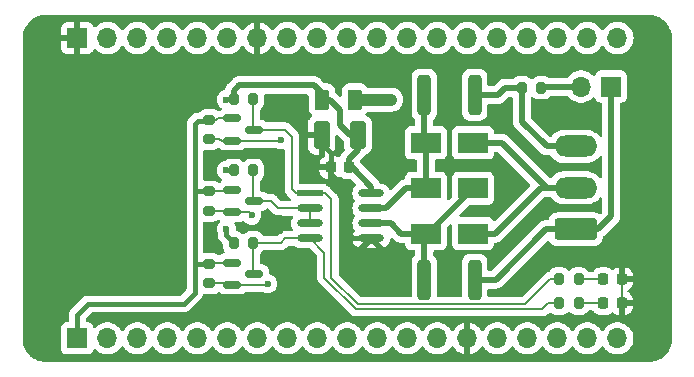
<source format=gtl>
G04 #@! TF.GenerationSoftware,KiCad,Pcbnew,(6.99.0-2815-gbbc0c61ccb)*
G04 #@! TF.CreationDate,2023-01-22T02:42:31+07:00*
G04 #@! TF.ProjectId,ESP32-MODBUS-RS485-SHIELD,45535033-322d-44d4-9f44-4255532d5253,rev?*
G04 #@! TF.SameCoordinates,Original*
G04 #@! TF.FileFunction,Copper,L1,Top*
G04 #@! TF.FilePolarity,Positive*
%FSLAX46Y46*%
G04 Gerber Fmt 4.6, Leading zero omitted, Abs format (unit mm)*
G04 Created by KiCad (PCBNEW (6.99.0-2815-gbbc0c61ccb)) date 2023-01-22 02:42:31*
%MOMM*%
%LPD*%
G01*
G04 APERTURE LIST*
G04 Aperture macros list*
%AMRoundRect*
0 Rectangle with rounded corners*
0 $1 Rounding radius*
0 $2 $3 $4 $5 $6 $7 $8 $9 X,Y pos of 4 corners*
0 Add a 4 corners polygon primitive as box body*
4,1,4,$2,$3,$4,$5,$6,$7,$8,$9,$2,$3,0*
0 Add four circle primitives for the rounded corners*
1,1,$1+$1,$2,$3*
1,1,$1+$1,$4,$5*
1,1,$1+$1,$6,$7*
1,1,$1+$1,$8,$9*
0 Add four rect primitives between the rounded corners*
20,1,$1+$1,$2,$3,$4,$5,0*
20,1,$1+$1,$4,$5,$6,$7,0*
20,1,$1+$1,$6,$7,$8,$9,0*
20,1,$1+$1,$8,$9,$2,$3,0*%
G04 Aperture macros list end*
G04 #@! TA.AperFunction,SMDPad,CuDef*
%ADD10RoundRect,0.200000X0.200000X0.275000X-0.200000X0.275000X-0.200000X-0.275000X0.200000X-0.275000X0*%
G04 #@! TD*
G04 #@! TA.AperFunction,SMDPad,CuDef*
%ADD11RoundRect,0.250000X0.375000X0.625000X-0.375000X0.625000X-0.375000X-0.625000X0.375000X-0.625000X0*%
G04 #@! TD*
G04 #@! TA.AperFunction,SMDPad,CuDef*
%ADD12RoundRect,0.200000X0.275000X-0.200000X0.275000X0.200000X-0.275000X0.200000X-0.275000X-0.200000X0*%
G04 #@! TD*
G04 #@! TA.AperFunction,SMDPad,CuDef*
%ADD13RoundRect,0.250000X0.412500X0.925000X-0.412500X0.925000X-0.412500X-0.925000X0.412500X-0.925000X0*%
G04 #@! TD*
G04 #@! TA.AperFunction,ComponentPad*
%ADD14RoundRect,0.250000X1.550000X-0.650000X1.550000X0.650000X-1.550000X0.650000X-1.550000X-0.650000X0*%
G04 #@! TD*
G04 #@! TA.AperFunction,ComponentPad*
%ADD15O,3.600000X1.800000*%
G04 #@! TD*
G04 #@! TA.AperFunction,ComponentPad*
%ADD16R,1.700000X1.700000*%
G04 #@! TD*
G04 #@! TA.AperFunction,ComponentPad*
%ADD17O,1.700000X1.700000*%
G04 #@! TD*
G04 #@! TA.AperFunction,SMDPad,CuDef*
%ADD18RoundRect,0.150000X-0.587500X-0.150000X0.587500X-0.150000X0.587500X0.150000X-0.587500X0.150000X0*%
G04 #@! TD*
G04 #@! TA.AperFunction,SMDPad,CuDef*
%ADD19RoundRect,0.218750X0.218750X0.256250X-0.218750X0.256250X-0.218750X-0.256250X0.218750X-0.256250X0*%
G04 #@! TD*
G04 #@! TA.AperFunction,SMDPad,CuDef*
%ADD20RoundRect,0.250000X-0.312500X-1.450000X0.312500X-1.450000X0.312500X1.450000X-0.312500X1.450000X0*%
G04 #@! TD*
G04 #@! TA.AperFunction,SMDPad,CuDef*
%ADD21R,2.500000X1.800000*%
G04 #@! TD*
G04 #@! TA.AperFunction,SMDPad,CuDef*
%ADD22RoundRect,0.225000X0.225000X0.250000X-0.225000X0.250000X-0.225000X-0.250000X0.225000X-0.250000X0*%
G04 #@! TD*
G04 #@! TA.AperFunction,SMDPad,CuDef*
%ADD23R,2.200000X0.600000*%
G04 #@! TD*
G04 #@! TA.AperFunction,SMDPad,CuDef*
%ADD24O,2.200000X0.600000*%
G04 #@! TD*
G04 #@! TA.AperFunction,ViaPad*
%ADD25C,0.600000*%
G04 #@! TD*
G04 #@! TA.AperFunction,ViaPad*
%ADD26C,0.800000*%
G04 #@! TD*
G04 #@! TA.AperFunction,Conductor*
%ADD27C,0.203200*%
G04 #@! TD*
G04 #@! TA.AperFunction,Conductor*
%ADD28C,0.381000*%
G04 #@! TD*
G04 #@! TA.AperFunction,Conductor*
%ADD29C,0.508000*%
G04 #@! TD*
G04 #@! TA.AperFunction,Conductor*
%ADD30C,1.016000*%
G04 #@! TD*
G04 APERTURE END LIST*
D10*
X134725000Y-92700000D03*
X136375000Y-92700000D03*
D11*
X145000000Y-86700000D03*
X142200000Y-86700000D03*
D10*
X134725000Y-86650000D03*
X136375000Y-86650000D03*
D12*
X132650000Y-100625000D03*
X132650000Y-102275000D03*
D13*
X145237500Y-89700000D03*
X142162500Y-89700000D03*
D14*
X163667500Y-97670000D03*
D15*
X163667499Y-94169999D03*
X163667499Y-90669999D03*
D16*
X121489999Y-106924999D03*
D17*
X124029999Y-106924999D03*
X126569999Y-106924999D03*
X129109999Y-106924999D03*
X131649999Y-106924999D03*
X134189999Y-106924999D03*
X136729999Y-106924999D03*
X139269999Y-106924999D03*
X141809999Y-106924999D03*
X144349999Y-106924999D03*
X146889999Y-106924999D03*
X149429999Y-106924999D03*
X151969999Y-106924999D03*
X154509999Y-106924999D03*
X157049999Y-106924999D03*
X159589999Y-106924999D03*
X162129999Y-106924999D03*
X164669999Y-106924999D03*
X167209999Y-106924999D03*
D12*
X132650000Y-88425000D03*
X132650000Y-90075000D03*
D18*
X134612500Y-94350000D03*
X134612500Y-96250000D03*
X136487500Y-95300000D03*
D19*
X167587500Y-103950000D03*
X166012500Y-103950000D03*
D20*
X150862500Y-86300000D03*
X155137500Y-86300000D03*
D21*
X154999999Y-98049999D03*
X150999999Y-98049999D03*
D10*
X162275000Y-103950000D03*
X163925000Y-103950000D03*
X134725000Y-98830000D03*
X136375000Y-98830000D03*
X162275000Y-101900000D03*
X163925000Y-101900000D03*
D22*
X144492500Y-92450000D03*
X142942500Y-92450000D03*
D16*
X166674999Y-85599999D03*
D17*
X164134999Y-85599999D03*
D21*
X150999999Y-90362499D03*
X154999999Y-90362499D03*
D20*
X150862500Y-101950000D03*
X155137500Y-101950000D03*
D23*
X141181059Y-94644999D03*
D24*
X141181059Y-95914999D03*
X141181059Y-97184999D03*
X141181059Y-98454999D03*
X146380939Y-98454999D03*
X146380939Y-97184999D03*
X146380939Y-95914999D03*
X146380939Y-94644999D03*
D10*
X159125000Y-85700000D03*
X160775000Y-85700000D03*
D12*
X132650000Y-94475000D03*
X132650000Y-96125000D03*
D18*
X134612500Y-88300000D03*
X134612500Y-90200000D03*
X136487500Y-89250000D03*
D21*
X154999999Y-94224999D03*
X150999999Y-94224999D03*
D18*
X134612500Y-100500000D03*
X134612500Y-102400000D03*
X136487500Y-101450000D03*
D16*
X121499999Y-81499999D03*
D17*
X124039999Y-81499999D03*
X126579999Y-81499999D03*
X129119999Y-81499999D03*
X131659999Y-81499999D03*
X134199999Y-81499999D03*
X136739999Y-81499999D03*
X139279999Y-81499999D03*
X141819999Y-81499999D03*
X144359999Y-81499999D03*
X146899999Y-81499999D03*
X149439999Y-81499999D03*
X151979999Y-81499999D03*
X154519999Y-81499999D03*
X157059999Y-81499999D03*
X159599999Y-81499999D03*
X162139999Y-81499999D03*
X164679999Y-81499999D03*
X167219999Y-81499999D03*
D19*
X167587500Y-101900000D03*
X166012500Y-101900000D03*
D25*
X137050000Y-91350000D03*
X139800000Y-100350000D03*
X140950000Y-89700000D03*
X132750000Y-93000000D03*
X148900000Y-92250000D03*
X153050000Y-92250000D03*
X160800000Y-100400000D03*
X141400000Y-102950000D03*
X134900000Y-104350000D03*
X160800000Y-88450000D03*
X138900000Y-102950000D03*
X147750000Y-101250000D03*
X145400000Y-101250000D03*
X158100000Y-94050000D03*
X135900000Y-91350000D03*
X160950000Y-96100000D03*
X132800000Y-91650000D03*
X140900000Y-92450000D03*
X140050000Y-86800000D03*
X135350000Y-97500000D03*
X132650000Y-99100000D03*
X139000000Y-94950000D03*
X147800000Y-88900000D03*
X146700000Y-92250000D03*
X165450000Y-92400000D03*
X161500000Y-89100000D03*
X153000000Y-103200000D03*
X158300000Y-102700000D03*
X138650000Y-97800000D03*
X132550000Y-104350000D03*
X138650000Y-96750000D03*
X132650000Y-97450000D03*
X153000000Y-100750000D03*
X134100000Y-86700000D03*
X134100000Y-92700000D03*
X134100000Y-97650000D03*
X136250000Y-96500000D03*
X137600000Y-102300000D03*
X138698900Y-90100000D03*
D26*
X148050000Y-86700000D03*
X147000000Y-86700000D03*
D27*
X133225000Y-88425000D02*
X133400000Y-88250000D01*
X132650000Y-94475000D02*
X134487500Y-94475000D01*
D28*
X122400000Y-104000000D02*
X130500000Y-104000000D01*
X132650000Y-100625000D02*
X131575000Y-100625000D01*
X130500000Y-104000000D02*
X131450000Y-103050000D01*
D27*
X132775000Y-100500000D02*
X132650000Y-100625000D01*
D28*
X131700000Y-88500000D02*
X132575000Y-88500000D01*
D27*
X133400000Y-88250000D02*
X134562500Y-88250000D01*
X134612500Y-100500000D02*
X132775000Y-100500000D01*
D28*
X131450000Y-88750000D02*
X131700000Y-88500000D01*
X131450000Y-100500000D02*
X131450000Y-94550000D01*
X121490000Y-104910000D02*
X122400000Y-104000000D01*
D27*
X132650000Y-88425000D02*
X133225000Y-88425000D01*
D28*
X131525000Y-94475000D02*
X131450000Y-94550000D01*
D27*
X134487500Y-94475000D02*
X134612500Y-94350000D01*
D28*
X132575000Y-88500000D02*
X132650000Y-88425000D01*
X131450000Y-94550000D02*
X131450000Y-88750000D01*
X121490000Y-106925000D02*
X121490000Y-104910000D01*
X131450000Y-103050000D02*
X131450000Y-100500000D01*
X132650000Y-94475000D02*
X131525000Y-94475000D01*
D27*
X134562500Y-88250000D02*
X134612500Y-88300000D01*
D28*
X131575000Y-100625000D02*
X131450000Y-100500000D01*
X142162500Y-89700000D02*
X140950000Y-89700000D01*
X142942500Y-92992500D02*
X144300000Y-94350000D01*
X144300000Y-94350000D02*
X144300000Y-97950000D01*
X144805000Y-98455000D02*
X146380940Y-98455000D01*
X142162500Y-90412500D02*
X142942500Y-91192500D01*
D27*
X167587500Y-103950000D02*
X167587500Y-101900000D01*
D28*
X142942500Y-91192500D02*
X142942500Y-92450000D01*
X142942500Y-92450000D02*
X142942500Y-92992500D01*
X144300000Y-97950000D02*
X144805000Y-98455000D01*
X142162500Y-89700000D02*
X142162500Y-90412500D01*
D29*
X144492500Y-91707500D02*
X144492500Y-92450000D01*
D28*
X134100000Y-98205000D02*
X134725000Y-98830000D01*
X134725000Y-92700000D02*
X134100000Y-92700000D01*
D29*
X142850000Y-86700000D02*
X143750000Y-87600000D01*
X142200000Y-86700000D02*
X142850000Y-86700000D01*
D28*
X134725000Y-86650000D02*
X134150000Y-86650000D01*
D29*
X144492500Y-92450000D02*
X144750000Y-92450000D01*
X145237500Y-90962500D02*
X144492500Y-91707500D01*
X146380940Y-94080940D02*
X146380940Y-94645000D01*
X142200000Y-86150000D02*
X142200000Y-86700000D01*
X141550000Y-85500000D02*
X142200000Y-86150000D01*
X144600000Y-89700000D02*
X145237500Y-89700000D01*
D28*
X134100000Y-97650000D02*
X134100000Y-98205000D01*
D29*
X144750000Y-92450000D02*
X146380940Y-94080940D01*
X134725000Y-85975000D02*
X135200000Y-85500000D01*
X143750000Y-87600000D02*
X143750000Y-88850000D01*
X135200000Y-85500000D02*
X141550000Y-85500000D01*
D28*
X134150000Y-86650000D02*
X134100000Y-86700000D01*
D29*
X145237500Y-89700000D02*
X145237500Y-90962500D01*
X143750000Y-88850000D02*
X144600000Y-89700000D01*
X134725000Y-86650000D02*
X134725000Y-85975000D01*
X157412500Y-90362500D02*
X161220000Y-94170000D01*
X155000000Y-98050000D02*
X156850000Y-98050000D01*
X156850000Y-98050000D02*
X160730000Y-94170000D01*
X161220000Y-94170000D02*
X163667500Y-94170000D01*
X160730000Y-94170000D02*
X163667500Y-94170000D01*
X155000000Y-90362500D02*
X157412500Y-90362500D01*
X150862500Y-101950000D02*
X150862500Y-98187500D01*
X148900000Y-98050000D02*
X151000000Y-98050000D01*
X150862500Y-98187500D02*
X151000000Y-98050000D01*
X151175000Y-98050000D02*
X155000000Y-94225000D01*
X146380940Y-97185000D02*
X148035000Y-97185000D01*
X151000000Y-98050000D02*
X151175000Y-98050000D01*
X148035000Y-97185000D02*
X148900000Y-98050000D01*
X164135000Y-85600000D02*
X160875000Y-85600000D01*
X160875000Y-85600000D02*
X160775000Y-85700000D01*
D27*
X136375000Y-89137500D02*
X136487500Y-89250000D01*
X143000000Y-101800000D02*
X145250000Y-104050000D01*
X142495000Y-94645000D02*
X143000000Y-95150000D01*
X139650000Y-94300000D02*
X139995000Y-94645000D01*
X136487500Y-89250000D02*
X139050000Y-89250000D01*
X161550000Y-101900000D02*
X162275000Y-101900000D01*
X141181060Y-94645000D02*
X142495000Y-94645000D01*
X143000000Y-95150000D02*
X143000000Y-101800000D01*
X145250000Y-104050000D02*
X159400000Y-104050000D01*
X139650000Y-89850000D02*
X139650000Y-94300000D01*
X139050000Y-89250000D02*
X139650000Y-89850000D01*
X159400000Y-104050000D02*
X161550000Y-101900000D01*
X139995000Y-94645000D02*
X141181060Y-94645000D01*
X136375000Y-86650000D02*
X136375000Y-89137500D01*
D29*
X157100000Y-86300000D02*
X157700000Y-85700000D01*
X159125000Y-88575000D02*
X161220000Y-90670000D01*
X159125000Y-85700000D02*
X159125000Y-88575000D01*
X157700000Y-85700000D02*
X159125000Y-85700000D01*
X161220000Y-90670000D02*
X163667500Y-90670000D01*
X155137500Y-86300000D02*
X157100000Y-86300000D01*
X156900000Y-101950000D02*
X161180000Y-97670000D01*
X155137500Y-101950000D02*
X156900000Y-101950000D01*
X163667500Y-97670000D02*
X165580000Y-97670000D01*
X161180000Y-97670000D02*
X163667500Y-97670000D01*
X166675000Y-85600000D02*
X166675000Y-96575000D01*
X166675000Y-96575000D02*
X165580000Y-97670000D01*
D27*
X136375000Y-101337500D02*
X136487500Y-101450000D01*
X138720000Y-98830000D02*
X139095000Y-98455000D01*
X136375000Y-98830000D02*
X136375000Y-101337500D01*
X142400000Y-101800000D02*
X145053200Y-104453200D01*
X161350000Y-103950000D02*
X162275000Y-103950000D01*
X136375000Y-98830000D02*
X138720000Y-98830000D01*
X145053200Y-104453200D02*
X160846800Y-104453200D01*
X139095000Y-98455000D02*
X141181060Y-98455000D01*
X160846800Y-104453200D02*
X161350000Y-103950000D01*
X141181060Y-98455000D02*
X142400000Y-99673940D01*
X142400000Y-99673940D02*
X142400000Y-101800000D01*
X136375000Y-92700000D02*
X136375000Y-95187500D01*
X136487500Y-95300000D02*
X137900000Y-95300000D01*
X138515000Y-95915000D02*
X141181060Y-95915000D01*
X136375000Y-95187500D02*
X136487500Y-95300000D01*
X141181060Y-95915000D02*
X141181060Y-97185000D01*
X137900000Y-95300000D02*
X138515000Y-95915000D01*
D29*
X149275000Y-94225000D02*
X151000000Y-94225000D01*
X147585000Y-95915000D02*
X149275000Y-94225000D01*
X150862500Y-90225000D02*
X151000000Y-90362500D01*
X150862500Y-86300000D02*
X150862500Y-90225000D01*
X151000000Y-90362500D02*
X151000000Y-94225000D01*
X146380940Y-95915000D02*
X147585000Y-95915000D01*
D27*
X163925000Y-103950000D02*
X166012500Y-103950000D01*
X163925000Y-101900000D02*
X166012500Y-101900000D01*
X136000000Y-96250000D02*
X136250000Y-96500000D01*
X134612500Y-96250000D02*
X136000000Y-96250000D01*
X132650000Y-96125000D02*
X134487500Y-96125000D01*
X134487500Y-96125000D02*
X134612500Y-96250000D01*
X132650000Y-102275000D02*
X134487500Y-102275000D01*
X137500000Y-102400000D02*
X134612500Y-102400000D01*
X134487500Y-102275000D02*
X134612500Y-102400000D01*
X137600000Y-102300000D02*
X137500000Y-102400000D01*
X133525000Y-90075000D02*
X133700000Y-90250000D01*
X134562500Y-90250000D02*
X134612500Y-90200000D01*
X134612500Y-90200000D02*
X138598900Y-90200000D01*
X132650000Y-90075000D02*
X133525000Y-90075000D01*
X138598900Y-90200000D02*
X138698900Y-90100000D01*
X133700000Y-90250000D02*
X134562500Y-90250000D01*
D30*
X145000000Y-86700000D02*
X148050000Y-86700000D01*
G04 #@! TA.AperFunction,Conductor*
G36*
X169845922Y-79525498D02*
G01*
X169854083Y-79525768D01*
X169927997Y-79530612D01*
X169933242Y-79530956D01*
X169933977Y-79531006D01*
X169963401Y-79533111D01*
X170111445Y-79543699D01*
X170127038Y-79545799D01*
X170238302Y-79567931D01*
X170240503Y-79568389D01*
X170380117Y-79598760D01*
X170393836Y-79602568D01*
X170507624Y-79641194D01*
X170511155Y-79642451D01*
X170638711Y-79690027D01*
X170650406Y-79695077D01*
X170760600Y-79749418D01*
X170765235Y-79751825D01*
X170882407Y-79815805D01*
X170892017Y-79821624D01*
X170995223Y-79890584D01*
X171000722Y-79894475D01*
X171047492Y-79929487D01*
X171106648Y-79973771D01*
X171114216Y-79979907D01*
X171207935Y-80062096D01*
X171213953Y-80067733D01*
X171307267Y-80161047D01*
X171312904Y-80167065D01*
X171395093Y-80260784D01*
X171401229Y-80268352D01*
X171471343Y-80362012D01*
X171480519Y-80374270D01*
X171484416Y-80379777D01*
X171553376Y-80482983D01*
X171559195Y-80492593D01*
X171623175Y-80609765D01*
X171625582Y-80614400D01*
X171679923Y-80724594D01*
X171684973Y-80736289D01*
X171732549Y-80863845D01*
X171733806Y-80867376D01*
X171772432Y-80981164D01*
X171776240Y-80994883D01*
X171806611Y-81134497D01*
X171807069Y-81136698D01*
X171829201Y-81247962D01*
X171831301Y-81263555D01*
X171843993Y-81441010D01*
X171844044Y-81441758D01*
X171849230Y-81520881D01*
X171849500Y-81529122D01*
X171849500Y-106920878D01*
X171849230Y-106929119D01*
X171844044Y-107008242D01*
X171843993Y-107008990D01*
X171831301Y-107186445D01*
X171829201Y-107202038D01*
X171807069Y-107313302D01*
X171806611Y-107315503D01*
X171776240Y-107455117D01*
X171772432Y-107468836D01*
X171733806Y-107582624D01*
X171732549Y-107586155D01*
X171684973Y-107713711D01*
X171679923Y-107725406D01*
X171625582Y-107835600D01*
X171623175Y-107840235D01*
X171577399Y-107924069D01*
X171559199Y-107957400D01*
X171553376Y-107967017D01*
X171485736Y-108068248D01*
X171484416Y-108070223D01*
X171480525Y-108075722D01*
X171429667Y-108143659D01*
X171401229Y-108181648D01*
X171395093Y-108189216D01*
X171312904Y-108282935D01*
X171307267Y-108288953D01*
X171213953Y-108382267D01*
X171207935Y-108387904D01*
X171114216Y-108470093D01*
X171106648Y-108476229D01*
X171000730Y-108555519D01*
X170995223Y-108559416D01*
X170892017Y-108628376D01*
X170882407Y-108634195D01*
X170765235Y-108698175D01*
X170760600Y-108700582D01*
X170650406Y-108754923D01*
X170638711Y-108759973D01*
X170511155Y-108807549D01*
X170507624Y-108808806D01*
X170393836Y-108847432D01*
X170380117Y-108851240D01*
X170240503Y-108881611D01*
X170238302Y-108882069D01*
X170127038Y-108904201D01*
X170111445Y-108906301D01*
X169963401Y-108916889D01*
X169933977Y-108918994D01*
X169933242Y-108919044D01*
X169854119Y-108924230D01*
X169845878Y-108924500D01*
X118854122Y-108924500D01*
X118845881Y-108924230D01*
X118766758Y-108919044D01*
X118766023Y-108918994D01*
X118736599Y-108916889D01*
X118588555Y-108906301D01*
X118572962Y-108904201D01*
X118461698Y-108882069D01*
X118459497Y-108881611D01*
X118319883Y-108851240D01*
X118306164Y-108847432D01*
X118192376Y-108808806D01*
X118188845Y-108807549D01*
X118061289Y-108759973D01*
X118049594Y-108754923D01*
X117939400Y-108700582D01*
X117934765Y-108698175D01*
X117817593Y-108634195D01*
X117807983Y-108628376D01*
X117704777Y-108559416D01*
X117699270Y-108555519D01*
X117593352Y-108476229D01*
X117585784Y-108470093D01*
X117492065Y-108387904D01*
X117486047Y-108382267D01*
X117392733Y-108288953D01*
X117387096Y-108282935D01*
X117304907Y-108189216D01*
X117298771Y-108181648D01*
X117270333Y-108143659D01*
X117219475Y-108075722D01*
X117215584Y-108070223D01*
X117214265Y-108068248D01*
X117146624Y-107967017D01*
X117140801Y-107957400D01*
X117122601Y-107924069D01*
X117076825Y-107840235D01*
X117074418Y-107835600D01*
X117068519Y-107823638D01*
X120131500Y-107823638D01*
X120138011Y-107884201D01*
X120189111Y-108021204D01*
X120194510Y-108028416D01*
X120194511Y-108028418D01*
X120220390Y-108062988D01*
X120276739Y-108138261D01*
X120393796Y-108225889D01*
X120530799Y-108276989D01*
X120567705Y-108280957D01*
X120588012Y-108283140D01*
X120588015Y-108283140D01*
X120591362Y-108283500D01*
X122388638Y-108283500D01*
X122391985Y-108283140D01*
X122391988Y-108283140D01*
X122412295Y-108280957D01*
X122449201Y-108276989D01*
X122586204Y-108225889D01*
X122703261Y-108138261D01*
X122759610Y-108062988D01*
X122785489Y-108028418D01*
X122785490Y-108028416D01*
X122790889Y-108021204D01*
X122834998Y-107902944D01*
X122877545Y-107846108D01*
X122944065Y-107821297D01*
X123013439Y-107836388D01*
X123045755Y-107861638D01*
X123066526Y-107884201D01*
X123106760Y-107927906D01*
X123284424Y-108066189D01*
X123342085Y-108097393D01*
X123424914Y-108142218D01*
X123482426Y-108173342D01*
X123695365Y-108246444D01*
X123700499Y-108247301D01*
X123700504Y-108247302D01*
X123912294Y-108282643D01*
X123912296Y-108282643D01*
X123917431Y-108283500D01*
X124142569Y-108283500D01*
X124147704Y-108282643D01*
X124147706Y-108282643D01*
X124359496Y-108247302D01*
X124359501Y-108247301D01*
X124364635Y-108246444D01*
X124577574Y-108173342D01*
X124635087Y-108142218D01*
X124717915Y-108097393D01*
X124775576Y-108066189D01*
X124953240Y-107927906D01*
X125037489Y-107836388D01*
X125102194Y-107766101D01*
X125102197Y-107766097D01*
X125105722Y-107762268D01*
X125194517Y-107626357D01*
X125248521Y-107580268D01*
X125318868Y-107570693D01*
X125383226Y-107600670D01*
X125405483Y-107626357D01*
X125494278Y-107762268D01*
X125497803Y-107766097D01*
X125497806Y-107766101D01*
X125562511Y-107836388D01*
X125646760Y-107927906D01*
X125824424Y-108066189D01*
X125882085Y-108097393D01*
X125964914Y-108142218D01*
X126022426Y-108173342D01*
X126235365Y-108246444D01*
X126240499Y-108247301D01*
X126240504Y-108247302D01*
X126452294Y-108282643D01*
X126452296Y-108282643D01*
X126457431Y-108283500D01*
X126682569Y-108283500D01*
X126687704Y-108282643D01*
X126687706Y-108282643D01*
X126899496Y-108247302D01*
X126899501Y-108247301D01*
X126904635Y-108246444D01*
X127117574Y-108173342D01*
X127175087Y-108142218D01*
X127257915Y-108097393D01*
X127315576Y-108066189D01*
X127493240Y-107927906D01*
X127577489Y-107836388D01*
X127642194Y-107766101D01*
X127642197Y-107766097D01*
X127645722Y-107762268D01*
X127734517Y-107626357D01*
X127788521Y-107580268D01*
X127858868Y-107570693D01*
X127923226Y-107600670D01*
X127945483Y-107626357D01*
X128034278Y-107762268D01*
X128037803Y-107766097D01*
X128037806Y-107766101D01*
X128102511Y-107836388D01*
X128186760Y-107927906D01*
X128364424Y-108066189D01*
X128422085Y-108097393D01*
X128504914Y-108142218D01*
X128562426Y-108173342D01*
X128775365Y-108246444D01*
X128780499Y-108247301D01*
X128780504Y-108247302D01*
X128992294Y-108282643D01*
X128992296Y-108282643D01*
X128997431Y-108283500D01*
X129222569Y-108283500D01*
X129227704Y-108282643D01*
X129227706Y-108282643D01*
X129439496Y-108247302D01*
X129439501Y-108247301D01*
X129444635Y-108246444D01*
X129657574Y-108173342D01*
X129715087Y-108142218D01*
X129797915Y-108097393D01*
X129855576Y-108066189D01*
X130033240Y-107927906D01*
X130117489Y-107836388D01*
X130182194Y-107766101D01*
X130182197Y-107766097D01*
X130185722Y-107762268D01*
X130274517Y-107626357D01*
X130328521Y-107580268D01*
X130398868Y-107570693D01*
X130463226Y-107600670D01*
X130485483Y-107626357D01*
X130574278Y-107762268D01*
X130577803Y-107766097D01*
X130577806Y-107766101D01*
X130642511Y-107836388D01*
X130726760Y-107927906D01*
X130904424Y-108066189D01*
X130962085Y-108097393D01*
X131044914Y-108142218D01*
X131102426Y-108173342D01*
X131315365Y-108246444D01*
X131320499Y-108247301D01*
X131320504Y-108247302D01*
X131532294Y-108282643D01*
X131532296Y-108282643D01*
X131537431Y-108283500D01*
X131762569Y-108283500D01*
X131767704Y-108282643D01*
X131767706Y-108282643D01*
X131979496Y-108247302D01*
X131979501Y-108247301D01*
X131984635Y-108246444D01*
X132197574Y-108173342D01*
X132255087Y-108142218D01*
X132337915Y-108097393D01*
X132395576Y-108066189D01*
X132573240Y-107927906D01*
X132657489Y-107836388D01*
X132722194Y-107766101D01*
X132722197Y-107766097D01*
X132725722Y-107762268D01*
X132814517Y-107626357D01*
X132868521Y-107580268D01*
X132938868Y-107570693D01*
X133003226Y-107600670D01*
X133025483Y-107626357D01*
X133114278Y-107762268D01*
X133117803Y-107766097D01*
X133117806Y-107766101D01*
X133182511Y-107836388D01*
X133266760Y-107927906D01*
X133444424Y-108066189D01*
X133502085Y-108097393D01*
X133584914Y-108142218D01*
X133642426Y-108173342D01*
X133855365Y-108246444D01*
X133860499Y-108247301D01*
X133860504Y-108247302D01*
X134072294Y-108282643D01*
X134072296Y-108282643D01*
X134077431Y-108283500D01*
X134302569Y-108283500D01*
X134307704Y-108282643D01*
X134307706Y-108282643D01*
X134519496Y-108247302D01*
X134519501Y-108247301D01*
X134524635Y-108246444D01*
X134737574Y-108173342D01*
X134795087Y-108142218D01*
X134877915Y-108097393D01*
X134935576Y-108066189D01*
X135113240Y-107927906D01*
X135197489Y-107836388D01*
X135262194Y-107766101D01*
X135262197Y-107766097D01*
X135265722Y-107762268D01*
X135354517Y-107626357D01*
X135408521Y-107580268D01*
X135478868Y-107570693D01*
X135543226Y-107600670D01*
X135565483Y-107626357D01*
X135654278Y-107762268D01*
X135657803Y-107766097D01*
X135657806Y-107766101D01*
X135722511Y-107836388D01*
X135806760Y-107927906D01*
X135984424Y-108066189D01*
X136042085Y-108097393D01*
X136124914Y-108142218D01*
X136182426Y-108173342D01*
X136395365Y-108246444D01*
X136400499Y-108247301D01*
X136400504Y-108247302D01*
X136612294Y-108282643D01*
X136612296Y-108282643D01*
X136617431Y-108283500D01*
X136842569Y-108283500D01*
X136847704Y-108282643D01*
X136847706Y-108282643D01*
X137059496Y-108247302D01*
X137059501Y-108247301D01*
X137064635Y-108246444D01*
X137277574Y-108173342D01*
X137335087Y-108142218D01*
X137417915Y-108097393D01*
X137475576Y-108066189D01*
X137653240Y-107927906D01*
X137737489Y-107836388D01*
X137802194Y-107766101D01*
X137802197Y-107766097D01*
X137805722Y-107762268D01*
X137894517Y-107626357D01*
X137948521Y-107580268D01*
X138018868Y-107570693D01*
X138083226Y-107600670D01*
X138105483Y-107626357D01*
X138194278Y-107762268D01*
X138197803Y-107766097D01*
X138197806Y-107766101D01*
X138262511Y-107836388D01*
X138346760Y-107927906D01*
X138524424Y-108066189D01*
X138582085Y-108097393D01*
X138664914Y-108142218D01*
X138722426Y-108173342D01*
X138935365Y-108246444D01*
X138940499Y-108247301D01*
X138940504Y-108247302D01*
X139152294Y-108282643D01*
X139152296Y-108282643D01*
X139157431Y-108283500D01*
X139382569Y-108283500D01*
X139387704Y-108282643D01*
X139387706Y-108282643D01*
X139599496Y-108247302D01*
X139599501Y-108247301D01*
X139604635Y-108246444D01*
X139817574Y-108173342D01*
X139875087Y-108142218D01*
X139957915Y-108097393D01*
X140015576Y-108066189D01*
X140193240Y-107927906D01*
X140277489Y-107836388D01*
X140342194Y-107766101D01*
X140342197Y-107766097D01*
X140345722Y-107762268D01*
X140434517Y-107626357D01*
X140488521Y-107580268D01*
X140558868Y-107570693D01*
X140623226Y-107600670D01*
X140645483Y-107626357D01*
X140734278Y-107762268D01*
X140737803Y-107766097D01*
X140737806Y-107766101D01*
X140802511Y-107836388D01*
X140886760Y-107927906D01*
X141064424Y-108066189D01*
X141122085Y-108097393D01*
X141204914Y-108142218D01*
X141262426Y-108173342D01*
X141475365Y-108246444D01*
X141480499Y-108247301D01*
X141480504Y-108247302D01*
X141692294Y-108282643D01*
X141692296Y-108282643D01*
X141697431Y-108283500D01*
X141922569Y-108283500D01*
X141927704Y-108282643D01*
X141927706Y-108282643D01*
X142139496Y-108247302D01*
X142139501Y-108247301D01*
X142144635Y-108246444D01*
X142357574Y-108173342D01*
X142415087Y-108142218D01*
X142497915Y-108097393D01*
X142555576Y-108066189D01*
X142733240Y-107927906D01*
X142817489Y-107836388D01*
X142882194Y-107766101D01*
X142882197Y-107766097D01*
X142885722Y-107762268D01*
X142974517Y-107626357D01*
X143028521Y-107580268D01*
X143098868Y-107570693D01*
X143163226Y-107600670D01*
X143185483Y-107626357D01*
X143274278Y-107762268D01*
X143277803Y-107766097D01*
X143277806Y-107766101D01*
X143342511Y-107836388D01*
X143426760Y-107927906D01*
X143604424Y-108066189D01*
X143662085Y-108097393D01*
X143744914Y-108142218D01*
X143802426Y-108173342D01*
X144015365Y-108246444D01*
X144020499Y-108247301D01*
X144020504Y-108247302D01*
X144232294Y-108282643D01*
X144232296Y-108282643D01*
X144237431Y-108283500D01*
X144462569Y-108283500D01*
X144467704Y-108282643D01*
X144467706Y-108282643D01*
X144679496Y-108247302D01*
X144679501Y-108247301D01*
X144684635Y-108246444D01*
X144897574Y-108173342D01*
X144955087Y-108142218D01*
X145037915Y-108097393D01*
X145095576Y-108066189D01*
X145273240Y-107927906D01*
X145357489Y-107836388D01*
X145422194Y-107766101D01*
X145422197Y-107766097D01*
X145425722Y-107762268D01*
X145514517Y-107626357D01*
X145568521Y-107580268D01*
X145638868Y-107570693D01*
X145703226Y-107600670D01*
X145725483Y-107626357D01*
X145814278Y-107762268D01*
X145817803Y-107766097D01*
X145817806Y-107766101D01*
X145882511Y-107836388D01*
X145966760Y-107927906D01*
X146144424Y-108066189D01*
X146202085Y-108097393D01*
X146284914Y-108142218D01*
X146342426Y-108173342D01*
X146555365Y-108246444D01*
X146560499Y-108247301D01*
X146560504Y-108247302D01*
X146772294Y-108282643D01*
X146772296Y-108282643D01*
X146777431Y-108283500D01*
X147002569Y-108283500D01*
X147007704Y-108282643D01*
X147007706Y-108282643D01*
X147219496Y-108247302D01*
X147219501Y-108247301D01*
X147224635Y-108246444D01*
X147437574Y-108173342D01*
X147495087Y-108142218D01*
X147577915Y-108097393D01*
X147635576Y-108066189D01*
X147813240Y-107927906D01*
X147897489Y-107836388D01*
X147962194Y-107766101D01*
X147962197Y-107766097D01*
X147965722Y-107762268D01*
X148054517Y-107626357D01*
X148108521Y-107580268D01*
X148178868Y-107570693D01*
X148243226Y-107600670D01*
X148265483Y-107626357D01*
X148354278Y-107762268D01*
X148357803Y-107766097D01*
X148357806Y-107766101D01*
X148422511Y-107836388D01*
X148506760Y-107927906D01*
X148684424Y-108066189D01*
X148742085Y-108097393D01*
X148824914Y-108142218D01*
X148882426Y-108173342D01*
X149095365Y-108246444D01*
X149100499Y-108247301D01*
X149100504Y-108247302D01*
X149312294Y-108282643D01*
X149312296Y-108282643D01*
X149317431Y-108283500D01*
X149542569Y-108283500D01*
X149547704Y-108282643D01*
X149547706Y-108282643D01*
X149759496Y-108247302D01*
X149759501Y-108247301D01*
X149764635Y-108246444D01*
X149977574Y-108173342D01*
X150035087Y-108142218D01*
X150117915Y-108097393D01*
X150175576Y-108066189D01*
X150353240Y-107927906D01*
X150437489Y-107836388D01*
X150502194Y-107766101D01*
X150502197Y-107766097D01*
X150505722Y-107762268D01*
X150594517Y-107626357D01*
X150648521Y-107580268D01*
X150718868Y-107570693D01*
X150783226Y-107600670D01*
X150805483Y-107626357D01*
X150894278Y-107762268D01*
X150897803Y-107766097D01*
X150897806Y-107766101D01*
X150962511Y-107836388D01*
X151046760Y-107927906D01*
X151224424Y-108066189D01*
X151282085Y-108097393D01*
X151364914Y-108142218D01*
X151422426Y-108173342D01*
X151635365Y-108246444D01*
X151640499Y-108247301D01*
X151640504Y-108247302D01*
X151852294Y-108282643D01*
X151852296Y-108282643D01*
X151857431Y-108283500D01*
X152082569Y-108283500D01*
X152087704Y-108282643D01*
X152087706Y-108282643D01*
X152299496Y-108247302D01*
X152299501Y-108247301D01*
X152304635Y-108246444D01*
X152517574Y-108173342D01*
X152575087Y-108142218D01*
X152657915Y-108097393D01*
X152715576Y-108066189D01*
X152893240Y-107927906D01*
X152977489Y-107836388D01*
X153042194Y-107766101D01*
X153042197Y-107766097D01*
X153045722Y-107762268D01*
X153134816Y-107625899D01*
X153188820Y-107579811D01*
X153259168Y-107570236D01*
X153323525Y-107600214D01*
X153345782Y-107625899D01*
X153431823Y-107757593D01*
X153438210Y-107765799D01*
X153583568Y-107923700D01*
X153591211Y-107930737D01*
X153760589Y-108062569D01*
X153769282Y-108068248D01*
X153958043Y-108170401D01*
X153967560Y-108174575D01*
X154170557Y-108244264D01*
X154180627Y-108246815D01*
X154238133Y-108256411D01*
X154251648Y-108254777D01*
X154255778Y-108241277D01*
X154764000Y-108241277D01*
X154767836Y-108254340D01*
X154782584Y-108256291D01*
X154839373Y-108246815D01*
X154849443Y-108244264D01*
X155052440Y-108174575D01*
X155061957Y-108170401D01*
X155250718Y-108068248D01*
X155259411Y-108062569D01*
X155428789Y-107930737D01*
X155436432Y-107923700D01*
X155581790Y-107765799D01*
X155588177Y-107757593D01*
X155674218Y-107625899D01*
X155728222Y-107579811D01*
X155798570Y-107570236D01*
X155862927Y-107600214D01*
X155885183Y-107625898D01*
X155974278Y-107762268D01*
X155977803Y-107766097D01*
X155977806Y-107766101D01*
X156042511Y-107836388D01*
X156126760Y-107927906D01*
X156304424Y-108066189D01*
X156362085Y-108097393D01*
X156444914Y-108142218D01*
X156502426Y-108173342D01*
X156715365Y-108246444D01*
X156720499Y-108247301D01*
X156720504Y-108247302D01*
X156932294Y-108282643D01*
X156932296Y-108282643D01*
X156937431Y-108283500D01*
X157162569Y-108283500D01*
X157167704Y-108282643D01*
X157167706Y-108282643D01*
X157379496Y-108247302D01*
X157379501Y-108247301D01*
X157384635Y-108246444D01*
X157597574Y-108173342D01*
X157655087Y-108142218D01*
X157737915Y-108097393D01*
X157795576Y-108066189D01*
X157973240Y-107927906D01*
X158057489Y-107836388D01*
X158122194Y-107766101D01*
X158122197Y-107766097D01*
X158125722Y-107762268D01*
X158214517Y-107626357D01*
X158268521Y-107580268D01*
X158338868Y-107570693D01*
X158403226Y-107600670D01*
X158425483Y-107626357D01*
X158514278Y-107762268D01*
X158517803Y-107766097D01*
X158517806Y-107766101D01*
X158582511Y-107836388D01*
X158666760Y-107927906D01*
X158844424Y-108066189D01*
X158902085Y-108097393D01*
X158984914Y-108142218D01*
X159042426Y-108173342D01*
X159255365Y-108246444D01*
X159260499Y-108247301D01*
X159260504Y-108247302D01*
X159472294Y-108282643D01*
X159472296Y-108282643D01*
X159477431Y-108283500D01*
X159702569Y-108283500D01*
X159707704Y-108282643D01*
X159707706Y-108282643D01*
X159919496Y-108247302D01*
X159919501Y-108247301D01*
X159924635Y-108246444D01*
X160137574Y-108173342D01*
X160195087Y-108142218D01*
X160277915Y-108097393D01*
X160335576Y-108066189D01*
X160513240Y-107927906D01*
X160597489Y-107836388D01*
X160662194Y-107766101D01*
X160662197Y-107766097D01*
X160665722Y-107762268D01*
X160754517Y-107626357D01*
X160808521Y-107580268D01*
X160878868Y-107570693D01*
X160943226Y-107600670D01*
X160965483Y-107626357D01*
X161054278Y-107762268D01*
X161057803Y-107766097D01*
X161057806Y-107766101D01*
X161122511Y-107836388D01*
X161206760Y-107927906D01*
X161384424Y-108066189D01*
X161442085Y-108097393D01*
X161524914Y-108142218D01*
X161582426Y-108173342D01*
X161795365Y-108246444D01*
X161800499Y-108247301D01*
X161800504Y-108247302D01*
X162012294Y-108282643D01*
X162012296Y-108282643D01*
X162017431Y-108283500D01*
X162242569Y-108283500D01*
X162247704Y-108282643D01*
X162247706Y-108282643D01*
X162459496Y-108247302D01*
X162459501Y-108247301D01*
X162464635Y-108246444D01*
X162677574Y-108173342D01*
X162735087Y-108142218D01*
X162817915Y-108097393D01*
X162875576Y-108066189D01*
X163053240Y-107927906D01*
X163137489Y-107836388D01*
X163202194Y-107766101D01*
X163202197Y-107766097D01*
X163205722Y-107762268D01*
X163294517Y-107626357D01*
X163348521Y-107580268D01*
X163418868Y-107570693D01*
X163483226Y-107600670D01*
X163505483Y-107626357D01*
X163594278Y-107762268D01*
X163597803Y-107766097D01*
X163597806Y-107766101D01*
X163662511Y-107836388D01*
X163746760Y-107927906D01*
X163924424Y-108066189D01*
X163982085Y-108097393D01*
X164064914Y-108142218D01*
X164122426Y-108173342D01*
X164335365Y-108246444D01*
X164340499Y-108247301D01*
X164340504Y-108247302D01*
X164552294Y-108282643D01*
X164552296Y-108282643D01*
X164557431Y-108283500D01*
X164782569Y-108283500D01*
X164787704Y-108282643D01*
X164787706Y-108282643D01*
X164999496Y-108247302D01*
X164999501Y-108247301D01*
X165004635Y-108246444D01*
X165217574Y-108173342D01*
X165275087Y-108142218D01*
X165357915Y-108097393D01*
X165415576Y-108066189D01*
X165593240Y-107927906D01*
X165677489Y-107836388D01*
X165742194Y-107766101D01*
X165742197Y-107766097D01*
X165745722Y-107762268D01*
X165834517Y-107626357D01*
X165888521Y-107580268D01*
X165958868Y-107570693D01*
X166023226Y-107600670D01*
X166045483Y-107626357D01*
X166134278Y-107762268D01*
X166137803Y-107766097D01*
X166137806Y-107766101D01*
X166202511Y-107836388D01*
X166286760Y-107927906D01*
X166464424Y-108066189D01*
X166522085Y-108097393D01*
X166604914Y-108142218D01*
X166662426Y-108173342D01*
X166875365Y-108246444D01*
X166880499Y-108247301D01*
X166880504Y-108247302D01*
X167092294Y-108282643D01*
X167092296Y-108282643D01*
X167097431Y-108283500D01*
X167322569Y-108283500D01*
X167327704Y-108282643D01*
X167327706Y-108282643D01*
X167539496Y-108247302D01*
X167539501Y-108247301D01*
X167544635Y-108246444D01*
X167757574Y-108173342D01*
X167815087Y-108142218D01*
X167897915Y-108097393D01*
X167955576Y-108066189D01*
X168133240Y-107927906D01*
X168217489Y-107836388D01*
X168282194Y-107766101D01*
X168282197Y-107766097D01*
X168285722Y-107762268D01*
X168391299Y-107600670D01*
X168406008Y-107578157D01*
X168406010Y-107578153D01*
X168408860Y-107573791D01*
X168499296Y-107367616D01*
X168554564Y-107149368D01*
X168573156Y-106925000D01*
X168554564Y-106700632D01*
X168499296Y-106482384D01*
X168408860Y-106276209D01*
X168404629Y-106269732D01*
X168288573Y-106092096D01*
X168285722Y-106087732D01*
X168282197Y-106083903D01*
X168282194Y-106083899D01*
X168136772Y-105925931D01*
X168133240Y-105922094D01*
X167955576Y-105783811D01*
X167757574Y-105676658D01*
X167544635Y-105603556D01*
X167539501Y-105602699D01*
X167539496Y-105602698D01*
X167327706Y-105567357D01*
X167327704Y-105567357D01*
X167322569Y-105566500D01*
X167097431Y-105566500D01*
X167092296Y-105567357D01*
X167092294Y-105567357D01*
X166880504Y-105602698D01*
X166880499Y-105602699D01*
X166875365Y-105603556D01*
X166662426Y-105676658D01*
X166464424Y-105783811D01*
X166286760Y-105922094D01*
X166283228Y-105925931D01*
X166137806Y-106083899D01*
X166137803Y-106083903D01*
X166134278Y-106087732D01*
X166131427Y-106092096D01*
X166045483Y-106223643D01*
X165991479Y-106269732D01*
X165921132Y-106279307D01*
X165856774Y-106249330D01*
X165834517Y-106223643D01*
X165748573Y-106092096D01*
X165745722Y-106087732D01*
X165742197Y-106083903D01*
X165742194Y-106083899D01*
X165596772Y-105925931D01*
X165593240Y-105922094D01*
X165415576Y-105783811D01*
X165217574Y-105676658D01*
X165004635Y-105603556D01*
X164999501Y-105602699D01*
X164999496Y-105602698D01*
X164787706Y-105567357D01*
X164787704Y-105567357D01*
X164782569Y-105566500D01*
X164557431Y-105566500D01*
X164552296Y-105567357D01*
X164552294Y-105567357D01*
X164340504Y-105602698D01*
X164340499Y-105602699D01*
X164335365Y-105603556D01*
X164122426Y-105676658D01*
X163924424Y-105783811D01*
X163746760Y-105922094D01*
X163743228Y-105925931D01*
X163597806Y-106083899D01*
X163597803Y-106083903D01*
X163594278Y-106087732D01*
X163591427Y-106092096D01*
X163505483Y-106223643D01*
X163451479Y-106269732D01*
X163381132Y-106279307D01*
X163316774Y-106249330D01*
X163294517Y-106223643D01*
X163208573Y-106092096D01*
X163205722Y-106087732D01*
X163202197Y-106083903D01*
X163202194Y-106083899D01*
X163056772Y-105925931D01*
X163053240Y-105922094D01*
X162875576Y-105783811D01*
X162677574Y-105676658D01*
X162464635Y-105603556D01*
X162459501Y-105602699D01*
X162459496Y-105602698D01*
X162247706Y-105567357D01*
X162247704Y-105567357D01*
X162242569Y-105566500D01*
X162017431Y-105566500D01*
X162012296Y-105567357D01*
X162012294Y-105567357D01*
X161800504Y-105602698D01*
X161800499Y-105602699D01*
X161795365Y-105603556D01*
X161582426Y-105676658D01*
X161384424Y-105783811D01*
X161206760Y-105922094D01*
X161203228Y-105925931D01*
X161057806Y-106083899D01*
X161057803Y-106083903D01*
X161054278Y-106087732D01*
X161051427Y-106092096D01*
X160965483Y-106223643D01*
X160911479Y-106269732D01*
X160841132Y-106279307D01*
X160776774Y-106249330D01*
X160754517Y-106223643D01*
X160668573Y-106092096D01*
X160665722Y-106087732D01*
X160662197Y-106083903D01*
X160662194Y-106083899D01*
X160516772Y-105925931D01*
X160513240Y-105922094D01*
X160335576Y-105783811D01*
X160137574Y-105676658D01*
X159924635Y-105603556D01*
X159919501Y-105602699D01*
X159919496Y-105602698D01*
X159707706Y-105567357D01*
X159707704Y-105567357D01*
X159702569Y-105566500D01*
X159477431Y-105566500D01*
X159472296Y-105567357D01*
X159472294Y-105567357D01*
X159260504Y-105602698D01*
X159260499Y-105602699D01*
X159255365Y-105603556D01*
X159042426Y-105676658D01*
X158844424Y-105783811D01*
X158666760Y-105922094D01*
X158663228Y-105925931D01*
X158517806Y-106083899D01*
X158517803Y-106083903D01*
X158514278Y-106087732D01*
X158511427Y-106092096D01*
X158425483Y-106223643D01*
X158371479Y-106269732D01*
X158301132Y-106279307D01*
X158236774Y-106249330D01*
X158214517Y-106223643D01*
X158128573Y-106092096D01*
X158125722Y-106087732D01*
X158122197Y-106083903D01*
X158122194Y-106083899D01*
X157976772Y-105925931D01*
X157973240Y-105922094D01*
X157795576Y-105783811D01*
X157597574Y-105676658D01*
X157384635Y-105603556D01*
X157379501Y-105602699D01*
X157379496Y-105602698D01*
X157167706Y-105567357D01*
X157167704Y-105567357D01*
X157162569Y-105566500D01*
X156937431Y-105566500D01*
X156932296Y-105567357D01*
X156932294Y-105567357D01*
X156720504Y-105602698D01*
X156720499Y-105602699D01*
X156715365Y-105603556D01*
X156502426Y-105676658D01*
X156304424Y-105783811D01*
X156126760Y-105922094D01*
X156123228Y-105925931D01*
X155977806Y-106083899D01*
X155977803Y-106083903D01*
X155974278Y-106087732D01*
X155971431Y-106092090D01*
X155885184Y-106224101D01*
X155831180Y-106270189D01*
X155760832Y-106279764D01*
X155696475Y-106249786D01*
X155674218Y-106224101D01*
X155588177Y-106092407D01*
X155581790Y-106084201D01*
X155436432Y-105926300D01*
X155428789Y-105919263D01*
X155259411Y-105787431D01*
X155250718Y-105781752D01*
X155061957Y-105679599D01*
X155052440Y-105675425D01*
X154849443Y-105605736D01*
X154839373Y-105603185D01*
X154781867Y-105593589D01*
X154768352Y-105595223D01*
X154764000Y-105609449D01*
X154764000Y-108241277D01*
X154255778Y-108241277D01*
X154256000Y-108240551D01*
X154256000Y-105608723D01*
X154252164Y-105595660D01*
X154237416Y-105593709D01*
X154180627Y-105603185D01*
X154170557Y-105605736D01*
X153967560Y-105675425D01*
X153958043Y-105679599D01*
X153769282Y-105781752D01*
X153760589Y-105787431D01*
X153591211Y-105919263D01*
X153583568Y-105926300D01*
X153438210Y-106084201D01*
X153431823Y-106092407D01*
X153345782Y-106224101D01*
X153291778Y-106270189D01*
X153221430Y-106279764D01*
X153157073Y-106249786D01*
X153134816Y-106224101D01*
X153048569Y-106092090D01*
X153045722Y-106087732D01*
X153042197Y-106083903D01*
X153042194Y-106083899D01*
X152896772Y-105925931D01*
X152893240Y-105922094D01*
X152715576Y-105783811D01*
X152517574Y-105676658D01*
X152304635Y-105603556D01*
X152299501Y-105602699D01*
X152299496Y-105602698D01*
X152087706Y-105567357D01*
X152087704Y-105567357D01*
X152082569Y-105566500D01*
X151857431Y-105566500D01*
X151852296Y-105567357D01*
X151852294Y-105567357D01*
X151640504Y-105602698D01*
X151640499Y-105602699D01*
X151635365Y-105603556D01*
X151422426Y-105676658D01*
X151224424Y-105783811D01*
X151046760Y-105922094D01*
X151043228Y-105925931D01*
X150897806Y-106083899D01*
X150897803Y-106083903D01*
X150894278Y-106087732D01*
X150891427Y-106092096D01*
X150805483Y-106223643D01*
X150751479Y-106269732D01*
X150681132Y-106279307D01*
X150616774Y-106249330D01*
X150594517Y-106223643D01*
X150508573Y-106092096D01*
X150505722Y-106087732D01*
X150502197Y-106083903D01*
X150502194Y-106083899D01*
X150356772Y-105925931D01*
X150353240Y-105922094D01*
X150175576Y-105783811D01*
X149977574Y-105676658D01*
X149764635Y-105603556D01*
X149759501Y-105602699D01*
X149759496Y-105602698D01*
X149547706Y-105567357D01*
X149547704Y-105567357D01*
X149542569Y-105566500D01*
X149317431Y-105566500D01*
X149312296Y-105567357D01*
X149312294Y-105567357D01*
X149100504Y-105602698D01*
X149100499Y-105602699D01*
X149095365Y-105603556D01*
X148882426Y-105676658D01*
X148684424Y-105783811D01*
X148506760Y-105922094D01*
X148503228Y-105925931D01*
X148357806Y-106083899D01*
X148357803Y-106083903D01*
X148354278Y-106087732D01*
X148351427Y-106092096D01*
X148265483Y-106223643D01*
X148211479Y-106269732D01*
X148141132Y-106279307D01*
X148076774Y-106249330D01*
X148054517Y-106223643D01*
X147968573Y-106092096D01*
X147965722Y-106087732D01*
X147962197Y-106083903D01*
X147962194Y-106083899D01*
X147816772Y-105925931D01*
X147813240Y-105922094D01*
X147635576Y-105783811D01*
X147437574Y-105676658D01*
X147224635Y-105603556D01*
X147219501Y-105602699D01*
X147219496Y-105602698D01*
X147007706Y-105567357D01*
X147007704Y-105567357D01*
X147002569Y-105566500D01*
X146777431Y-105566500D01*
X146772296Y-105567357D01*
X146772294Y-105567357D01*
X146560504Y-105602698D01*
X146560499Y-105602699D01*
X146555365Y-105603556D01*
X146342426Y-105676658D01*
X146144424Y-105783811D01*
X145966760Y-105922094D01*
X145963228Y-105925931D01*
X145817806Y-106083899D01*
X145817803Y-106083903D01*
X145814278Y-106087732D01*
X145811427Y-106092096D01*
X145725483Y-106223643D01*
X145671479Y-106269732D01*
X145601132Y-106279307D01*
X145536774Y-106249330D01*
X145514517Y-106223643D01*
X145428573Y-106092096D01*
X145425722Y-106087732D01*
X145422197Y-106083903D01*
X145422194Y-106083899D01*
X145276772Y-105925931D01*
X145273240Y-105922094D01*
X145095576Y-105783811D01*
X144897574Y-105676658D01*
X144684635Y-105603556D01*
X144679501Y-105602699D01*
X144679496Y-105602698D01*
X144467706Y-105567357D01*
X144467704Y-105567357D01*
X144462569Y-105566500D01*
X144237431Y-105566500D01*
X144232296Y-105567357D01*
X144232294Y-105567357D01*
X144020504Y-105602698D01*
X144020499Y-105602699D01*
X144015365Y-105603556D01*
X143802426Y-105676658D01*
X143604424Y-105783811D01*
X143426760Y-105922094D01*
X143423228Y-105925931D01*
X143277806Y-106083899D01*
X143277803Y-106083903D01*
X143274278Y-106087732D01*
X143271427Y-106092096D01*
X143185483Y-106223643D01*
X143131479Y-106269732D01*
X143061132Y-106279307D01*
X142996774Y-106249330D01*
X142974517Y-106223643D01*
X142888573Y-106092096D01*
X142885722Y-106087732D01*
X142882197Y-106083903D01*
X142882194Y-106083899D01*
X142736772Y-105925931D01*
X142733240Y-105922094D01*
X142555576Y-105783811D01*
X142357574Y-105676658D01*
X142144635Y-105603556D01*
X142139501Y-105602699D01*
X142139496Y-105602698D01*
X141927706Y-105567357D01*
X141927704Y-105567357D01*
X141922569Y-105566500D01*
X141697431Y-105566500D01*
X141692296Y-105567357D01*
X141692294Y-105567357D01*
X141480504Y-105602698D01*
X141480499Y-105602699D01*
X141475365Y-105603556D01*
X141262426Y-105676658D01*
X141064424Y-105783811D01*
X140886760Y-105922094D01*
X140883228Y-105925931D01*
X140737806Y-106083899D01*
X140737803Y-106083903D01*
X140734278Y-106087732D01*
X140731427Y-106092096D01*
X140645483Y-106223643D01*
X140591479Y-106269732D01*
X140521132Y-106279307D01*
X140456774Y-106249330D01*
X140434517Y-106223643D01*
X140348573Y-106092096D01*
X140345722Y-106087732D01*
X140342197Y-106083903D01*
X140342194Y-106083899D01*
X140196772Y-105925931D01*
X140193240Y-105922094D01*
X140015576Y-105783811D01*
X139817574Y-105676658D01*
X139604635Y-105603556D01*
X139599501Y-105602699D01*
X139599496Y-105602698D01*
X139387706Y-105567357D01*
X139387704Y-105567357D01*
X139382569Y-105566500D01*
X139157431Y-105566500D01*
X139152296Y-105567357D01*
X139152294Y-105567357D01*
X138940504Y-105602698D01*
X138940499Y-105602699D01*
X138935365Y-105603556D01*
X138722426Y-105676658D01*
X138524424Y-105783811D01*
X138346760Y-105922094D01*
X138343228Y-105925931D01*
X138197806Y-106083899D01*
X138197803Y-106083903D01*
X138194278Y-106087732D01*
X138191427Y-106092096D01*
X138105483Y-106223643D01*
X138051479Y-106269732D01*
X137981132Y-106279307D01*
X137916774Y-106249330D01*
X137894517Y-106223643D01*
X137808573Y-106092096D01*
X137805722Y-106087732D01*
X137802197Y-106083903D01*
X137802194Y-106083899D01*
X137656772Y-105925931D01*
X137653240Y-105922094D01*
X137475576Y-105783811D01*
X137277574Y-105676658D01*
X137064635Y-105603556D01*
X137059501Y-105602699D01*
X137059496Y-105602698D01*
X136847706Y-105567357D01*
X136847704Y-105567357D01*
X136842569Y-105566500D01*
X136617431Y-105566500D01*
X136612296Y-105567357D01*
X136612294Y-105567357D01*
X136400504Y-105602698D01*
X136400499Y-105602699D01*
X136395365Y-105603556D01*
X136182426Y-105676658D01*
X135984424Y-105783811D01*
X135806760Y-105922094D01*
X135803228Y-105925931D01*
X135657806Y-106083899D01*
X135657803Y-106083903D01*
X135654278Y-106087732D01*
X135651427Y-106092096D01*
X135565483Y-106223643D01*
X135511479Y-106269732D01*
X135441132Y-106279307D01*
X135376774Y-106249330D01*
X135354517Y-106223643D01*
X135268573Y-106092096D01*
X135265722Y-106087732D01*
X135262197Y-106083903D01*
X135262194Y-106083899D01*
X135116772Y-105925931D01*
X135113240Y-105922094D01*
X134935576Y-105783811D01*
X134737574Y-105676658D01*
X134524635Y-105603556D01*
X134519501Y-105602699D01*
X134519496Y-105602698D01*
X134307706Y-105567357D01*
X134307704Y-105567357D01*
X134302569Y-105566500D01*
X134077431Y-105566500D01*
X134072296Y-105567357D01*
X134072294Y-105567357D01*
X133860504Y-105602698D01*
X133860499Y-105602699D01*
X133855365Y-105603556D01*
X133642426Y-105676658D01*
X133444424Y-105783811D01*
X133266760Y-105922094D01*
X133263228Y-105925931D01*
X133117806Y-106083899D01*
X133117803Y-106083903D01*
X133114278Y-106087732D01*
X133111427Y-106092096D01*
X133025483Y-106223643D01*
X132971479Y-106269732D01*
X132901132Y-106279307D01*
X132836774Y-106249330D01*
X132814517Y-106223643D01*
X132728573Y-106092096D01*
X132725722Y-106087732D01*
X132722197Y-106083903D01*
X132722194Y-106083899D01*
X132576772Y-105925931D01*
X132573240Y-105922094D01*
X132395576Y-105783811D01*
X132197574Y-105676658D01*
X131984635Y-105603556D01*
X131979501Y-105602699D01*
X131979496Y-105602698D01*
X131767706Y-105567357D01*
X131767704Y-105567357D01*
X131762569Y-105566500D01*
X131537431Y-105566500D01*
X131532296Y-105567357D01*
X131532294Y-105567357D01*
X131320504Y-105602698D01*
X131320499Y-105602699D01*
X131315365Y-105603556D01*
X131102426Y-105676658D01*
X130904424Y-105783811D01*
X130726760Y-105922094D01*
X130723228Y-105925931D01*
X130577806Y-106083899D01*
X130577803Y-106083903D01*
X130574278Y-106087732D01*
X130571427Y-106092096D01*
X130485483Y-106223643D01*
X130431479Y-106269732D01*
X130361132Y-106279307D01*
X130296774Y-106249330D01*
X130274517Y-106223643D01*
X130188573Y-106092096D01*
X130185722Y-106087732D01*
X130182197Y-106083903D01*
X130182194Y-106083899D01*
X130036772Y-105925931D01*
X130033240Y-105922094D01*
X129855576Y-105783811D01*
X129657574Y-105676658D01*
X129444635Y-105603556D01*
X129439501Y-105602699D01*
X129439496Y-105602698D01*
X129227706Y-105567357D01*
X129227704Y-105567357D01*
X129222569Y-105566500D01*
X128997431Y-105566500D01*
X128992296Y-105567357D01*
X128992294Y-105567357D01*
X128780504Y-105602698D01*
X128780499Y-105602699D01*
X128775365Y-105603556D01*
X128562426Y-105676658D01*
X128364424Y-105783811D01*
X128186760Y-105922094D01*
X128183228Y-105925931D01*
X128037806Y-106083899D01*
X128037803Y-106083903D01*
X128034278Y-106087732D01*
X128031427Y-106092096D01*
X127945483Y-106223643D01*
X127891479Y-106269732D01*
X127821132Y-106279307D01*
X127756774Y-106249330D01*
X127734517Y-106223643D01*
X127648573Y-106092096D01*
X127645722Y-106087732D01*
X127642197Y-106083903D01*
X127642194Y-106083899D01*
X127496772Y-105925931D01*
X127493240Y-105922094D01*
X127315576Y-105783811D01*
X127117574Y-105676658D01*
X126904635Y-105603556D01*
X126899501Y-105602699D01*
X126899496Y-105602698D01*
X126687706Y-105567357D01*
X126687704Y-105567357D01*
X126682569Y-105566500D01*
X126457431Y-105566500D01*
X126452296Y-105567357D01*
X126452294Y-105567357D01*
X126240504Y-105602698D01*
X126240499Y-105602699D01*
X126235365Y-105603556D01*
X126022426Y-105676658D01*
X125824424Y-105783811D01*
X125646760Y-105922094D01*
X125643228Y-105925931D01*
X125497806Y-106083899D01*
X125497803Y-106083903D01*
X125494278Y-106087732D01*
X125491427Y-106092096D01*
X125405483Y-106223643D01*
X125351479Y-106269732D01*
X125281132Y-106279307D01*
X125216774Y-106249330D01*
X125194517Y-106223643D01*
X125108573Y-106092096D01*
X125105722Y-106087732D01*
X125102197Y-106083903D01*
X125102194Y-106083899D01*
X124956772Y-105925931D01*
X124953240Y-105922094D01*
X124775576Y-105783811D01*
X124577574Y-105676658D01*
X124364635Y-105603556D01*
X124359501Y-105602699D01*
X124359496Y-105602698D01*
X124147706Y-105567357D01*
X124147704Y-105567357D01*
X124142569Y-105566500D01*
X123917431Y-105566500D01*
X123912296Y-105567357D01*
X123912294Y-105567357D01*
X123700504Y-105602698D01*
X123700499Y-105602699D01*
X123695365Y-105603556D01*
X123482426Y-105676658D01*
X123284424Y-105783811D01*
X123106760Y-105922094D01*
X123103228Y-105925931D01*
X123045755Y-105988362D01*
X122984901Y-106024933D01*
X122913937Y-106022798D01*
X122855392Y-105982636D01*
X122834998Y-105947056D01*
X122794038Y-105837239D01*
X122794037Y-105837237D01*
X122790889Y-105828796D01*
X122759924Y-105787431D01*
X122708659Y-105718950D01*
X122703261Y-105711739D01*
X122586204Y-105624111D01*
X122449201Y-105573011D01*
X122412295Y-105569043D01*
X122391988Y-105566860D01*
X122391985Y-105566860D01*
X122388638Y-105566500D01*
X122315000Y-105566500D01*
X122246879Y-105546498D01*
X122200386Y-105492842D01*
X122189000Y-105440500D01*
X122189000Y-105251727D01*
X122209002Y-105183606D01*
X122225904Y-105162632D01*
X122652630Y-104735905D01*
X122714943Y-104701880D01*
X122741726Y-104699000D01*
X130475076Y-104699000D01*
X130482683Y-104699230D01*
X130534906Y-104702389D01*
X130534908Y-104702389D01*
X130542515Y-104702849D01*
X130550012Y-104701475D01*
X130550014Y-104701475D01*
X130601479Y-104692044D01*
X130609002Y-104690899D01*
X130627062Y-104688706D01*
X130668510Y-104683673D01*
X130675638Y-104680969D01*
X130675640Y-104680969D01*
X130677767Y-104680162D01*
X130699741Y-104674036D01*
X130709483Y-104672251D01*
X130716431Y-104669124D01*
X130716437Y-104669122D01*
X130764145Y-104647650D01*
X130771177Y-104644737D01*
X130791085Y-104637187D01*
X130827227Y-104623480D01*
X130833495Y-104619154D01*
X130833498Y-104619152D01*
X130835386Y-104617849D01*
X130855243Y-104606649D01*
X130857326Y-104605712D01*
X130857329Y-104605710D01*
X130864275Y-104602584D01*
X130911468Y-104565611D01*
X130917597Y-104561102D01*
X130939874Y-104545725D01*
X130966927Y-104527052D01*
X130971978Y-104521350D01*
X130971982Y-104521347D01*
X131006683Y-104482177D01*
X131011900Y-104476636D01*
X131926636Y-103561900D01*
X131932177Y-103556683D01*
X131971347Y-103521982D01*
X131971350Y-103521978D01*
X131977052Y-103516927D01*
X132011102Y-103467597D01*
X132015612Y-103461467D01*
X132034993Y-103436728D01*
X132052584Y-103414275D01*
X132056649Y-103405242D01*
X132067849Y-103385386D01*
X132069148Y-103383504D01*
X132069150Y-103383500D01*
X132073480Y-103377227D01*
X132093676Y-103323974D01*
X132094738Y-103321175D01*
X132097651Y-103314143D01*
X132119121Y-103266439D01*
X132119123Y-103266431D01*
X132120175Y-103264095D01*
X132122252Y-103259482D01*
X132123138Y-103259881D01*
X132158792Y-103206360D01*
X132223849Y-103177934D01*
X132251127Y-103177447D01*
X132317735Y-103183500D01*
X132649941Y-103183500D01*
X132982264Y-103183499D01*
X132985112Y-103183240D01*
X132985117Y-103183240D01*
X133047012Y-103177616D01*
X133053649Y-103177013D01*
X133060007Y-103175032D01*
X133060011Y-103175031D01*
X133210636Y-103128095D01*
X133210639Y-103128094D01*
X133217913Y-103125827D01*
X133365155Y-103036816D01*
X133383763Y-103018208D01*
X133446076Y-102984185D01*
X133516892Y-102989252D01*
X133561951Y-103018211D01*
X133618193Y-103074453D01*
X133625017Y-103078489D01*
X133625020Y-103078491D01*
X133702975Y-103124593D01*
X133761399Y-103159145D01*
X133769010Y-103161356D01*
X133769012Y-103161357D01*
X133821231Y-103176528D01*
X133921169Y-103205562D01*
X133927574Y-103206066D01*
X133927579Y-103206067D01*
X133956042Y-103208307D01*
X133956050Y-103208307D01*
X133958498Y-103208500D01*
X135266502Y-103208500D01*
X135268950Y-103208307D01*
X135268958Y-103208307D01*
X135297421Y-103206067D01*
X135297426Y-103206066D01*
X135303831Y-103205562D01*
X135403769Y-103176528D01*
X135455988Y-103161357D01*
X135455990Y-103161356D01*
X135463601Y-103159145D01*
X135522025Y-103124593D01*
X135599980Y-103078491D01*
X135599983Y-103078489D01*
X135606807Y-103074453D01*
X135634255Y-103047005D01*
X135696567Y-103012979D01*
X135723350Y-103010100D01*
X137174171Y-103010100D01*
X137234062Y-103027354D01*
X137234615Y-103026207D01*
X137240996Y-103029280D01*
X137246985Y-103033043D01*
X137418953Y-103093217D01*
X137425980Y-103094009D01*
X137425981Y-103094009D01*
X137592971Y-103112824D01*
X137600000Y-103113616D01*
X137607029Y-103112824D01*
X137774019Y-103094009D01*
X137774020Y-103094009D01*
X137781047Y-103093217D01*
X137953015Y-103033043D01*
X137963894Y-103026207D01*
X138101286Y-102939878D01*
X138107281Y-102936111D01*
X138236111Y-102807281D01*
X138292609Y-102717366D01*
X138329278Y-102659007D01*
X138333043Y-102653015D01*
X138393217Y-102481047D01*
X138413616Y-102300000D01*
X138399207Y-102172115D01*
X138394009Y-102125981D01*
X138394009Y-102125980D01*
X138393217Y-102118953D01*
X138333043Y-101946985D01*
X138270797Y-101847922D01*
X138239878Y-101798714D01*
X138236111Y-101792719D01*
X138107281Y-101663889D01*
X138057250Y-101632452D01*
X137959007Y-101570722D01*
X137953015Y-101566957D01*
X137817885Y-101519673D01*
X137760193Y-101478295D01*
X137734031Y-101412295D01*
X137733500Y-101400744D01*
X137733500Y-101233498D01*
X137733307Y-101231042D01*
X137731067Y-101202579D01*
X137731066Y-101202574D01*
X137730562Y-101196169D01*
X137691927Y-101063184D01*
X137686357Y-101044012D01*
X137686356Y-101044010D01*
X137684145Y-101036399D01*
X137646003Y-100971905D01*
X137603491Y-100900020D01*
X137603489Y-100900017D01*
X137599453Y-100893193D01*
X137481807Y-100775547D01*
X137474983Y-100771511D01*
X137474980Y-100771509D01*
X137345427Y-100694892D01*
X137345428Y-100694892D01*
X137338601Y-100690855D01*
X137330990Y-100688644D01*
X137330988Y-100688643D01*
X137278769Y-100673472D01*
X137178831Y-100644438D01*
X137172426Y-100643934D01*
X137172421Y-100643933D01*
X137143958Y-100641693D01*
X137143950Y-100641693D01*
X137141502Y-100641500D01*
X137111100Y-100641500D01*
X137042979Y-100621498D01*
X136996486Y-100567842D01*
X136985100Y-100515500D01*
X136985100Y-99749061D01*
X137005102Y-99680940D01*
X137022005Y-99659966D01*
X137136816Y-99545155D01*
X137163560Y-99500915D01*
X137215918Y-99452967D01*
X137271388Y-99440100D01*
X138644322Y-99440100D01*
X138654874Y-99440598D01*
X138662128Y-99442219D01*
X138727595Y-99440162D01*
X138731552Y-99440100D01*
X138758383Y-99440100D01*
X138762310Y-99439604D01*
X138763216Y-99439547D01*
X138773860Y-99438708D01*
X138816199Y-99437378D01*
X138834586Y-99432036D01*
X138853943Y-99428028D01*
X138865065Y-99426623D01*
X138865066Y-99426623D01*
X138872932Y-99425629D01*
X138883504Y-99421444D01*
X138912318Y-99410036D01*
X138923545Y-99406192D01*
X138956609Y-99396585D01*
X138956611Y-99396584D01*
X138964225Y-99394372D01*
X138980705Y-99384626D01*
X138998445Y-99375935D01*
X139016254Y-99368884D01*
X139050532Y-99343980D01*
X139060452Y-99337464D01*
X139090079Y-99319943D01*
X139090082Y-99319941D01*
X139096906Y-99315905D01*
X139110433Y-99302378D01*
X139125467Y-99289537D01*
X139134547Y-99282940D01*
X139134548Y-99282939D01*
X139140962Y-99278279D01*
X139167968Y-99245634D01*
X139175958Y-99236853D01*
X139310808Y-99102004D01*
X139373120Y-99067979D01*
X139399903Y-99065100D01*
X139798344Y-99065100D01*
X139866465Y-99085102D01*
X139871080Y-99088412D01*
X139873779Y-99091111D01*
X139879772Y-99094877D01*
X139879775Y-99094879D01*
X140021329Y-99183823D01*
X140028045Y-99188043D01*
X140200013Y-99248217D01*
X140207040Y-99249009D01*
X140207041Y-99249009D01*
X140239552Y-99252672D01*
X140335654Y-99263500D01*
X141074559Y-99263500D01*
X141142680Y-99283502D01*
X141163654Y-99300405D01*
X141752995Y-99889746D01*
X141787021Y-99952058D01*
X141789900Y-99978841D01*
X141789900Y-101724322D01*
X141789402Y-101734874D01*
X141787781Y-101742128D01*
X141788030Y-101750049D01*
X141789838Y-101807595D01*
X141789900Y-101811552D01*
X141789900Y-101838383D01*
X141790396Y-101842310D01*
X141790453Y-101843216D01*
X141791292Y-101853860D01*
X141792622Y-101896199D01*
X141794834Y-101903812D01*
X141797964Y-101914586D01*
X141801972Y-101933943D01*
X141804371Y-101952932D01*
X141807291Y-101960307D01*
X141819964Y-101992318D01*
X141823808Y-102003545D01*
X141830914Y-102028000D01*
X141835628Y-102044225D01*
X141845374Y-102060705D01*
X141854065Y-102078445D01*
X141861116Y-102096254D01*
X141872756Y-102112275D01*
X141886020Y-102130532D01*
X141892536Y-102140452D01*
X141901537Y-102155671D01*
X141914095Y-102176906D01*
X141927622Y-102190433D01*
X141940463Y-102205467D01*
X141951721Y-102220962D01*
X141957829Y-102226015D01*
X141984372Y-102247973D01*
X141993152Y-102255963D01*
X144568272Y-104831083D01*
X144575388Y-104838901D01*
X144579374Y-104845183D01*
X144585154Y-104850611D01*
X144585155Y-104850612D01*
X144627147Y-104890045D01*
X144629989Y-104892800D01*
X144648935Y-104911746D01*
X144652074Y-104914181D01*
X144652724Y-104914754D01*
X144660855Y-104921701D01*
X144685959Y-104945274D01*
X144685962Y-104945276D01*
X144691742Y-104950704D01*
X144698687Y-104954522D01*
X144698690Y-104954524D01*
X144708520Y-104959928D01*
X144725047Y-104970784D01*
X144740166Y-104982512D01*
X144769027Y-104995001D01*
X144779035Y-104999332D01*
X144789696Y-105004554D01*
X144826822Y-105024965D01*
X144834501Y-105026937D01*
X144834502Y-105026937D01*
X144845361Y-105029725D01*
X144864066Y-105036129D01*
X144881634Y-105043731D01*
X144889466Y-105044971D01*
X144889471Y-105044973D01*
X144923479Y-105050360D01*
X144935092Y-105052764D01*
X144976126Y-105063300D01*
X144995263Y-105063300D01*
X145014974Y-105064851D01*
X145026054Y-105066606D01*
X145026056Y-105066606D01*
X145033884Y-105067846D01*
X145076060Y-105063859D01*
X145087919Y-105063300D01*
X160771122Y-105063300D01*
X160781674Y-105063798D01*
X160788928Y-105065419D01*
X160854395Y-105063362D01*
X160858352Y-105063300D01*
X160885183Y-105063300D01*
X160889110Y-105062804D01*
X160890016Y-105062747D01*
X160900660Y-105061908D01*
X160942999Y-105060578D01*
X160961386Y-105055236D01*
X160980743Y-105051228D01*
X160991865Y-105049823D01*
X160991866Y-105049823D01*
X160999732Y-105048829D01*
X161012608Y-105043731D01*
X161039118Y-105033236D01*
X161050345Y-105029392D01*
X161083409Y-105019785D01*
X161083411Y-105019784D01*
X161091025Y-105017572D01*
X161107505Y-105007826D01*
X161125245Y-104999135D01*
X161143054Y-104992084D01*
X161177332Y-104967180D01*
X161187252Y-104960664D01*
X161216879Y-104943143D01*
X161216882Y-104943141D01*
X161223706Y-104939105D01*
X161237233Y-104925578D01*
X161252267Y-104912737D01*
X161261347Y-104906140D01*
X161261348Y-104906139D01*
X161267762Y-104901479D01*
X161294768Y-104868834D01*
X161302758Y-104860053D01*
X161416326Y-104746486D01*
X161478638Y-104712461D01*
X161549454Y-104717527D01*
X161594516Y-104746487D01*
X161634845Y-104786816D01*
X161782087Y-104875827D01*
X161789361Y-104878094D01*
X161789364Y-104878095D01*
X161939987Y-104925030D01*
X161946351Y-104927013D01*
X162017735Y-104933500D01*
X162274955Y-104933500D01*
X162532264Y-104933499D01*
X162535112Y-104933240D01*
X162535117Y-104933240D01*
X162597012Y-104927616D01*
X162603649Y-104927013D01*
X162610007Y-104925032D01*
X162610011Y-104925031D01*
X162760636Y-104878095D01*
X162760639Y-104878094D01*
X162767913Y-104875827D01*
X162915155Y-104786816D01*
X163010905Y-104691066D01*
X163073217Y-104657040D01*
X163144032Y-104662105D01*
X163189095Y-104691066D01*
X163284845Y-104786816D01*
X163432087Y-104875827D01*
X163439361Y-104878094D01*
X163439364Y-104878095D01*
X163589987Y-104925030D01*
X163596351Y-104927013D01*
X163667735Y-104933500D01*
X163924955Y-104933500D01*
X164182264Y-104933499D01*
X164185112Y-104933240D01*
X164185117Y-104933240D01*
X164247012Y-104927616D01*
X164253649Y-104927013D01*
X164260007Y-104925032D01*
X164260011Y-104925031D01*
X164410636Y-104878095D01*
X164410639Y-104878094D01*
X164417913Y-104875827D01*
X164565155Y-104786816D01*
X164686816Y-104665155D01*
X164713560Y-104620915D01*
X164765918Y-104572967D01*
X164821388Y-104560100D01*
X165087219Y-104560100D01*
X165155340Y-104580102D01*
X165194460Y-104619953D01*
X165210437Y-104645855D01*
X165219400Y-104660387D01*
X165339613Y-104780600D01*
X165345860Y-104784453D01*
X165345861Y-104784454D01*
X165468426Y-104860053D01*
X165484308Y-104869849D01*
X165545256Y-104890045D01*
X165637677Y-104920670D01*
X165645686Y-104923324D01*
X165696594Y-104928525D01*
X165742105Y-104933175D01*
X165742111Y-104933175D01*
X165745289Y-104933500D01*
X166012458Y-104933500D01*
X166279710Y-104933499D01*
X166282887Y-104933174D01*
X166282896Y-104933174D01*
X166357249Y-104925578D01*
X166379314Y-104923324D01*
X166540692Y-104869849D01*
X166556574Y-104860053D01*
X166679139Y-104784454D01*
X166679140Y-104784453D01*
X166685387Y-104780600D01*
X166711259Y-104754728D01*
X166773571Y-104720702D01*
X166844386Y-104725767D01*
X166889449Y-104754728D01*
X166909733Y-104775012D01*
X166921174Y-104784059D01*
X167053279Y-104865543D01*
X167066481Y-104871699D01*
X167214266Y-104920670D01*
X167227624Y-104923529D01*
X167316660Y-104932625D01*
X167330624Y-104928525D01*
X167331829Y-104927135D01*
X167333500Y-104919452D01*
X167333500Y-104914884D01*
X167841500Y-104914884D01*
X167845975Y-104930123D01*
X167847365Y-104931328D01*
X167854368Y-104932851D01*
X167857860Y-104932673D01*
X167947369Y-104923530D01*
X167960740Y-104920668D01*
X168108519Y-104871699D01*
X168121721Y-104865543D01*
X168253826Y-104784059D01*
X168265267Y-104775012D01*
X168375012Y-104665267D01*
X168384059Y-104653826D01*
X168465543Y-104521721D01*
X168471699Y-104508519D01*
X168520670Y-104360734D01*
X168523529Y-104347376D01*
X168532675Y-104257858D01*
X168533000Y-104251468D01*
X168533000Y-104222115D01*
X168528525Y-104206876D01*
X168527135Y-104205671D01*
X168519452Y-104204000D01*
X167859615Y-104204000D01*
X167844376Y-104208475D01*
X167843171Y-104209865D01*
X167841500Y-104217548D01*
X167841500Y-104914884D01*
X167333500Y-104914884D01*
X167333500Y-103822000D01*
X167353502Y-103753879D01*
X167407158Y-103707386D01*
X167459500Y-103696000D01*
X168514884Y-103696000D01*
X168530123Y-103691525D01*
X168531328Y-103690135D01*
X168532999Y-103682452D01*
X168532999Y-103648535D01*
X168532673Y-103642140D01*
X168523530Y-103552631D01*
X168520668Y-103539260D01*
X168471699Y-103391481D01*
X168465543Y-103378279D01*
X168384059Y-103246174D01*
X168375012Y-103234733D01*
X168265267Y-103124988D01*
X168253826Y-103115941D01*
X168118128Y-103032241D01*
X168070650Y-102979455D01*
X168059247Y-102909380D01*
X168087540Y-102844264D01*
X168118128Y-102817759D01*
X168253826Y-102734059D01*
X168265267Y-102725012D01*
X168375012Y-102615267D01*
X168384059Y-102603826D01*
X168465543Y-102471721D01*
X168471699Y-102458519D01*
X168520670Y-102310734D01*
X168523529Y-102297376D01*
X168532675Y-102207858D01*
X168533000Y-102201468D01*
X168533000Y-102172115D01*
X168528525Y-102156876D01*
X168527135Y-102155671D01*
X168519452Y-102154000D01*
X167459500Y-102154000D01*
X167391379Y-102133998D01*
X167344886Y-102080342D01*
X167333500Y-102028000D01*
X167333500Y-101627885D01*
X167841500Y-101627885D01*
X167845975Y-101643124D01*
X167847365Y-101644329D01*
X167855048Y-101646000D01*
X168514884Y-101646000D01*
X168530123Y-101641525D01*
X168531328Y-101640135D01*
X168532999Y-101632452D01*
X168532999Y-101598535D01*
X168532673Y-101592140D01*
X168523530Y-101502631D01*
X168520668Y-101489260D01*
X168471699Y-101341481D01*
X168465543Y-101328279D01*
X168384059Y-101196174D01*
X168375012Y-101184733D01*
X168265267Y-101074988D01*
X168253826Y-101065941D01*
X168121721Y-100984457D01*
X168108519Y-100978301D01*
X167960734Y-100929330D01*
X167947376Y-100926471D01*
X167858340Y-100917375D01*
X167844376Y-100921475D01*
X167843171Y-100922865D01*
X167841500Y-100930548D01*
X167841500Y-101627885D01*
X167333500Y-101627885D01*
X167333500Y-100935116D01*
X167329025Y-100919877D01*
X167327635Y-100918672D01*
X167320632Y-100917149D01*
X167317140Y-100917327D01*
X167227631Y-100926470D01*
X167214260Y-100929332D01*
X167066481Y-100978301D01*
X167053279Y-100984457D01*
X166921174Y-101065941D01*
X166909733Y-101074988D01*
X166889449Y-101095272D01*
X166827137Y-101129298D01*
X166756322Y-101124233D01*
X166711259Y-101095272D01*
X166685387Y-101069400D01*
X166675310Y-101063184D01*
X166546934Y-100984001D01*
X166546933Y-100984001D01*
X166540692Y-100980151D01*
X166437686Y-100946019D01*
X166385836Y-100928837D01*
X166385835Y-100928837D01*
X166379314Y-100926676D01*
X166320720Y-100920690D01*
X166282895Y-100916825D01*
X166282889Y-100916825D01*
X166279711Y-100916500D01*
X166012542Y-100916500D01*
X165745290Y-100916501D01*
X165742113Y-100916826D01*
X165742104Y-100916826D01*
X165673914Y-100923792D01*
X165645686Y-100926676D01*
X165484308Y-100980151D01*
X165478067Y-100984001D01*
X165478066Y-100984001D01*
X165349691Y-101063184D01*
X165339613Y-101069400D01*
X165219400Y-101189613D01*
X165215547Y-101195860D01*
X165215546Y-101195861D01*
X165194460Y-101230047D01*
X165141674Y-101277525D01*
X165087219Y-101289900D01*
X164821388Y-101289900D01*
X164753267Y-101269898D01*
X164713560Y-101229085D01*
X164690760Y-101191369D01*
X164690760Y-101191368D01*
X164686816Y-101184845D01*
X164565155Y-101063184D01*
X164417913Y-100974173D01*
X164410639Y-100971906D01*
X164410636Y-100971905D01*
X164260013Y-100924970D01*
X164260012Y-100924970D01*
X164253649Y-100922987D01*
X164182265Y-100916500D01*
X163925045Y-100916500D01*
X163667736Y-100916501D01*
X163664888Y-100916760D01*
X163664883Y-100916760D01*
X163612992Y-100921475D01*
X163596351Y-100922987D01*
X163589993Y-100924968D01*
X163589989Y-100924969D01*
X163439364Y-100971905D01*
X163439361Y-100971906D01*
X163432087Y-100974173D01*
X163284845Y-101063184D01*
X163189095Y-101158934D01*
X163126783Y-101192960D01*
X163055968Y-101187895D01*
X163010905Y-101158934D01*
X162915155Y-101063184D01*
X162767913Y-100974173D01*
X162760639Y-100971906D01*
X162760636Y-100971905D01*
X162610013Y-100924970D01*
X162610012Y-100924970D01*
X162603649Y-100922987D01*
X162532265Y-100916500D01*
X162275045Y-100916500D01*
X162017736Y-100916501D01*
X162014888Y-100916760D01*
X162014883Y-100916760D01*
X161962992Y-100921475D01*
X161946351Y-100922987D01*
X161939993Y-100924968D01*
X161939989Y-100924969D01*
X161789364Y-100971905D01*
X161789361Y-100971906D01*
X161782087Y-100974173D01*
X161634845Y-101063184D01*
X161513184Y-101184845D01*
X161509240Y-101191368D01*
X161509240Y-101191369D01*
X161474884Y-101248201D01*
X161422526Y-101296149D01*
X161401905Y-101303760D01*
X161397068Y-101304371D01*
X161357680Y-101319965D01*
X161346457Y-101323807D01*
X161313390Y-101333415D01*
X161313388Y-101333416D01*
X161305774Y-101335628D01*
X161289293Y-101345375D01*
X161271551Y-101354067D01*
X161253746Y-101361116D01*
X161247332Y-101365776D01*
X161219469Y-101386019D01*
X161209549Y-101392535D01*
X161173094Y-101414095D01*
X161159567Y-101427622D01*
X161144533Y-101440463D01*
X161129038Y-101451721D01*
X161123985Y-101457829D01*
X161102027Y-101484372D01*
X161094037Y-101493152D01*
X159184193Y-103402995D01*
X159121881Y-103437021D01*
X159095098Y-103439900D01*
X156334500Y-103439900D01*
X156266379Y-103419898D01*
X156219886Y-103366242D01*
X156208500Y-103313900D01*
X156208500Y-102838500D01*
X156228502Y-102770379D01*
X156282158Y-102723886D01*
X156334500Y-102712500D01*
X156835271Y-102712500D01*
X156853533Y-102713830D01*
X156870412Y-102716303D01*
X156870416Y-102716303D01*
X156877672Y-102717366D01*
X156927816Y-102712979D01*
X156938798Y-102712500D01*
X156944412Y-102712500D01*
X156975682Y-102708845D01*
X156979328Y-102708472D01*
X157055240Y-102701831D01*
X157062207Y-102699522D01*
X157065648Y-102698812D01*
X157065994Y-102698756D01*
X157066337Y-102698659D01*
X157069750Y-102697850D01*
X157077042Y-102696998D01*
X157083939Y-102694488D01*
X157083946Y-102694486D01*
X157148637Y-102670940D01*
X157152099Y-102669736D01*
X157217473Y-102648074D01*
X157217476Y-102648073D01*
X157224440Y-102645765D01*
X157230684Y-102641913D01*
X157233869Y-102640428D01*
X157234193Y-102640294D01*
X157234515Y-102640114D01*
X157237639Y-102638545D01*
X157244539Y-102636034D01*
X157308224Y-102594148D01*
X157311288Y-102592196D01*
X157369905Y-102556040D01*
X157369908Y-102556037D01*
X157376149Y-102552188D01*
X157381339Y-102546998D01*
X157384078Y-102544832D01*
X157384375Y-102544618D01*
X157384630Y-102544384D01*
X157387332Y-102542117D01*
X157393462Y-102538085D01*
X157445788Y-102482623D01*
X157448341Y-102479996D01*
X161259378Y-98668960D01*
X161321690Y-98634934D01*
X161392506Y-98639999D01*
X161449341Y-98682546D01*
X161455708Y-98691900D01*
X161518470Y-98793652D01*
X161643848Y-98919030D01*
X161650095Y-98922883D01*
X161650096Y-98922884D01*
X161675414Y-98938500D01*
X161794762Y-99012115D01*
X161858307Y-99033171D01*
X161956548Y-99065725D01*
X161956552Y-99065726D01*
X161963074Y-99067887D01*
X161969908Y-99068585D01*
X161969912Y-99068586D01*
X162063771Y-99078175D01*
X162063777Y-99078175D01*
X162066955Y-99078500D01*
X163667250Y-99078500D01*
X165268044Y-99078499D01*
X165271221Y-99078174D01*
X165271230Y-99078174D01*
X165319967Y-99073195D01*
X165371926Y-99067887D01*
X165540238Y-99012115D01*
X165659586Y-98938500D01*
X165684904Y-98922884D01*
X165684905Y-98922883D01*
X165691152Y-98919030D01*
X165816530Y-98793652D01*
X165828332Y-98774519D01*
X165879109Y-98692196D01*
X165909615Y-98642738D01*
X165940409Y-98549805D01*
X165963225Y-98480952D01*
X165963226Y-98480948D01*
X165965387Y-98474426D01*
X165969829Y-98430955D01*
X165975019Y-98380149D01*
X166001842Y-98314414D01*
X166034219Y-98285715D01*
X166049905Y-98276040D01*
X166049908Y-98276037D01*
X166056149Y-98272188D01*
X166061339Y-98266998D01*
X166064078Y-98264832D01*
X166064375Y-98264618D01*
X166064630Y-98264384D01*
X166067332Y-98262117D01*
X166073462Y-98258085D01*
X166125787Y-98202624D01*
X166128340Y-98199997D01*
X167168394Y-97159944D01*
X167182247Y-97147971D01*
X167195940Y-97137777D01*
X167201822Y-97133398D01*
X167234180Y-97094835D01*
X167241607Y-97086731D01*
X167245573Y-97082765D01*
X167265105Y-97058063D01*
X167267418Y-97055225D01*
X167311677Y-97002478D01*
X167311680Y-97002473D01*
X167316396Y-96996853D01*
X167319688Y-96990298D01*
X167321609Y-96987377D01*
X167321825Y-96987077D01*
X167321994Y-96986775D01*
X167323845Y-96983775D01*
X167328395Y-96978020D01*
X167360602Y-96908953D01*
X167362196Y-96905661D01*
X167393099Y-96844129D01*
X167393102Y-96844121D01*
X167396394Y-96837566D01*
X167398086Y-96830427D01*
X167399292Y-96827114D01*
X167399423Y-96826798D01*
X167399519Y-96826459D01*
X167400624Y-96823123D01*
X167403725Y-96816473D01*
X167410979Y-96781341D01*
X167419129Y-96741870D01*
X167419922Y-96738292D01*
X167435808Y-96671262D01*
X167437500Y-96664123D01*
X167437500Y-96656787D01*
X167437909Y-96653288D01*
X167437964Y-96652944D01*
X167437980Y-96652587D01*
X167438286Y-96649090D01*
X167439769Y-96641908D01*
X167438904Y-96612154D01*
X167437553Y-96565731D01*
X167437500Y-96562067D01*
X167437500Y-87084500D01*
X167457502Y-87016379D01*
X167511158Y-86969886D01*
X167563500Y-86958500D01*
X167573638Y-86958500D01*
X167576985Y-86958140D01*
X167576988Y-86958140D01*
X167597295Y-86955957D01*
X167634201Y-86951989D01*
X167771204Y-86900889D01*
X167779296Y-86894832D01*
X167881050Y-86818659D01*
X167888261Y-86813261D01*
X167944610Y-86737988D01*
X167970489Y-86703418D01*
X167970490Y-86703416D01*
X167975889Y-86696204D01*
X168026989Y-86559201D01*
X168033500Y-86498638D01*
X168033500Y-84701362D01*
X168026989Y-84640799D01*
X167975889Y-84503796D01*
X167888261Y-84386739D01*
X167771204Y-84299111D01*
X167634201Y-84248011D01*
X167597295Y-84244043D01*
X167576988Y-84241860D01*
X167576985Y-84241860D01*
X167573638Y-84241500D01*
X165776362Y-84241500D01*
X165773015Y-84241860D01*
X165773012Y-84241860D01*
X165752705Y-84244043D01*
X165715799Y-84248011D01*
X165578796Y-84299111D01*
X165461739Y-84386739D01*
X165374111Y-84503796D01*
X165362762Y-84534225D01*
X165330002Y-84622056D01*
X165287455Y-84678892D01*
X165220935Y-84703703D01*
X165151561Y-84688612D01*
X165119245Y-84663362D01*
X165061772Y-84600931D01*
X165058240Y-84597094D01*
X164880576Y-84458811D01*
X164737424Y-84381341D01*
X164687159Y-84354139D01*
X164687156Y-84354138D01*
X164682574Y-84351658D01*
X164469635Y-84278556D01*
X164464501Y-84277699D01*
X164464496Y-84277698D01*
X164252706Y-84242357D01*
X164252704Y-84242357D01*
X164247569Y-84241500D01*
X164022431Y-84241500D01*
X164017296Y-84242357D01*
X164017294Y-84242357D01*
X163805504Y-84277698D01*
X163805499Y-84277699D01*
X163800365Y-84278556D01*
X163587426Y-84351658D01*
X163582844Y-84354138D01*
X163582841Y-84354139D01*
X163532576Y-84381341D01*
X163389424Y-84458811D01*
X163211760Y-84597094D01*
X163208228Y-84600931D01*
X163062806Y-84758899D01*
X163062803Y-84758903D01*
X163059278Y-84762732D01*
X163048194Y-84779698D01*
X163047725Y-84780416D01*
X162993721Y-84826504D01*
X162942242Y-84837500D01*
X161407794Y-84837500D01*
X161342609Y-84819328D01*
X161274438Y-84778117D01*
X161274435Y-84778116D01*
X161267913Y-84774173D01*
X161260639Y-84771906D01*
X161260636Y-84771905D01*
X161110013Y-84724970D01*
X161110012Y-84724970D01*
X161103649Y-84722987D01*
X161032265Y-84716500D01*
X160775045Y-84716500D01*
X160517736Y-84716501D01*
X160514888Y-84716760D01*
X160514883Y-84716760D01*
X160461210Y-84721637D01*
X160446351Y-84722987D01*
X160439993Y-84724968D01*
X160439989Y-84724969D01*
X160289364Y-84771905D01*
X160289361Y-84771906D01*
X160282087Y-84774173D01*
X160216261Y-84813966D01*
X160151045Y-84853391D01*
X160134845Y-84863184D01*
X160039095Y-84958934D01*
X159976783Y-84992960D01*
X159905968Y-84987895D01*
X159860905Y-84958934D01*
X159765155Y-84863184D01*
X159748956Y-84853391D01*
X159683739Y-84813966D01*
X159617913Y-84774173D01*
X159610639Y-84771906D01*
X159610636Y-84771905D01*
X159460013Y-84724970D01*
X159460012Y-84724970D01*
X159453649Y-84722987D01*
X159382265Y-84716500D01*
X159125045Y-84716500D01*
X158867736Y-84716501D01*
X158864888Y-84716760D01*
X158864883Y-84716760D01*
X158811210Y-84721637D01*
X158796351Y-84722987D01*
X158789993Y-84724968D01*
X158789989Y-84724969D01*
X158639364Y-84771905D01*
X158639361Y-84771906D01*
X158632087Y-84774173D01*
X158566261Y-84813966D01*
X158501045Y-84853391D01*
X158484845Y-84863184D01*
X158447434Y-84900595D01*
X158385122Y-84934621D01*
X158358339Y-84937500D01*
X157764729Y-84937500D01*
X157746467Y-84936170D01*
X157722328Y-84932634D01*
X157715013Y-84933274D01*
X157672198Y-84937020D01*
X157661216Y-84937500D01*
X157655588Y-84937500D01*
X157624262Y-84941161D01*
X157620637Y-84941531D01*
X157609426Y-84942512D01*
X157552069Y-84947530D01*
X157552065Y-84947531D01*
X157544760Y-84948170D01*
X157537801Y-84950476D01*
X157534361Y-84951186D01*
X157534009Y-84951243D01*
X157533688Y-84951334D01*
X157530245Y-84952150D01*
X157522958Y-84953002D01*
X157516063Y-84955511D01*
X157516061Y-84955512D01*
X157479916Y-84968668D01*
X157451365Y-84979060D01*
X157451340Y-84979069D01*
X157447883Y-84980271D01*
X157375560Y-85004235D01*
X157369311Y-85008089D01*
X157366129Y-85009573D01*
X157365807Y-85009706D01*
X157365496Y-85009880D01*
X157362360Y-85011455D01*
X157355461Y-85013966D01*
X157291785Y-85055846D01*
X157288721Y-85057798D01*
X157260686Y-85075091D01*
X157223850Y-85097812D01*
X157218655Y-85103007D01*
X157215917Y-85105172D01*
X157215620Y-85105386D01*
X157215364Y-85105621D01*
X157212668Y-85107883D01*
X157206538Y-85111915D01*
X157201503Y-85117252D01*
X157154229Y-85167359D01*
X157151675Y-85169987D01*
X156821067Y-85500595D01*
X156758755Y-85534621D01*
X156731972Y-85537500D01*
X156334499Y-85537500D01*
X156266378Y-85517498D01*
X156219885Y-85463842D01*
X156208499Y-85411500D01*
X156208499Y-84799456D01*
X156206541Y-84780284D01*
X156202565Y-84741371D01*
X156197887Y-84695574D01*
X156142115Y-84527262D01*
X156049030Y-84376348D01*
X155923652Y-84250970D01*
X155908883Y-84241860D01*
X155778981Y-84161736D01*
X155772738Y-84157885D01*
X155709193Y-84136829D01*
X155610952Y-84104275D01*
X155610948Y-84104274D01*
X155604426Y-84102113D01*
X155597592Y-84101415D01*
X155597588Y-84101414D01*
X155503729Y-84091825D01*
X155503723Y-84091825D01*
X155500545Y-84091500D01*
X155137557Y-84091500D01*
X154774456Y-84091501D01*
X154771279Y-84091826D01*
X154771270Y-84091826D01*
X154722533Y-84096805D01*
X154670574Y-84102113D01*
X154502262Y-84157885D01*
X154496019Y-84161736D01*
X154366118Y-84241860D01*
X154351348Y-84250970D01*
X154225970Y-84376348D01*
X154132885Y-84527262D01*
X154130578Y-84534225D01*
X154079420Y-84688612D01*
X154077113Y-84695574D01*
X154076415Y-84702408D01*
X154076414Y-84702412D01*
X154068445Y-84780416D01*
X154066500Y-84799455D01*
X154066501Y-87800544D01*
X154066826Y-87803721D01*
X154066826Y-87803730D01*
X154071794Y-87852354D01*
X154077113Y-87904426D01*
X154132885Y-88072738D01*
X154139523Y-88083500D01*
X154215682Y-88206972D01*
X154225970Y-88223652D01*
X154351348Y-88349030D01*
X154357595Y-88352883D01*
X154357596Y-88352884D01*
X154375000Y-88363619D01*
X154502262Y-88442115D01*
X154553898Y-88459225D01*
X154664048Y-88495725D01*
X154664052Y-88495726D01*
X154670574Y-88497887D01*
X154677408Y-88498585D01*
X154677412Y-88498586D01*
X154771271Y-88508175D01*
X154771277Y-88508175D01*
X154774455Y-88508500D01*
X155137443Y-88508500D01*
X155500544Y-88508499D01*
X155503721Y-88508174D01*
X155503730Y-88508174D01*
X155552467Y-88503195D01*
X155604426Y-88497887D01*
X155772738Y-88442115D01*
X155900000Y-88363619D01*
X155917404Y-88352884D01*
X155917405Y-88352883D01*
X155923652Y-88349030D01*
X156049030Y-88223652D01*
X156059319Y-88206972D01*
X156135477Y-88083500D01*
X156142115Y-88072738D01*
X156173291Y-87978654D01*
X156195725Y-87910952D01*
X156195726Y-87910948D01*
X156197887Y-87904426D01*
X156198604Y-87897416D01*
X156208175Y-87803729D01*
X156208175Y-87803723D01*
X156208500Y-87800545D01*
X156208500Y-87188500D01*
X156228502Y-87120379D01*
X156282158Y-87073886D01*
X156334500Y-87062500D01*
X157035271Y-87062500D01*
X157053533Y-87063830D01*
X157070412Y-87066303D01*
X157070416Y-87066303D01*
X157077672Y-87067366D01*
X157127816Y-87062979D01*
X157138798Y-87062500D01*
X157144412Y-87062500D01*
X157175682Y-87058845D01*
X157179328Y-87058472D01*
X157255240Y-87051831D01*
X157262207Y-87049522D01*
X157265648Y-87048812D01*
X157265994Y-87048756D01*
X157266337Y-87048659D01*
X157269750Y-87047850D01*
X157277042Y-87046998D01*
X157283939Y-87044488D01*
X157283946Y-87044486D01*
X157348637Y-87020940D01*
X157352099Y-87019736D01*
X157417473Y-86998074D01*
X157417476Y-86998073D01*
X157424440Y-86995765D01*
X157430684Y-86991913D01*
X157433869Y-86990428D01*
X157434193Y-86990294D01*
X157434515Y-86990114D01*
X157437639Y-86988545D01*
X157444539Y-86986034D01*
X157508224Y-86944148D01*
X157511288Y-86942196D01*
X157569905Y-86906040D01*
X157569908Y-86906037D01*
X157576149Y-86902188D01*
X157581339Y-86896998D01*
X157584078Y-86894832D01*
X157584376Y-86894617D01*
X157584629Y-86894385D01*
X157587332Y-86892117D01*
X157593462Y-86888085D01*
X157645769Y-86832644D01*
X157648322Y-86830016D01*
X157978933Y-86499405D01*
X158041245Y-86465379D01*
X158068028Y-86462500D01*
X158236500Y-86462500D01*
X158304621Y-86482502D01*
X158351114Y-86536158D01*
X158362500Y-86588500D01*
X158362500Y-88510271D01*
X158361170Y-88528532D01*
X158357634Y-88552672D01*
X158360126Y-88581156D01*
X158362021Y-88602816D01*
X158362500Y-88613798D01*
X158362500Y-88619412D01*
X158364714Y-88638349D01*
X158366155Y-88650680D01*
X158366528Y-88654325D01*
X158373169Y-88730240D01*
X158375478Y-88737207D01*
X158376188Y-88740648D01*
X158376244Y-88740994D01*
X158376341Y-88741337D01*
X158377150Y-88744750D01*
X158378002Y-88752042D01*
X158380512Y-88758939D01*
X158380514Y-88758946D01*
X158404060Y-88823637D01*
X158405264Y-88827099D01*
X158423884Y-88883291D01*
X158429235Y-88899440D01*
X158433087Y-88905684D01*
X158434572Y-88908869D01*
X158434706Y-88909193D01*
X158434886Y-88909515D01*
X158436455Y-88912639D01*
X158438966Y-88919539D01*
X158480852Y-88983224D01*
X158482804Y-88986288D01*
X158518960Y-89044905D01*
X158518963Y-89044908D01*
X158522812Y-89051149D01*
X158528002Y-89056339D01*
X158530168Y-89059078D01*
X158530382Y-89059375D01*
X158530616Y-89059630D01*
X158532883Y-89062332D01*
X158536915Y-89068462D01*
X158542252Y-89073497D01*
X158592376Y-89120787D01*
X158595004Y-89123341D01*
X160635056Y-91163394D01*
X160647029Y-91177247D01*
X160661602Y-91196822D01*
X160667220Y-91201536D01*
X160700165Y-91229180D01*
X160708269Y-91236607D01*
X160712235Y-91240573D01*
X160715110Y-91242846D01*
X160736937Y-91260105D01*
X160739775Y-91262418D01*
X160792522Y-91306677D01*
X160792527Y-91306680D01*
X160798147Y-91311396D01*
X160804702Y-91314688D01*
X160807623Y-91316609D01*
X160807923Y-91316825D01*
X160808225Y-91316994D01*
X160811225Y-91318845D01*
X160816980Y-91323395D01*
X160886046Y-91355601D01*
X160889345Y-91357199D01*
X160950866Y-91388096D01*
X160950870Y-91388098D01*
X160957434Y-91391394D01*
X160964584Y-91393088D01*
X160967861Y-91394281D01*
X160968202Y-91394423D01*
X160968539Y-91394518D01*
X160971875Y-91395623D01*
X160978526Y-91398725D01*
X161053146Y-91414133D01*
X161056714Y-91414924D01*
X161123737Y-91430808D01*
X161123738Y-91430808D01*
X161130877Y-91432500D01*
X161138215Y-91432500D01*
X161141706Y-91432908D01*
X161142055Y-91432964D01*
X161142412Y-91432980D01*
X161145909Y-91433286D01*
X161153091Y-91434769D01*
X161160419Y-91434556D01*
X161160421Y-91434556D01*
X161229254Y-91432553D01*
X161232918Y-91432500D01*
X161512519Y-91432500D01*
X161580640Y-91452502D01*
X161619813Y-91492439D01*
X161630976Y-91510569D01*
X161652891Y-91535469D01*
X161725860Y-91618377D01*
X161789381Y-91690551D01*
X161853049Y-91741960D01*
X161971758Y-91837812D01*
X161971764Y-91837816D01*
X161975924Y-91841175D01*
X161980593Y-91843783D01*
X161980597Y-91843786D01*
X162097552Y-91909120D01*
X162185240Y-91958105D01*
X162411306Y-92037980D01*
X162416578Y-92038884D01*
X162642350Y-92077597D01*
X162642355Y-92077597D01*
X162647619Y-92078500D01*
X164627327Y-92078500D01*
X164629980Y-92078274D01*
X164629985Y-92078274D01*
X164801067Y-92063713D01*
X164801070Y-92063712D01*
X164806398Y-92063259D01*
X164811573Y-92061911D01*
X164811576Y-92061911D01*
X164922411Y-92033051D01*
X165038424Y-92002844D01*
X165256902Y-91904086D01*
X165455547Y-91769825D01*
X165460236Y-91765331D01*
X165624779Y-91607630D01*
X165624783Y-91607626D01*
X165628644Y-91603925D01*
X165631821Y-91599629D01*
X165631831Y-91599618D01*
X165685197Y-91527462D01*
X165741785Y-91484587D01*
X165812570Y-91479113D01*
X165875078Y-91512776D01*
X165909463Y-91574891D01*
X165912500Y-91602386D01*
X165912500Y-93232429D01*
X165892498Y-93300550D01*
X165838842Y-93347043D01*
X165768568Y-93357147D01*
X165703988Y-93327653D01*
X165691925Y-93315684D01*
X165545619Y-93149449D01*
X165479117Y-93095752D01*
X165363242Y-93002188D01*
X165363236Y-93002184D01*
X165359076Y-92998825D01*
X165354407Y-92996217D01*
X165354403Y-92996214D01*
X165154439Y-92884509D01*
X165149760Y-92881895D01*
X164923694Y-92802020D01*
X164891490Y-92796498D01*
X164692650Y-92762403D01*
X164692645Y-92762403D01*
X164687381Y-92761500D01*
X162707673Y-92761500D01*
X162705020Y-92761726D01*
X162705015Y-92761726D01*
X162533933Y-92776287D01*
X162533930Y-92776288D01*
X162528602Y-92776741D01*
X162523427Y-92778089D01*
X162523424Y-92778089D01*
X162419634Y-92805114D01*
X162296576Y-92837156D01*
X162078098Y-92935914D01*
X161879453Y-93070175D01*
X161706356Y-93236075D01*
X161647949Y-93315047D01*
X161591363Y-93357919D01*
X161520578Y-93363394D01*
X161457553Y-93329215D01*
X157997444Y-89869106D01*
X157985471Y-89855253D01*
X157975277Y-89841560D01*
X157970898Y-89835678D01*
X157932335Y-89803320D01*
X157924231Y-89795893D01*
X157920265Y-89791927D01*
X157895563Y-89772395D01*
X157892725Y-89770082D01*
X157839978Y-89725823D01*
X157839973Y-89725820D01*
X157834353Y-89721104D01*
X157827798Y-89717812D01*
X157824877Y-89715891D01*
X157824577Y-89715675D01*
X157824275Y-89715506D01*
X157821275Y-89713655D01*
X157815520Y-89709105D01*
X157746453Y-89676898D01*
X157743161Y-89675304D01*
X157681629Y-89644401D01*
X157681621Y-89644398D01*
X157675066Y-89641106D01*
X157667927Y-89639414D01*
X157664614Y-89638208D01*
X157664298Y-89638077D01*
X157663959Y-89637981D01*
X157660622Y-89636875D01*
X157653973Y-89633775D01*
X157646789Y-89632292D01*
X157646787Y-89632291D01*
X157604365Y-89623532D01*
X157579358Y-89618368D01*
X157575789Y-89617577D01*
X157558122Y-89613390D01*
X157501623Y-89600000D01*
X157494285Y-89600000D01*
X157490794Y-89599592D01*
X157490445Y-89599536D01*
X157490088Y-89599520D01*
X157486591Y-89599214D01*
X157479409Y-89597731D01*
X157472081Y-89597944D01*
X157472079Y-89597944D01*
X157403246Y-89599947D01*
X157399582Y-89600000D01*
X156884500Y-89600000D01*
X156816379Y-89579998D01*
X156769886Y-89526342D01*
X156758500Y-89474000D01*
X156758500Y-89413862D01*
X156756690Y-89397021D01*
X156752831Y-89361133D01*
X156751989Y-89353299D01*
X156700889Y-89216296D01*
X156678821Y-89186816D01*
X156618659Y-89106450D01*
X156613261Y-89099239D01*
X156554309Y-89055108D01*
X156503418Y-89017011D01*
X156503416Y-89017010D01*
X156496204Y-89011611D01*
X156359201Y-88960511D01*
X156322295Y-88956543D01*
X156301988Y-88954360D01*
X156301985Y-88954360D01*
X156298638Y-88954000D01*
X153701362Y-88954000D01*
X153698015Y-88954360D01*
X153698012Y-88954360D01*
X153677705Y-88956543D01*
X153640799Y-88960511D01*
X153503796Y-89011611D01*
X153496584Y-89017010D01*
X153496582Y-89017011D01*
X153445691Y-89055108D01*
X153386739Y-89099239D01*
X153381341Y-89106450D01*
X153321180Y-89186816D01*
X153299111Y-89216296D01*
X153248011Y-89353299D01*
X153247169Y-89361133D01*
X153243311Y-89397021D01*
X153241500Y-89413862D01*
X153241500Y-91311138D01*
X153241860Y-91314485D01*
X153241860Y-91314488D01*
X153242818Y-91323395D01*
X153248011Y-91371701D01*
X153299111Y-91508704D01*
X153304510Y-91515916D01*
X153304511Y-91515918D01*
X153348658Y-91574891D01*
X153386739Y-91625761D01*
X153393950Y-91631159D01*
X153486839Y-91700695D01*
X153503796Y-91713389D01*
X153640799Y-91764489D01*
X153677705Y-91768457D01*
X153698012Y-91770640D01*
X153698015Y-91770640D01*
X153701362Y-91771000D01*
X156298638Y-91771000D01*
X156301985Y-91770640D01*
X156301988Y-91770640D01*
X156322295Y-91768457D01*
X156359201Y-91764489D01*
X156496204Y-91713389D01*
X156513162Y-91700695D01*
X156606050Y-91631159D01*
X156613261Y-91625761D01*
X156651342Y-91574891D01*
X156695489Y-91515918D01*
X156695490Y-91515916D01*
X156700889Y-91508704D01*
X156751989Y-91371701D01*
X156757182Y-91323395D01*
X156758140Y-91314488D01*
X156758140Y-91314485D01*
X156758500Y-91311138D01*
X156758500Y-91251000D01*
X156778502Y-91182879D01*
X156832158Y-91136386D01*
X156884500Y-91125000D01*
X157044473Y-91125000D01*
X157112594Y-91145002D01*
X157133568Y-91161905D01*
X159807567Y-93835905D01*
X159841593Y-93898217D01*
X159836528Y-93969033D01*
X159807567Y-94014095D01*
X156895595Y-96926067D01*
X156833283Y-96960093D01*
X156762468Y-96955028D01*
X156705632Y-96912481D01*
X156702049Y-96906907D01*
X156700889Y-96903796D01*
X156695492Y-96896586D01*
X156695490Y-96896583D01*
X156618659Y-96793950D01*
X156613261Y-96786739D01*
X156548544Y-96738292D01*
X156503418Y-96704511D01*
X156503416Y-96704510D01*
X156496204Y-96699111D01*
X156359201Y-96648011D01*
X156322295Y-96644043D01*
X156301988Y-96641860D01*
X156301985Y-96641860D01*
X156298638Y-96641500D01*
X153966027Y-96641500D01*
X153897906Y-96621498D01*
X153851413Y-96567842D01*
X153841309Y-96497568D01*
X153870803Y-96432988D01*
X153876916Y-96426422D01*
X154632935Y-95670403D01*
X154695245Y-95636379D01*
X154722028Y-95633500D01*
X156298638Y-95633500D01*
X156301985Y-95633140D01*
X156301988Y-95633140D01*
X156322295Y-95630957D01*
X156359201Y-95626989D01*
X156496204Y-95575889D01*
X156505855Y-95568665D01*
X156596723Y-95500641D01*
X156613261Y-95488261D01*
X156646445Y-95443933D01*
X156695489Y-95378418D01*
X156695490Y-95378416D01*
X156700889Y-95371204D01*
X156751989Y-95234201D01*
X156758500Y-95173638D01*
X156758500Y-93276362D01*
X156751989Y-93215799D01*
X156700889Y-93078796D01*
X156694436Y-93070175D01*
X156618659Y-92968950D01*
X156613261Y-92961739D01*
X156575815Y-92933707D01*
X156503418Y-92879511D01*
X156503416Y-92879510D01*
X156496204Y-92874111D01*
X156359201Y-92823011D01*
X156322295Y-92819043D01*
X156301988Y-92816860D01*
X156301985Y-92816860D01*
X156298638Y-92816500D01*
X153701362Y-92816500D01*
X153698015Y-92816860D01*
X153698012Y-92816860D01*
X153677705Y-92819043D01*
X153640799Y-92823011D01*
X153503796Y-92874111D01*
X153496584Y-92879510D01*
X153496582Y-92879511D01*
X153424185Y-92933707D01*
X153386739Y-92961739D01*
X153381341Y-92968950D01*
X153305565Y-93070175D01*
X153299111Y-93078796D01*
X153248011Y-93215799D01*
X153241500Y-93276362D01*
X153241500Y-94852973D01*
X153221498Y-94921094D01*
X153204595Y-94942068D01*
X152973595Y-95173068D01*
X152911283Y-95207094D01*
X152840468Y-95202029D01*
X152783632Y-95159482D01*
X152758821Y-95092962D01*
X152758500Y-95083973D01*
X152758500Y-93276362D01*
X152751989Y-93215799D01*
X152700889Y-93078796D01*
X152694436Y-93070175D01*
X152618659Y-92968950D01*
X152613261Y-92961739D01*
X152575815Y-92933707D01*
X152503418Y-92879511D01*
X152503416Y-92879510D01*
X152496204Y-92874111D01*
X152359201Y-92823011D01*
X152322295Y-92819043D01*
X152301988Y-92816860D01*
X152301985Y-92816860D01*
X152298638Y-92816500D01*
X151888500Y-92816500D01*
X151820379Y-92796498D01*
X151773886Y-92742842D01*
X151762500Y-92690500D01*
X151762500Y-91897000D01*
X151782502Y-91828879D01*
X151836158Y-91782386D01*
X151888500Y-91771000D01*
X152298638Y-91771000D01*
X152301985Y-91770640D01*
X152301988Y-91770640D01*
X152322295Y-91768457D01*
X152359201Y-91764489D01*
X152496204Y-91713389D01*
X152513162Y-91700695D01*
X152606050Y-91631159D01*
X152613261Y-91625761D01*
X152651342Y-91574891D01*
X152695489Y-91515918D01*
X152695490Y-91515916D01*
X152700889Y-91508704D01*
X152751989Y-91371701D01*
X152757182Y-91323395D01*
X152758140Y-91314488D01*
X152758140Y-91314485D01*
X152758500Y-91311138D01*
X152758500Y-89413862D01*
X152756690Y-89397021D01*
X152752831Y-89361133D01*
X152751989Y-89353299D01*
X152700889Y-89216296D01*
X152678821Y-89186816D01*
X152618659Y-89106450D01*
X152613261Y-89099239D01*
X152554309Y-89055108D01*
X152503418Y-89017011D01*
X152503416Y-89017010D01*
X152496204Y-89011611D01*
X152359201Y-88960511D01*
X152322295Y-88956543D01*
X152301988Y-88954360D01*
X152301985Y-88954360D01*
X152298638Y-88954000D01*
X151751000Y-88954000D01*
X151682879Y-88933998D01*
X151636386Y-88880342D01*
X151625000Y-88828000D01*
X151625000Y-88424872D01*
X151645002Y-88356751D01*
X151661905Y-88335777D01*
X151774030Y-88223652D01*
X151784319Y-88206972D01*
X151860477Y-88083500D01*
X151867115Y-88072738D01*
X151898291Y-87978654D01*
X151920725Y-87910952D01*
X151920726Y-87910948D01*
X151922887Y-87904426D01*
X151923604Y-87897416D01*
X151933175Y-87803729D01*
X151933175Y-87803723D01*
X151933500Y-87800545D01*
X151933499Y-84799456D01*
X151931541Y-84780284D01*
X151927565Y-84741371D01*
X151922887Y-84695574D01*
X151867115Y-84527262D01*
X151774030Y-84376348D01*
X151648652Y-84250970D01*
X151633883Y-84241860D01*
X151503981Y-84161736D01*
X151497738Y-84157885D01*
X151434193Y-84136829D01*
X151335952Y-84104275D01*
X151335948Y-84104274D01*
X151329426Y-84102113D01*
X151322592Y-84101415D01*
X151322588Y-84101414D01*
X151228729Y-84091825D01*
X151228723Y-84091825D01*
X151225545Y-84091500D01*
X150862557Y-84091500D01*
X150499456Y-84091501D01*
X150496279Y-84091826D01*
X150496270Y-84091826D01*
X150447533Y-84096805D01*
X150395574Y-84102113D01*
X150227262Y-84157885D01*
X150221019Y-84161736D01*
X150091118Y-84241860D01*
X150076348Y-84250970D01*
X149950970Y-84376348D01*
X149857885Y-84527262D01*
X149855578Y-84534225D01*
X149804420Y-84688612D01*
X149802113Y-84695574D01*
X149801415Y-84702408D01*
X149801414Y-84702412D01*
X149793445Y-84780416D01*
X149791500Y-84799455D01*
X149791501Y-87800544D01*
X149791826Y-87803721D01*
X149791826Y-87803730D01*
X149796794Y-87852354D01*
X149802113Y-87904426D01*
X149857885Y-88072738D01*
X149864523Y-88083500D01*
X149940682Y-88206972D01*
X149950970Y-88223652D01*
X150063095Y-88335777D01*
X150097121Y-88398089D01*
X150100000Y-88424872D01*
X150100000Y-88828000D01*
X150079998Y-88896121D01*
X150026342Y-88942614D01*
X149974000Y-88954000D01*
X149701362Y-88954000D01*
X149698015Y-88954360D01*
X149698012Y-88954360D01*
X149677705Y-88956543D01*
X149640799Y-88960511D01*
X149503796Y-89011611D01*
X149496584Y-89017010D01*
X149496582Y-89017011D01*
X149445691Y-89055108D01*
X149386739Y-89099239D01*
X149381341Y-89106450D01*
X149321180Y-89186816D01*
X149299111Y-89216296D01*
X149248011Y-89353299D01*
X149247169Y-89361133D01*
X149243311Y-89397021D01*
X149241500Y-89413862D01*
X149241500Y-91311138D01*
X149241860Y-91314485D01*
X149241860Y-91314488D01*
X149242818Y-91323395D01*
X149248011Y-91371701D01*
X149299111Y-91508704D01*
X149304510Y-91515916D01*
X149304511Y-91515918D01*
X149348658Y-91574891D01*
X149386739Y-91625761D01*
X149393950Y-91631159D01*
X149486839Y-91700695D01*
X149503796Y-91713389D01*
X149640799Y-91764489D01*
X149677705Y-91768457D01*
X149698012Y-91770640D01*
X149698015Y-91770640D01*
X149701362Y-91771000D01*
X150111500Y-91771000D01*
X150179621Y-91791002D01*
X150226114Y-91844658D01*
X150237500Y-91897000D01*
X150237500Y-92690500D01*
X150217498Y-92758621D01*
X150163842Y-92805114D01*
X150111500Y-92816500D01*
X149701362Y-92816500D01*
X149698015Y-92816860D01*
X149698012Y-92816860D01*
X149677705Y-92819043D01*
X149640799Y-92823011D01*
X149503796Y-92874111D01*
X149496584Y-92879510D01*
X149496582Y-92879511D01*
X149424185Y-92933707D01*
X149386739Y-92961739D01*
X149381341Y-92968950D01*
X149305565Y-93070175D01*
X149299111Y-93078796D01*
X149248011Y-93215799D01*
X149241500Y-93276362D01*
X149241500Y-93347060D01*
X149221498Y-93415181D01*
X149167842Y-93461674D01*
X149134158Y-93470557D01*
X149134259Y-93471045D01*
X149127070Y-93472530D01*
X149119760Y-93473169D01*
X149112794Y-93475477D01*
X149109352Y-93476188D01*
X149109006Y-93476244D01*
X149108663Y-93476341D01*
X149105250Y-93477150D01*
X149097958Y-93478002D01*
X149091061Y-93480512D01*
X149091054Y-93480514D01*
X149026363Y-93504060D01*
X149022901Y-93505264D01*
X148957527Y-93526926D01*
X148957524Y-93526927D01*
X148950560Y-93529235D01*
X148944316Y-93533087D01*
X148941131Y-93534572D01*
X148940807Y-93534706D01*
X148940485Y-93534886D01*
X148937361Y-93536455D01*
X148930461Y-93538966D01*
X148866776Y-93580852D01*
X148863712Y-93582804D01*
X148805095Y-93618960D01*
X148805092Y-93618963D01*
X148798851Y-93622812D01*
X148793661Y-93628002D01*
X148790922Y-93630168D01*
X148790625Y-93630382D01*
X148790370Y-93630616D01*
X148787668Y-93632883D01*
X148781538Y-93636915D01*
X148776503Y-93642252D01*
X148729213Y-93692376D01*
X148726659Y-93695004D01*
X148108937Y-94312726D01*
X148046625Y-94346752D01*
X147975810Y-94341687D01*
X147918974Y-94299140D01*
X147913155Y-94290667D01*
X147849434Y-94189256D01*
X147817051Y-94137719D01*
X147688221Y-94008889D01*
X147533955Y-93911957D01*
X147361987Y-93851783D01*
X147354960Y-93850991D01*
X147354959Y-93850991D01*
X147314995Y-93846488D01*
X147226346Y-93836500D01*
X147193340Y-93836500D01*
X147125219Y-93816498D01*
X147079146Y-93763751D01*
X147079011Y-93763463D01*
X147076704Y-93756499D01*
X147072852Y-93750254D01*
X147071373Y-93747082D01*
X147071236Y-93746752D01*
X147071067Y-93746449D01*
X147069485Y-93743298D01*
X147066974Y-93736401D01*
X147025096Y-93672730D01*
X147023134Y-93669650D01*
X146999139Y-93630747D01*
X146983128Y-93604790D01*
X146977934Y-93599596D01*
X146975768Y-93596857D01*
X146975554Y-93596560D01*
X146975319Y-93596304D01*
X146973057Y-93593608D01*
X146969025Y-93587478D01*
X146913580Y-93535168D01*
X146910953Y-93532615D01*
X145467668Y-92089330D01*
X145437158Y-92039867D01*
X145436833Y-92038884D01*
X145412152Y-91964401D01*
X145409712Y-91893447D01*
X145442662Y-91835675D01*
X145730894Y-91547443D01*
X145744749Y-91535469D01*
X145758437Y-91525279D01*
X145764322Y-91520898D01*
X145776815Y-91506010D01*
X145796680Y-91482335D01*
X145804107Y-91474231D01*
X145808073Y-91470265D01*
X145827605Y-91445563D01*
X145829918Y-91442725D01*
X145874177Y-91389978D01*
X145874180Y-91389973D01*
X145878896Y-91384353D01*
X145882189Y-91377796D01*
X145883920Y-91375164D01*
X145938063Y-91329241D01*
X145949558Y-91324797D01*
X145965772Y-91319424D01*
X145965777Y-91319422D01*
X145972738Y-91317115D01*
X145989661Y-91306677D01*
X146117404Y-91227884D01*
X146117405Y-91227883D01*
X146123652Y-91224030D01*
X146249030Y-91098652D01*
X146342115Y-90947738D01*
X146368257Y-90868844D01*
X146395725Y-90785952D01*
X146395726Y-90785948D01*
X146397887Y-90779426D01*
X146408500Y-90675545D01*
X146408499Y-88724456D01*
X146407793Y-88717539D01*
X146401860Y-88659468D01*
X146397887Y-88620574D01*
X146342115Y-88452262D01*
X146249030Y-88301348D01*
X146123652Y-88175970D01*
X145972738Y-88082885D01*
X145954125Y-88076717D01*
X145895755Y-88036304D01*
X145868499Y-87970748D01*
X145881012Y-87900862D01*
X145904664Y-87868018D01*
X145974030Y-87798652D01*
X145977886Y-87792401D01*
X145987784Y-87776354D01*
X146040569Y-87728875D01*
X146095025Y-87716500D01*
X148099934Y-87716500D01*
X148103007Y-87716197D01*
X148103014Y-87716197D01*
X148193618Y-87707273D01*
X148249269Y-87701792D01*
X148440880Y-87643667D01*
X148446335Y-87640751D01*
X148446338Y-87640750D01*
X148575137Y-87571905D01*
X148617469Y-87549278D01*
X148772252Y-87422252D01*
X148899278Y-87267469D01*
X148941895Y-87187739D01*
X148990750Y-87096338D01*
X148990751Y-87096335D01*
X148993667Y-87090880D01*
X149051792Y-86899269D01*
X149071418Y-86700000D01*
X149051792Y-86500731D01*
X148993667Y-86309120D01*
X148979440Y-86282502D01*
X148902194Y-86137987D01*
X148899278Y-86132531D01*
X148772252Y-85977748D01*
X148617469Y-85850722D01*
X148537739Y-85808105D01*
X148446338Y-85759250D01*
X148446335Y-85759249D01*
X148440880Y-85756333D01*
X148249269Y-85698208D01*
X148193618Y-85692727D01*
X148103014Y-85683803D01*
X148103007Y-85683803D01*
X148099934Y-85683500D01*
X146095025Y-85683500D01*
X146026904Y-85663498D01*
X145987784Y-85623646D01*
X145977886Y-85607599D01*
X145977884Y-85607596D01*
X145974030Y-85601348D01*
X145848652Y-85475970D01*
X145839152Y-85470110D01*
X145761510Y-85422220D01*
X145697738Y-85382885D01*
X145634193Y-85361829D01*
X145535952Y-85329275D01*
X145535948Y-85329274D01*
X145529426Y-85327113D01*
X145522592Y-85326415D01*
X145522588Y-85326414D01*
X145428729Y-85316825D01*
X145428723Y-85316825D01*
X145425545Y-85316500D01*
X145000067Y-85316500D01*
X144574456Y-85316501D01*
X144571279Y-85316826D01*
X144571270Y-85316826D01*
X144522533Y-85321805D01*
X144470574Y-85327113D01*
X144302262Y-85382885D01*
X144238490Y-85422220D01*
X144160849Y-85470110D01*
X144151348Y-85475970D01*
X144025970Y-85601348D01*
X143932885Y-85752262D01*
X143914371Y-85808134D01*
X143881683Y-85906783D01*
X143877113Y-85920574D01*
X143876415Y-85927408D01*
X143876414Y-85927412D01*
X143866825Y-86021270D01*
X143866500Y-86024455D01*
X143866500Y-86333972D01*
X143846498Y-86402093D01*
X143792842Y-86448586D01*
X143722568Y-86458690D01*
X143657988Y-86429196D01*
X143651405Y-86423067D01*
X143434944Y-86206606D01*
X143422971Y-86192753D01*
X143412777Y-86179060D01*
X143408398Y-86173178D01*
X143378508Y-86148098D01*
X143339182Y-86088990D01*
X143333499Y-86051576D01*
X143333499Y-86024456D01*
X143322887Y-85920574D01*
X143267115Y-85752262D01*
X143174030Y-85601348D01*
X143048652Y-85475970D01*
X143039152Y-85470110D01*
X142961510Y-85422220D01*
X142897738Y-85382885D01*
X142834193Y-85361829D01*
X142735952Y-85329275D01*
X142735948Y-85329274D01*
X142729426Y-85327113D01*
X142722592Y-85326415D01*
X142722588Y-85326414D01*
X142628729Y-85316825D01*
X142628723Y-85316825D01*
X142625545Y-85316500D01*
X142497028Y-85316500D01*
X142428907Y-85296498D01*
X142407933Y-85279595D01*
X142134944Y-85006606D01*
X142122971Y-84992753D01*
X142112777Y-84979060D01*
X142108398Y-84973178D01*
X142077832Y-84947530D01*
X142069835Y-84940820D01*
X142061731Y-84933393D01*
X142057765Y-84929427D01*
X142042253Y-84917162D01*
X142033063Y-84909895D01*
X142030225Y-84907582D01*
X141977478Y-84863323D01*
X141977473Y-84863320D01*
X141971853Y-84858604D01*
X141965298Y-84855312D01*
X141962377Y-84853391D01*
X141962077Y-84853175D01*
X141961775Y-84853006D01*
X141958775Y-84851155D01*
X141953020Y-84846605D01*
X141883953Y-84814398D01*
X141880661Y-84812804D01*
X141819129Y-84781901D01*
X141819121Y-84781898D01*
X141812566Y-84778606D01*
X141805427Y-84776914D01*
X141802114Y-84775708D01*
X141801798Y-84775577D01*
X141801459Y-84775481D01*
X141798122Y-84774375D01*
X141791473Y-84771275D01*
X141784289Y-84769792D01*
X141784287Y-84769791D01*
X141731536Y-84758899D01*
X141716858Y-84755868D01*
X141713289Y-84755077D01*
X141696871Y-84751186D01*
X141639123Y-84737500D01*
X141631785Y-84737500D01*
X141628294Y-84737092D01*
X141627945Y-84737036D01*
X141627588Y-84737020D01*
X141624091Y-84736714D01*
X141616909Y-84735231D01*
X141609581Y-84735444D01*
X141609579Y-84735444D01*
X141540746Y-84737447D01*
X141537082Y-84737500D01*
X135264728Y-84737500D01*
X135246467Y-84736170D01*
X135222327Y-84732634D01*
X135215012Y-84733274D01*
X135172197Y-84737020D01*
X135161215Y-84737500D01*
X135155588Y-84737500D01*
X135124273Y-84741160D01*
X135120678Y-84741528D01*
X135044759Y-84748170D01*
X135037791Y-84750479D01*
X135034365Y-84751186D01*
X135033999Y-84751245D01*
X135033685Y-84751334D01*
X135030239Y-84752151D01*
X135022958Y-84753002D01*
X135016072Y-84755508D01*
X135016069Y-84755509D01*
X134951302Y-84779082D01*
X134947841Y-84780284D01*
X134899599Y-84796270D01*
X134875559Y-84804236D01*
X134869310Y-84808091D01*
X134866139Y-84809569D01*
X134865807Y-84809707D01*
X134865509Y-84809873D01*
X134862358Y-84811455D01*
X134855461Y-84813966D01*
X134795249Y-84853569D01*
X134791802Y-84855836D01*
X134788722Y-84857798D01*
X134723850Y-84897812D01*
X134718656Y-84903006D01*
X134715917Y-84905172D01*
X134715620Y-84905386D01*
X134715364Y-84905621D01*
X134712668Y-84907883D01*
X134706538Y-84911915D01*
X134667774Y-84953002D01*
X134654229Y-84967359D01*
X134651675Y-84969987D01*
X134231606Y-85390056D01*
X134217753Y-85402029D01*
X134198178Y-85416602D01*
X134193464Y-85422220D01*
X134165820Y-85455165D01*
X134158393Y-85463269D01*
X134154427Y-85467235D01*
X134152154Y-85470110D01*
X134134895Y-85491937D01*
X134132582Y-85494775D01*
X134088323Y-85547522D01*
X134088320Y-85547527D01*
X134083604Y-85553147D01*
X134080312Y-85559702D01*
X134078391Y-85562623D01*
X134078175Y-85562923D01*
X134078006Y-85563225D01*
X134076155Y-85566225D01*
X134071605Y-85571980D01*
X134068505Y-85578629D01*
X134039402Y-85641040D01*
X134037804Y-85644339D01*
X134006901Y-85705871D01*
X134006898Y-85705879D01*
X134003606Y-85712434D01*
X134001914Y-85719573D01*
X134000708Y-85722886D01*
X134000577Y-85723202D01*
X134000481Y-85723541D01*
X133999375Y-85726878D01*
X133996275Y-85733527D01*
X133994792Y-85740711D01*
X133994791Y-85740713D01*
X133980870Y-85808134D01*
X133980077Y-85811709D01*
X133976937Y-85824959D01*
X133941766Y-85886631D01*
X133895949Y-85914832D01*
X133746985Y-85966957D01*
X133740993Y-85970722D01*
X133660547Y-86021270D01*
X133592719Y-86063889D01*
X133463889Y-86192719D01*
X133366957Y-86346985D01*
X133306783Y-86518953D01*
X133286384Y-86700000D01*
X133287176Y-86707029D01*
X133302819Y-86845861D01*
X133306783Y-86881047D01*
X133366957Y-87053015D01*
X133370722Y-87059007D01*
X133373753Y-87063830D01*
X133463889Y-87207281D01*
X133592719Y-87336111D01*
X133660547Y-87378730D01*
X133667387Y-87383028D01*
X133714424Y-87436207D01*
X133725244Y-87506374D01*
X133696411Y-87571252D01*
X133664495Y-87598164D01*
X133623590Y-87622355D01*
X133559455Y-87639900D01*
X133475677Y-87639900D01*
X133465125Y-87639402D01*
X133457871Y-87637781D01*
X133395451Y-87639742D01*
X133392405Y-87639838D01*
X133388448Y-87639900D01*
X133361765Y-87639900D01*
X133296581Y-87621729D01*
X133289865Y-87617669D01*
X133217913Y-87574173D01*
X133210639Y-87571906D01*
X133210636Y-87571905D01*
X133060013Y-87524970D01*
X133060012Y-87524970D01*
X133053649Y-87522987D01*
X132982265Y-87516500D01*
X132650059Y-87516500D01*
X132317736Y-87516501D01*
X132314888Y-87516760D01*
X132314883Y-87516760D01*
X132261210Y-87521637D01*
X132246351Y-87522987D01*
X132239993Y-87524968D01*
X132239989Y-87524969D01*
X132089364Y-87571905D01*
X132089361Y-87571906D01*
X132082087Y-87574173D01*
X132075562Y-87578117D01*
X132075563Y-87578117D01*
X131950069Y-87653981D01*
X131934845Y-87663184D01*
X131833934Y-87764095D01*
X131771622Y-87798121D01*
X131744839Y-87801000D01*
X131724923Y-87801000D01*
X131717315Y-87800770D01*
X131665093Y-87797611D01*
X131665091Y-87797611D01*
X131657485Y-87797151D01*
X131649988Y-87798525D01*
X131649986Y-87798525D01*
X131598521Y-87807956D01*
X131590998Y-87809101D01*
X131572938Y-87811294D01*
X131531490Y-87816327D01*
X131524362Y-87819031D01*
X131524360Y-87819031D01*
X131522233Y-87819838D01*
X131500260Y-87825964D01*
X131490517Y-87827749D01*
X131435824Y-87852365D01*
X131428857Y-87855250D01*
X131372773Y-87876520D01*
X131366506Y-87880846D01*
X131366500Y-87880849D01*
X131364621Y-87882146D01*
X131344756Y-87893350D01*
X131342676Y-87894286D01*
X131342668Y-87894291D01*
X131335724Y-87897416D01*
X131288527Y-87934392D01*
X131282421Y-87938885D01*
X131233073Y-87972948D01*
X131228018Y-87978654D01*
X131193327Y-88017812D01*
X131188110Y-88023355D01*
X130973356Y-88238108D01*
X130967815Y-88243324D01*
X130928653Y-88278018D01*
X130928650Y-88278022D01*
X130922948Y-88283073D01*
X130889007Y-88332246D01*
X130888898Y-88332403D01*
X130884389Y-88338532D01*
X130847416Y-88385725D01*
X130844290Y-88392671D01*
X130844288Y-88392674D01*
X130843351Y-88394757D01*
X130832151Y-88414614D01*
X130830848Y-88416502D01*
X130826520Y-88422773D01*
X130823819Y-88429896D01*
X130805263Y-88478823D01*
X130802350Y-88485855D01*
X130780878Y-88533563D01*
X130780876Y-88533569D01*
X130777749Y-88540517D01*
X130775964Y-88550259D01*
X130769838Y-88572233D01*
X130766327Y-88581490D01*
X130762361Y-88614154D01*
X130759101Y-88640998D01*
X130757956Y-88648521D01*
X130752511Y-88678235D01*
X130747151Y-88707485D01*
X130747611Y-88715091D01*
X130747611Y-88715093D01*
X130750770Y-88767317D01*
X130751000Y-88774924D01*
X130751000Y-94475033D01*
X130748936Y-94497743D01*
X130747151Y-94507485D01*
X130747611Y-94515091D01*
X130747611Y-94515093D01*
X130750770Y-94567317D01*
X130751000Y-94574924D01*
X130751000Y-100475076D01*
X130750770Y-100482683D01*
X130747151Y-100542515D01*
X130748525Y-100550010D01*
X130748936Y-100552254D01*
X130751000Y-100574967D01*
X130751000Y-102708274D01*
X130730998Y-102776395D01*
X130714095Y-102797369D01*
X130247369Y-103264095D01*
X130185057Y-103298121D01*
X130158274Y-103301000D01*
X122424923Y-103301000D01*
X122417315Y-103300770D01*
X122365093Y-103297611D01*
X122365091Y-103297611D01*
X122357485Y-103297151D01*
X122349988Y-103298525D01*
X122349986Y-103298525D01*
X122298521Y-103307956D01*
X122290998Y-103309101D01*
X122272938Y-103311294D01*
X122231490Y-103316327D01*
X122224362Y-103319031D01*
X122224360Y-103319031D01*
X122222233Y-103319838D01*
X122200260Y-103325964D01*
X122190517Y-103327749D01*
X122183569Y-103330876D01*
X122183563Y-103330878D01*
X122135855Y-103352350D01*
X122128823Y-103355263D01*
X122108915Y-103362813D01*
X122072773Y-103376520D01*
X122066505Y-103380846D01*
X122066502Y-103380848D01*
X122064614Y-103382151D01*
X122044757Y-103393351D01*
X122042674Y-103394288D01*
X122042671Y-103394290D01*
X122035725Y-103397416D01*
X122029725Y-103402116D01*
X122029721Y-103402119D01*
X121988545Y-103434378D01*
X121982415Y-103438889D01*
X121949706Y-103461467D01*
X121933073Y-103472948D01*
X121928023Y-103478649D01*
X121928020Y-103478651D01*
X121893318Y-103517822D01*
X121888101Y-103523364D01*
X121013355Y-104398109D01*
X121007814Y-104403325D01*
X120968653Y-104438018D01*
X120968650Y-104438022D01*
X120962948Y-104443073D01*
X120929007Y-104492246D01*
X120928898Y-104492403D01*
X120924389Y-104498532D01*
X120887416Y-104545725D01*
X120884290Y-104552671D01*
X120884288Y-104552674D01*
X120883351Y-104554757D01*
X120872151Y-104574614D01*
X120870848Y-104576502D01*
X120866520Y-104582773D01*
X120853218Y-104617849D01*
X120845263Y-104638823D01*
X120842350Y-104645855D01*
X120820878Y-104693563D01*
X120820876Y-104693569D01*
X120817749Y-104700517D01*
X120815964Y-104710259D01*
X120809838Y-104732233D01*
X120806327Y-104741490D01*
X120805408Y-104749062D01*
X120799101Y-104800998D01*
X120797956Y-104808521D01*
X120792213Y-104839861D01*
X120787151Y-104867485D01*
X120787611Y-104875091D01*
X120787611Y-104875093D01*
X120790770Y-104927317D01*
X120791000Y-104934924D01*
X120791000Y-105440500D01*
X120770998Y-105508621D01*
X120717342Y-105555114D01*
X120665000Y-105566500D01*
X120591362Y-105566500D01*
X120588015Y-105566860D01*
X120588012Y-105566860D01*
X120567705Y-105569043D01*
X120530799Y-105573011D01*
X120393796Y-105624111D01*
X120276739Y-105711739D01*
X120271341Y-105718950D01*
X120220077Y-105787431D01*
X120189111Y-105828796D01*
X120138011Y-105965799D01*
X120131500Y-106026362D01*
X120131500Y-107823638D01*
X117068519Y-107823638D01*
X117020077Y-107725406D01*
X117015027Y-107713711D01*
X116967451Y-107586155D01*
X116966194Y-107582624D01*
X116927568Y-107468836D01*
X116923760Y-107455117D01*
X116893389Y-107315503D01*
X116892931Y-107313302D01*
X116870799Y-107202038D01*
X116868699Y-107186445D01*
X116856007Y-107008990D01*
X116855956Y-107008242D01*
X116850770Y-106929119D01*
X116850500Y-106920878D01*
X116850500Y-82395223D01*
X120142000Y-82395223D01*
X120142360Y-82401938D01*
X120147662Y-82451257D01*
X120151259Y-82466478D01*
X120196405Y-82587520D01*
X120204954Y-82603176D01*
X120281698Y-82705693D01*
X120294307Y-82718302D01*
X120396824Y-82795046D01*
X120412480Y-82803595D01*
X120533522Y-82848741D01*
X120548743Y-82852338D01*
X120598062Y-82857640D01*
X120604777Y-82858000D01*
X121227885Y-82858000D01*
X121243124Y-82853525D01*
X121244329Y-82852135D01*
X121246000Y-82844452D01*
X121246000Y-82839885D01*
X121754000Y-82839885D01*
X121758475Y-82855124D01*
X121759865Y-82856329D01*
X121767548Y-82858000D01*
X122395223Y-82858000D01*
X122401938Y-82857640D01*
X122451257Y-82852338D01*
X122466478Y-82848741D01*
X122587520Y-82803595D01*
X122603176Y-82795046D01*
X122705693Y-82718302D01*
X122718302Y-82705693D01*
X122795046Y-82603176D01*
X122803595Y-82587520D01*
X122844618Y-82477531D01*
X122887165Y-82420695D01*
X122953685Y-82395884D01*
X123023059Y-82410975D01*
X123055375Y-82436225D01*
X123116760Y-82502906D01*
X123294424Y-82641189D01*
X123299005Y-82643668D01*
X123436917Y-82718302D01*
X123492426Y-82748342D01*
X123705365Y-82821444D01*
X123710499Y-82822301D01*
X123710504Y-82822302D01*
X123922294Y-82857643D01*
X123922296Y-82857643D01*
X123927431Y-82858500D01*
X124152569Y-82858500D01*
X124157704Y-82857643D01*
X124157706Y-82857643D01*
X124369496Y-82822302D01*
X124369501Y-82822301D01*
X124374635Y-82821444D01*
X124587574Y-82748342D01*
X124643084Y-82718302D01*
X124780995Y-82643668D01*
X124785576Y-82641189D01*
X124963240Y-82502906D01*
X125047869Y-82410975D01*
X125112194Y-82341101D01*
X125112197Y-82341097D01*
X125115722Y-82337268D01*
X125204517Y-82201357D01*
X125258521Y-82155268D01*
X125328868Y-82145693D01*
X125393226Y-82175670D01*
X125415483Y-82201357D01*
X125504278Y-82337268D01*
X125507803Y-82341097D01*
X125507806Y-82341101D01*
X125572131Y-82410975D01*
X125656760Y-82502906D01*
X125834424Y-82641189D01*
X125839005Y-82643668D01*
X125976917Y-82718302D01*
X126032426Y-82748342D01*
X126245365Y-82821444D01*
X126250499Y-82822301D01*
X126250504Y-82822302D01*
X126462294Y-82857643D01*
X126462296Y-82857643D01*
X126467431Y-82858500D01*
X126692569Y-82858500D01*
X126697704Y-82857643D01*
X126697706Y-82857643D01*
X126909496Y-82822302D01*
X126909501Y-82822301D01*
X126914635Y-82821444D01*
X127127574Y-82748342D01*
X127183084Y-82718302D01*
X127320995Y-82643668D01*
X127325576Y-82641189D01*
X127503240Y-82502906D01*
X127587869Y-82410975D01*
X127652194Y-82341101D01*
X127652197Y-82341097D01*
X127655722Y-82337268D01*
X127744517Y-82201357D01*
X127798521Y-82155268D01*
X127868868Y-82145693D01*
X127933226Y-82175670D01*
X127955483Y-82201357D01*
X128044278Y-82337268D01*
X128047803Y-82341097D01*
X128047806Y-82341101D01*
X128112131Y-82410975D01*
X128196760Y-82502906D01*
X128374424Y-82641189D01*
X128379005Y-82643668D01*
X128516917Y-82718302D01*
X128572426Y-82748342D01*
X128785365Y-82821444D01*
X128790499Y-82822301D01*
X128790504Y-82822302D01*
X129002294Y-82857643D01*
X129002296Y-82857643D01*
X129007431Y-82858500D01*
X129232569Y-82858500D01*
X129237704Y-82857643D01*
X129237706Y-82857643D01*
X129449496Y-82822302D01*
X129449501Y-82822301D01*
X129454635Y-82821444D01*
X129667574Y-82748342D01*
X129723084Y-82718302D01*
X129860995Y-82643668D01*
X129865576Y-82641189D01*
X130043240Y-82502906D01*
X130127869Y-82410975D01*
X130192194Y-82341101D01*
X130192197Y-82341097D01*
X130195722Y-82337268D01*
X130284517Y-82201357D01*
X130338521Y-82155268D01*
X130408868Y-82145693D01*
X130473226Y-82175670D01*
X130495483Y-82201357D01*
X130584278Y-82337268D01*
X130587803Y-82341097D01*
X130587806Y-82341101D01*
X130652131Y-82410975D01*
X130736760Y-82502906D01*
X130914424Y-82641189D01*
X130919005Y-82643668D01*
X131056917Y-82718302D01*
X131112426Y-82748342D01*
X131325365Y-82821444D01*
X131330499Y-82822301D01*
X131330504Y-82822302D01*
X131542294Y-82857643D01*
X131542296Y-82857643D01*
X131547431Y-82858500D01*
X131772569Y-82858500D01*
X131777704Y-82857643D01*
X131777706Y-82857643D01*
X131989496Y-82822302D01*
X131989501Y-82822301D01*
X131994635Y-82821444D01*
X132207574Y-82748342D01*
X132263084Y-82718302D01*
X132400995Y-82643668D01*
X132405576Y-82641189D01*
X132583240Y-82502906D01*
X132667869Y-82410975D01*
X132732194Y-82341101D01*
X132732197Y-82341097D01*
X132735722Y-82337268D01*
X132824517Y-82201357D01*
X132878521Y-82155268D01*
X132948868Y-82145693D01*
X133013226Y-82175670D01*
X133035483Y-82201357D01*
X133124278Y-82337268D01*
X133127803Y-82341097D01*
X133127806Y-82341101D01*
X133192131Y-82410975D01*
X133276760Y-82502906D01*
X133454424Y-82641189D01*
X133459005Y-82643668D01*
X133596917Y-82718302D01*
X133652426Y-82748342D01*
X133865365Y-82821444D01*
X133870499Y-82822301D01*
X133870504Y-82822302D01*
X134082294Y-82857643D01*
X134082296Y-82857643D01*
X134087431Y-82858500D01*
X134312569Y-82858500D01*
X134317704Y-82857643D01*
X134317706Y-82857643D01*
X134529496Y-82822302D01*
X134529501Y-82822301D01*
X134534635Y-82821444D01*
X134747574Y-82748342D01*
X134803084Y-82718302D01*
X134940995Y-82643668D01*
X134945576Y-82641189D01*
X135123240Y-82502906D01*
X135207869Y-82410975D01*
X135272194Y-82341101D01*
X135272197Y-82341097D01*
X135275722Y-82337268D01*
X135364816Y-82200899D01*
X135418820Y-82154811D01*
X135489168Y-82145236D01*
X135553525Y-82175214D01*
X135575782Y-82200899D01*
X135661823Y-82332593D01*
X135668210Y-82340799D01*
X135813568Y-82498700D01*
X135821211Y-82505737D01*
X135990589Y-82637569D01*
X135999282Y-82643248D01*
X136188043Y-82745401D01*
X136197560Y-82749575D01*
X136400557Y-82819264D01*
X136410627Y-82821815D01*
X136468133Y-82831411D01*
X136481648Y-82829777D01*
X136485778Y-82816277D01*
X136994000Y-82816277D01*
X136997836Y-82829340D01*
X137012584Y-82831291D01*
X137069373Y-82821815D01*
X137079443Y-82819264D01*
X137282440Y-82749575D01*
X137291957Y-82745401D01*
X137480718Y-82643248D01*
X137489411Y-82637569D01*
X137658789Y-82505737D01*
X137666432Y-82498700D01*
X137811790Y-82340799D01*
X137818177Y-82332593D01*
X137904218Y-82200899D01*
X137958222Y-82154811D01*
X138028570Y-82145236D01*
X138092927Y-82175214D01*
X138115183Y-82200898D01*
X138204278Y-82337268D01*
X138207803Y-82341097D01*
X138207806Y-82341101D01*
X138272131Y-82410975D01*
X138356760Y-82502906D01*
X138534424Y-82641189D01*
X138539005Y-82643668D01*
X138676917Y-82718302D01*
X138732426Y-82748342D01*
X138945365Y-82821444D01*
X138950499Y-82822301D01*
X138950504Y-82822302D01*
X139162294Y-82857643D01*
X139162296Y-82857643D01*
X139167431Y-82858500D01*
X139392569Y-82858500D01*
X139397704Y-82857643D01*
X139397706Y-82857643D01*
X139609496Y-82822302D01*
X139609501Y-82822301D01*
X139614635Y-82821444D01*
X139827574Y-82748342D01*
X139883084Y-82718302D01*
X140020995Y-82643668D01*
X140025576Y-82641189D01*
X140203240Y-82502906D01*
X140287869Y-82410975D01*
X140352194Y-82341101D01*
X140352197Y-82341097D01*
X140355722Y-82337268D01*
X140444517Y-82201357D01*
X140498521Y-82155268D01*
X140568868Y-82145693D01*
X140633226Y-82175670D01*
X140655483Y-82201357D01*
X140744278Y-82337268D01*
X140747803Y-82341097D01*
X140747806Y-82341101D01*
X140812131Y-82410975D01*
X140896760Y-82502906D01*
X141074424Y-82641189D01*
X141079005Y-82643668D01*
X141216917Y-82718302D01*
X141272426Y-82748342D01*
X141485365Y-82821444D01*
X141490499Y-82822301D01*
X141490504Y-82822302D01*
X141702294Y-82857643D01*
X141702296Y-82857643D01*
X141707431Y-82858500D01*
X141932569Y-82858500D01*
X141937704Y-82857643D01*
X141937706Y-82857643D01*
X142149496Y-82822302D01*
X142149501Y-82822301D01*
X142154635Y-82821444D01*
X142367574Y-82748342D01*
X142423084Y-82718302D01*
X142560995Y-82643668D01*
X142565576Y-82641189D01*
X142743240Y-82502906D01*
X142827869Y-82410975D01*
X142892194Y-82341101D01*
X142892197Y-82341097D01*
X142895722Y-82337268D01*
X142984517Y-82201357D01*
X143038521Y-82155268D01*
X143108868Y-82145693D01*
X143173226Y-82175670D01*
X143195483Y-82201357D01*
X143284278Y-82337268D01*
X143287803Y-82341097D01*
X143287806Y-82341101D01*
X143352131Y-82410975D01*
X143436760Y-82502906D01*
X143614424Y-82641189D01*
X143619005Y-82643668D01*
X143756917Y-82718302D01*
X143812426Y-82748342D01*
X144025365Y-82821444D01*
X144030499Y-82822301D01*
X144030504Y-82822302D01*
X144242294Y-82857643D01*
X144242296Y-82857643D01*
X144247431Y-82858500D01*
X144472569Y-82858500D01*
X144477704Y-82857643D01*
X144477706Y-82857643D01*
X144689496Y-82822302D01*
X144689501Y-82822301D01*
X144694635Y-82821444D01*
X144907574Y-82748342D01*
X144963084Y-82718302D01*
X145100995Y-82643668D01*
X145105576Y-82641189D01*
X145283240Y-82502906D01*
X145367869Y-82410975D01*
X145432194Y-82341101D01*
X145432197Y-82341097D01*
X145435722Y-82337268D01*
X145524517Y-82201357D01*
X145578521Y-82155268D01*
X145648868Y-82145693D01*
X145713226Y-82175670D01*
X145735483Y-82201357D01*
X145824278Y-82337268D01*
X145827803Y-82341097D01*
X145827806Y-82341101D01*
X145892131Y-82410975D01*
X145976760Y-82502906D01*
X146154424Y-82641189D01*
X146159005Y-82643668D01*
X146296917Y-82718302D01*
X146352426Y-82748342D01*
X146565365Y-82821444D01*
X146570499Y-82822301D01*
X146570504Y-82822302D01*
X146782294Y-82857643D01*
X146782296Y-82857643D01*
X146787431Y-82858500D01*
X147012569Y-82858500D01*
X147017704Y-82857643D01*
X147017706Y-82857643D01*
X147229496Y-82822302D01*
X147229501Y-82822301D01*
X147234635Y-82821444D01*
X147447574Y-82748342D01*
X147503084Y-82718302D01*
X147640995Y-82643668D01*
X147645576Y-82641189D01*
X147823240Y-82502906D01*
X147907869Y-82410975D01*
X147972194Y-82341101D01*
X147972197Y-82341097D01*
X147975722Y-82337268D01*
X148064517Y-82201357D01*
X148118521Y-82155268D01*
X148188868Y-82145693D01*
X148253226Y-82175670D01*
X148275483Y-82201357D01*
X148364278Y-82337268D01*
X148367803Y-82341097D01*
X148367806Y-82341101D01*
X148432131Y-82410975D01*
X148516760Y-82502906D01*
X148694424Y-82641189D01*
X148699005Y-82643668D01*
X148836917Y-82718302D01*
X148892426Y-82748342D01*
X149105365Y-82821444D01*
X149110499Y-82822301D01*
X149110504Y-82822302D01*
X149322294Y-82857643D01*
X149322296Y-82857643D01*
X149327431Y-82858500D01*
X149552569Y-82858500D01*
X149557704Y-82857643D01*
X149557706Y-82857643D01*
X149769496Y-82822302D01*
X149769501Y-82822301D01*
X149774635Y-82821444D01*
X149987574Y-82748342D01*
X150043084Y-82718302D01*
X150180995Y-82643668D01*
X150185576Y-82641189D01*
X150363240Y-82502906D01*
X150447869Y-82410975D01*
X150512194Y-82341101D01*
X150512197Y-82341097D01*
X150515722Y-82337268D01*
X150604517Y-82201357D01*
X150658521Y-82155268D01*
X150728868Y-82145693D01*
X150793226Y-82175670D01*
X150815483Y-82201357D01*
X150904278Y-82337268D01*
X150907803Y-82341097D01*
X150907806Y-82341101D01*
X150972131Y-82410975D01*
X151056760Y-82502906D01*
X151234424Y-82641189D01*
X151239005Y-82643668D01*
X151376917Y-82718302D01*
X151432426Y-82748342D01*
X151645365Y-82821444D01*
X151650499Y-82822301D01*
X151650504Y-82822302D01*
X151862294Y-82857643D01*
X151862296Y-82857643D01*
X151867431Y-82858500D01*
X152092569Y-82858500D01*
X152097704Y-82857643D01*
X152097706Y-82857643D01*
X152309496Y-82822302D01*
X152309501Y-82822301D01*
X152314635Y-82821444D01*
X152527574Y-82748342D01*
X152583084Y-82718302D01*
X152720995Y-82643668D01*
X152725576Y-82641189D01*
X152903240Y-82502906D01*
X152987869Y-82410975D01*
X153052194Y-82341101D01*
X153052197Y-82341097D01*
X153055722Y-82337268D01*
X153144517Y-82201357D01*
X153198521Y-82155268D01*
X153268868Y-82145693D01*
X153333226Y-82175670D01*
X153355483Y-82201357D01*
X153444278Y-82337268D01*
X153447803Y-82341097D01*
X153447806Y-82341101D01*
X153512131Y-82410975D01*
X153596760Y-82502906D01*
X153774424Y-82641189D01*
X153779005Y-82643668D01*
X153916917Y-82718302D01*
X153972426Y-82748342D01*
X154185365Y-82821444D01*
X154190499Y-82822301D01*
X154190504Y-82822302D01*
X154402294Y-82857643D01*
X154402296Y-82857643D01*
X154407431Y-82858500D01*
X154632569Y-82858500D01*
X154637704Y-82857643D01*
X154637706Y-82857643D01*
X154849496Y-82822302D01*
X154849501Y-82822301D01*
X154854635Y-82821444D01*
X155067574Y-82748342D01*
X155123084Y-82718302D01*
X155260995Y-82643668D01*
X155265576Y-82641189D01*
X155443240Y-82502906D01*
X155527869Y-82410975D01*
X155592194Y-82341101D01*
X155592197Y-82341097D01*
X155595722Y-82337268D01*
X155684517Y-82201357D01*
X155738521Y-82155268D01*
X155808868Y-82145693D01*
X155873226Y-82175670D01*
X155895483Y-82201357D01*
X155984278Y-82337268D01*
X155987803Y-82341097D01*
X155987806Y-82341101D01*
X156052131Y-82410975D01*
X156136760Y-82502906D01*
X156314424Y-82641189D01*
X156319005Y-82643668D01*
X156456917Y-82718302D01*
X156512426Y-82748342D01*
X156725365Y-82821444D01*
X156730499Y-82822301D01*
X156730504Y-82822302D01*
X156942294Y-82857643D01*
X156942296Y-82857643D01*
X156947431Y-82858500D01*
X157172569Y-82858500D01*
X157177704Y-82857643D01*
X157177706Y-82857643D01*
X157389496Y-82822302D01*
X157389501Y-82822301D01*
X157394635Y-82821444D01*
X157607574Y-82748342D01*
X157663084Y-82718302D01*
X157800995Y-82643668D01*
X157805576Y-82641189D01*
X157983240Y-82502906D01*
X158067869Y-82410975D01*
X158132194Y-82341101D01*
X158132197Y-82341097D01*
X158135722Y-82337268D01*
X158224517Y-82201357D01*
X158278521Y-82155268D01*
X158348868Y-82145693D01*
X158413226Y-82175670D01*
X158435483Y-82201357D01*
X158524278Y-82337268D01*
X158527803Y-82341097D01*
X158527806Y-82341101D01*
X158592131Y-82410975D01*
X158676760Y-82502906D01*
X158854424Y-82641189D01*
X158859005Y-82643668D01*
X158996917Y-82718302D01*
X159052426Y-82748342D01*
X159265365Y-82821444D01*
X159270499Y-82822301D01*
X159270504Y-82822302D01*
X159482294Y-82857643D01*
X159482296Y-82857643D01*
X159487431Y-82858500D01*
X159712569Y-82858500D01*
X159717704Y-82857643D01*
X159717706Y-82857643D01*
X159929496Y-82822302D01*
X159929501Y-82822301D01*
X159934635Y-82821444D01*
X160147574Y-82748342D01*
X160203084Y-82718302D01*
X160340995Y-82643668D01*
X160345576Y-82641189D01*
X160523240Y-82502906D01*
X160607869Y-82410975D01*
X160672194Y-82341101D01*
X160672197Y-82341097D01*
X160675722Y-82337268D01*
X160764517Y-82201357D01*
X160818521Y-82155268D01*
X160888868Y-82145693D01*
X160953226Y-82175670D01*
X160975483Y-82201357D01*
X161064278Y-82337268D01*
X161067803Y-82341097D01*
X161067806Y-82341101D01*
X161132131Y-82410975D01*
X161216760Y-82502906D01*
X161394424Y-82641189D01*
X161399005Y-82643668D01*
X161536917Y-82718302D01*
X161592426Y-82748342D01*
X161805365Y-82821444D01*
X161810499Y-82822301D01*
X161810504Y-82822302D01*
X162022294Y-82857643D01*
X162022296Y-82857643D01*
X162027431Y-82858500D01*
X162252569Y-82858500D01*
X162257704Y-82857643D01*
X162257706Y-82857643D01*
X162469496Y-82822302D01*
X162469501Y-82822301D01*
X162474635Y-82821444D01*
X162687574Y-82748342D01*
X162743084Y-82718302D01*
X162880995Y-82643668D01*
X162885576Y-82641189D01*
X163063240Y-82502906D01*
X163147869Y-82410975D01*
X163212194Y-82341101D01*
X163212197Y-82341097D01*
X163215722Y-82337268D01*
X163304517Y-82201357D01*
X163358521Y-82155268D01*
X163428868Y-82145693D01*
X163493226Y-82175670D01*
X163515483Y-82201357D01*
X163604278Y-82337268D01*
X163607803Y-82341097D01*
X163607806Y-82341101D01*
X163672131Y-82410975D01*
X163756760Y-82502906D01*
X163934424Y-82641189D01*
X163939005Y-82643668D01*
X164076917Y-82718302D01*
X164132426Y-82748342D01*
X164345365Y-82821444D01*
X164350499Y-82822301D01*
X164350504Y-82822302D01*
X164562294Y-82857643D01*
X164562296Y-82857643D01*
X164567431Y-82858500D01*
X164792569Y-82858500D01*
X164797704Y-82857643D01*
X164797706Y-82857643D01*
X165009496Y-82822302D01*
X165009501Y-82822301D01*
X165014635Y-82821444D01*
X165227574Y-82748342D01*
X165283084Y-82718302D01*
X165420995Y-82643668D01*
X165425576Y-82641189D01*
X165603240Y-82502906D01*
X165687869Y-82410975D01*
X165752194Y-82341101D01*
X165752197Y-82341097D01*
X165755722Y-82337268D01*
X165844517Y-82201357D01*
X165898521Y-82155268D01*
X165968868Y-82145693D01*
X166033226Y-82175670D01*
X166055483Y-82201357D01*
X166144278Y-82337268D01*
X166147803Y-82341097D01*
X166147806Y-82341101D01*
X166212131Y-82410975D01*
X166296760Y-82502906D01*
X166474424Y-82641189D01*
X166479005Y-82643668D01*
X166616917Y-82718302D01*
X166672426Y-82748342D01*
X166885365Y-82821444D01*
X166890499Y-82822301D01*
X166890504Y-82822302D01*
X167102294Y-82857643D01*
X167102296Y-82857643D01*
X167107431Y-82858500D01*
X167332569Y-82858500D01*
X167337704Y-82857643D01*
X167337706Y-82857643D01*
X167549496Y-82822302D01*
X167549501Y-82822301D01*
X167554635Y-82821444D01*
X167767574Y-82748342D01*
X167823084Y-82718302D01*
X167960995Y-82643668D01*
X167965576Y-82641189D01*
X168143240Y-82502906D01*
X168227869Y-82410975D01*
X168292194Y-82341101D01*
X168292197Y-82341097D01*
X168295722Y-82337268D01*
X168401597Y-82175214D01*
X168416008Y-82153157D01*
X168416010Y-82153153D01*
X168418860Y-82148791D01*
X168509296Y-81942616D01*
X168564564Y-81724368D01*
X168572807Y-81624900D01*
X168582726Y-81505189D01*
X168583156Y-81500000D01*
X168578268Y-81441010D01*
X168564995Y-81280828D01*
X168564994Y-81280823D01*
X168564564Y-81275632D01*
X168555575Y-81240135D01*
X168510578Y-81062446D01*
X168510578Y-81062445D01*
X168509296Y-81057384D01*
X168427662Y-80871276D01*
X168420954Y-80855982D01*
X168420952Y-80855978D01*
X168418860Y-80851209D01*
X168414629Y-80844732D01*
X168298573Y-80667096D01*
X168295722Y-80662732D01*
X168292197Y-80658903D01*
X168292194Y-80658899D01*
X168169160Y-80525250D01*
X168143240Y-80497094D01*
X167989584Y-80377497D01*
X167969689Y-80362012D01*
X167969687Y-80362010D01*
X167965576Y-80358811D01*
X167907915Y-80327607D01*
X167772159Y-80254139D01*
X167772156Y-80254138D01*
X167767574Y-80251658D01*
X167554635Y-80178556D01*
X167549501Y-80177699D01*
X167549496Y-80177698D01*
X167337706Y-80142357D01*
X167337704Y-80142357D01*
X167332569Y-80141500D01*
X167107431Y-80141500D01*
X167102296Y-80142357D01*
X167102294Y-80142357D01*
X166890504Y-80177698D01*
X166890499Y-80177699D01*
X166885365Y-80178556D01*
X166672426Y-80251658D01*
X166667844Y-80254138D01*
X166667841Y-80254139D01*
X166532085Y-80327607D01*
X166474424Y-80358811D01*
X166470313Y-80362010D01*
X166470311Y-80362012D01*
X166450416Y-80377497D01*
X166296760Y-80497094D01*
X166270840Y-80525250D01*
X166147806Y-80658899D01*
X166147803Y-80658903D01*
X166144278Y-80662732D01*
X166141427Y-80667096D01*
X166055483Y-80798643D01*
X166001479Y-80844732D01*
X165931132Y-80854307D01*
X165866774Y-80824330D01*
X165844517Y-80798643D01*
X165758573Y-80667096D01*
X165755722Y-80662732D01*
X165752197Y-80658903D01*
X165752194Y-80658899D01*
X165629160Y-80525250D01*
X165603240Y-80497094D01*
X165449584Y-80377497D01*
X165429689Y-80362012D01*
X165429687Y-80362010D01*
X165425576Y-80358811D01*
X165367915Y-80327607D01*
X165232159Y-80254139D01*
X165232156Y-80254138D01*
X165227574Y-80251658D01*
X165014635Y-80178556D01*
X165009501Y-80177699D01*
X165009496Y-80177698D01*
X164797706Y-80142357D01*
X164797704Y-80142357D01*
X164792569Y-80141500D01*
X164567431Y-80141500D01*
X164562296Y-80142357D01*
X164562294Y-80142357D01*
X164350504Y-80177698D01*
X164350499Y-80177699D01*
X164345365Y-80178556D01*
X164132426Y-80251658D01*
X164127844Y-80254138D01*
X164127841Y-80254139D01*
X163992085Y-80327607D01*
X163934424Y-80358811D01*
X163930313Y-80362010D01*
X163930311Y-80362012D01*
X163910416Y-80377497D01*
X163756760Y-80497094D01*
X163730840Y-80525250D01*
X163607806Y-80658899D01*
X163607803Y-80658903D01*
X163604278Y-80662732D01*
X163601427Y-80667096D01*
X163515483Y-80798643D01*
X163461479Y-80844732D01*
X163391132Y-80854307D01*
X163326774Y-80824330D01*
X163304517Y-80798643D01*
X163218573Y-80667096D01*
X163215722Y-80662732D01*
X163212197Y-80658903D01*
X163212194Y-80658899D01*
X163089160Y-80525250D01*
X163063240Y-80497094D01*
X162909584Y-80377497D01*
X162889689Y-80362012D01*
X162889687Y-80362010D01*
X162885576Y-80358811D01*
X162827915Y-80327607D01*
X162692159Y-80254139D01*
X162692156Y-80254138D01*
X162687574Y-80251658D01*
X162474635Y-80178556D01*
X162469501Y-80177699D01*
X162469496Y-80177698D01*
X162257706Y-80142357D01*
X162257704Y-80142357D01*
X162252569Y-80141500D01*
X162027431Y-80141500D01*
X162022296Y-80142357D01*
X162022294Y-80142357D01*
X161810504Y-80177698D01*
X161810499Y-80177699D01*
X161805365Y-80178556D01*
X161592426Y-80251658D01*
X161587844Y-80254138D01*
X161587841Y-80254139D01*
X161452085Y-80327607D01*
X161394424Y-80358811D01*
X161390313Y-80362010D01*
X161390311Y-80362012D01*
X161370416Y-80377497D01*
X161216760Y-80497094D01*
X161190840Y-80525250D01*
X161067806Y-80658899D01*
X161067803Y-80658903D01*
X161064278Y-80662732D01*
X161061427Y-80667096D01*
X160975483Y-80798643D01*
X160921479Y-80844732D01*
X160851132Y-80854307D01*
X160786774Y-80824330D01*
X160764517Y-80798643D01*
X160678573Y-80667096D01*
X160675722Y-80662732D01*
X160672197Y-80658903D01*
X160672194Y-80658899D01*
X160549160Y-80525250D01*
X160523240Y-80497094D01*
X160369584Y-80377497D01*
X160349689Y-80362012D01*
X160349687Y-80362010D01*
X160345576Y-80358811D01*
X160287915Y-80327607D01*
X160152159Y-80254139D01*
X160152156Y-80254138D01*
X160147574Y-80251658D01*
X159934635Y-80178556D01*
X159929501Y-80177699D01*
X159929496Y-80177698D01*
X159717706Y-80142357D01*
X159717704Y-80142357D01*
X159712569Y-80141500D01*
X159487431Y-80141500D01*
X159482296Y-80142357D01*
X159482294Y-80142357D01*
X159270504Y-80177698D01*
X159270499Y-80177699D01*
X159265365Y-80178556D01*
X159052426Y-80251658D01*
X159047844Y-80254138D01*
X159047841Y-80254139D01*
X158912085Y-80327607D01*
X158854424Y-80358811D01*
X158850313Y-80362010D01*
X158850311Y-80362012D01*
X158830416Y-80377497D01*
X158676760Y-80497094D01*
X158650840Y-80525250D01*
X158527806Y-80658899D01*
X158527803Y-80658903D01*
X158524278Y-80662732D01*
X158521427Y-80667096D01*
X158435483Y-80798643D01*
X158381479Y-80844732D01*
X158311132Y-80854307D01*
X158246774Y-80824330D01*
X158224517Y-80798643D01*
X158138573Y-80667096D01*
X158135722Y-80662732D01*
X158132197Y-80658903D01*
X158132194Y-80658899D01*
X158009160Y-80525250D01*
X157983240Y-80497094D01*
X157829584Y-80377497D01*
X157809689Y-80362012D01*
X157809687Y-80362010D01*
X157805576Y-80358811D01*
X157747915Y-80327607D01*
X157612159Y-80254139D01*
X157612156Y-80254138D01*
X157607574Y-80251658D01*
X157394635Y-80178556D01*
X157389501Y-80177699D01*
X157389496Y-80177698D01*
X157177706Y-80142357D01*
X157177704Y-80142357D01*
X157172569Y-80141500D01*
X156947431Y-80141500D01*
X156942296Y-80142357D01*
X156942294Y-80142357D01*
X156730504Y-80177698D01*
X156730499Y-80177699D01*
X156725365Y-80178556D01*
X156512426Y-80251658D01*
X156507844Y-80254138D01*
X156507841Y-80254139D01*
X156372085Y-80327607D01*
X156314424Y-80358811D01*
X156310313Y-80362010D01*
X156310311Y-80362012D01*
X156290416Y-80377497D01*
X156136760Y-80497094D01*
X156110840Y-80525250D01*
X155987806Y-80658899D01*
X155987803Y-80658903D01*
X155984278Y-80662732D01*
X155981427Y-80667096D01*
X155895483Y-80798643D01*
X155841479Y-80844732D01*
X155771132Y-80854307D01*
X155706774Y-80824330D01*
X155684517Y-80798643D01*
X155598573Y-80667096D01*
X155595722Y-80662732D01*
X155592197Y-80658903D01*
X155592194Y-80658899D01*
X155469160Y-80525250D01*
X155443240Y-80497094D01*
X155289584Y-80377497D01*
X155269689Y-80362012D01*
X155269687Y-80362010D01*
X155265576Y-80358811D01*
X155207915Y-80327607D01*
X155072159Y-80254139D01*
X155072156Y-80254138D01*
X155067574Y-80251658D01*
X154854635Y-80178556D01*
X154849501Y-80177699D01*
X154849496Y-80177698D01*
X154637706Y-80142357D01*
X154637704Y-80142357D01*
X154632569Y-80141500D01*
X154407431Y-80141500D01*
X154402296Y-80142357D01*
X154402294Y-80142357D01*
X154190504Y-80177698D01*
X154190499Y-80177699D01*
X154185365Y-80178556D01*
X153972426Y-80251658D01*
X153967844Y-80254138D01*
X153967841Y-80254139D01*
X153832085Y-80327607D01*
X153774424Y-80358811D01*
X153770313Y-80362010D01*
X153770311Y-80362012D01*
X153750416Y-80377497D01*
X153596760Y-80497094D01*
X153570840Y-80525250D01*
X153447806Y-80658899D01*
X153447803Y-80658903D01*
X153444278Y-80662732D01*
X153441427Y-80667096D01*
X153355483Y-80798643D01*
X153301479Y-80844732D01*
X153231132Y-80854307D01*
X153166774Y-80824330D01*
X153144517Y-80798643D01*
X153058573Y-80667096D01*
X153055722Y-80662732D01*
X153052197Y-80658903D01*
X153052194Y-80658899D01*
X152929160Y-80525250D01*
X152903240Y-80497094D01*
X152749584Y-80377497D01*
X152729689Y-80362012D01*
X152729687Y-80362010D01*
X152725576Y-80358811D01*
X152667915Y-80327607D01*
X152532159Y-80254139D01*
X152532156Y-80254138D01*
X152527574Y-80251658D01*
X152314635Y-80178556D01*
X152309501Y-80177699D01*
X152309496Y-80177698D01*
X152097706Y-80142357D01*
X152097704Y-80142357D01*
X152092569Y-80141500D01*
X151867431Y-80141500D01*
X151862296Y-80142357D01*
X151862294Y-80142357D01*
X151650504Y-80177698D01*
X151650499Y-80177699D01*
X151645365Y-80178556D01*
X151432426Y-80251658D01*
X151427844Y-80254138D01*
X151427841Y-80254139D01*
X151292085Y-80327607D01*
X151234424Y-80358811D01*
X151230313Y-80362010D01*
X151230311Y-80362012D01*
X151210416Y-80377497D01*
X151056760Y-80497094D01*
X151030840Y-80525250D01*
X150907806Y-80658899D01*
X150907803Y-80658903D01*
X150904278Y-80662732D01*
X150901427Y-80667096D01*
X150815483Y-80798643D01*
X150761479Y-80844732D01*
X150691132Y-80854307D01*
X150626774Y-80824330D01*
X150604517Y-80798643D01*
X150518573Y-80667096D01*
X150515722Y-80662732D01*
X150512197Y-80658903D01*
X150512194Y-80658899D01*
X150389160Y-80525250D01*
X150363240Y-80497094D01*
X150209584Y-80377497D01*
X150189689Y-80362012D01*
X150189687Y-80362010D01*
X150185576Y-80358811D01*
X150127915Y-80327607D01*
X149992159Y-80254139D01*
X149992156Y-80254138D01*
X149987574Y-80251658D01*
X149774635Y-80178556D01*
X149769501Y-80177699D01*
X149769496Y-80177698D01*
X149557706Y-80142357D01*
X149557704Y-80142357D01*
X149552569Y-80141500D01*
X149327431Y-80141500D01*
X149322296Y-80142357D01*
X149322294Y-80142357D01*
X149110504Y-80177698D01*
X149110499Y-80177699D01*
X149105365Y-80178556D01*
X148892426Y-80251658D01*
X148887844Y-80254138D01*
X148887841Y-80254139D01*
X148752085Y-80327607D01*
X148694424Y-80358811D01*
X148690313Y-80362010D01*
X148690311Y-80362012D01*
X148670416Y-80377497D01*
X148516760Y-80497094D01*
X148490840Y-80525250D01*
X148367806Y-80658899D01*
X148367803Y-80658903D01*
X148364278Y-80662732D01*
X148361427Y-80667096D01*
X148275483Y-80798643D01*
X148221479Y-80844732D01*
X148151132Y-80854307D01*
X148086774Y-80824330D01*
X148064517Y-80798643D01*
X147978573Y-80667096D01*
X147975722Y-80662732D01*
X147972197Y-80658903D01*
X147972194Y-80658899D01*
X147849160Y-80525250D01*
X147823240Y-80497094D01*
X147669584Y-80377497D01*
X147649689Y-80362012D01*
X147649687Y-80362010D01*
X147645576Y-80358811D01*
X147587915Y-80327607D01*
X147452159Y-80254139D01*
X147452156Y-80254138D01*
X147447574Y-80251658D01*
X147234635Y-80178556D01*
X147229501Y-80177699D01*
X147229496Y-80177698D01*
X147017706Y-80142357D01*
X147017704Y-80142357D01*
X147012569Y-80141500D01*
X146787431Y-80141500D01*
X146782296Y-80142357D01*
X146782294Y-80142357D01*
X146570504Y-80177698D01*
X146570499Y-80177699D01*
X146565365Y-80178556D01*
X146352426Y-80251658D01*
X146347844Y-80254138D01*
X146347841Y-80254139D01*
X146212085Y-80327607D01*
X146154424Y-80358811D01*
X146150313Y-80362010D01*
X146150311Y-80362012D01*
X146130416Y-80377497D01*
X145976760Y-80497094D01*
X145950840Y-80525250D01*
X145827806Y-80658899D01*
X145827803Y-80658903D01*
X145824278Y-80662732D01*
X145821427Y-80667096D01*
X145735483Y-80798643D01*
X145681479Y-80844732D01*
X145611132Y-80854307D01*
X145546774Y-80824330D01*
X145524517Y-80798643D01*
X145438573Y-80667096D01*
X145435722Y-80662732D01*
X145432197Y-80658903D01*
X145432194Y-80658899D01*
X145309160Y-80525250D01*
X145283240Y-80497094D01*
X145129584Y-80377497D01*
X145109689Y-80362012D01*
X145109687Y-80362010D01*
X145105576Y-80358811D01*
X145047915Y-80327607D01*
X144912159Y-80254139D01*
X144912156Y-80254138D01*
X144907574Y-80251658D01*
X144694635Y-80178556D01*
X144689501Y-80177699D01*
X144689496Y-80177698D01*
X144477706Y-80142357D01*
X144477704Y-80142357D01*
X144472569Y-80141500D01*
X144247431Y-80141500D01*
X144242296Y-80142357D01*
X144242294Y-80142357D01*
X144030504Y-80177698D01*
X144030499Y-80177699D01*
X144025365Y-80178556D01*
X143812426Y-80251658D01*
X143807844Y-80254138D01*
X143807841Y-80254139D01*
X143672085Y-80327607D01*
X143614424Y-80358811D01*
X143610313Y-80362010D01*
X143610311Y-80362012D01*
X143590416Y-80377497D01*
X143436760Y-80497094D01*
X143410840Y-80525250D01*
X143287806Y-80658899D01*
X143287803Y-80658903D01*
X143284278Y-80662732D01*
X143281427Y-80667096D01*
X143195483Y-80798643D01*
X143141479Y-80844732D01*
X143071132Y-80854307D01*
X143006774Y-80824330D01*
X142984517Y-80798643D01*
X142898573Y-80667096D01*
X142895722Y-80662732D01*
X142892197Y-80658903D01*
X142892194Y-80658899D01*
X142769160Y-80525250D01*
X142743240Y-80497094D01*
X142589584Y-80377497D01*
X142569689Y-80362012D01*
X142569687Y-80362010D01*
X142565576Y-80358811D01*
X142507915Y-80327607D01*
X142372159Y-80254139D01*
X142372156Y-80254138D01*
X142367574Y-80251658D01*
X142154635Y-80178556D01*
X142149501Y-80177699D01*
X142149496Y-80177698D01*
X141937706Y-80142357D01*
X141937704Y-80142357D01*
X141932569Y-80141500D01*
X141707431Y-80141500D01*
X141702296Y-80142357D01*
X141702294Y-80142357D01*
X141490504Y-80177698D01*
X141490499Y-80177699D01*
X141485365Y-80178556D01*
X141272426Y-80251658D01*
X141267844Y-80254138D01*
X141267841Y-80254139D01*
X141132085Y-80327607D01*
X141074424Y-80358811D01*
X141070313Y-80362010D01*
X141070311Y-80362012D01*
X141050416Y-80377497D01*
X140896760Y-80497094D01*
X140870840Y-80525250D01*
X140747806Y-80658899D01*
X140747803Y-80658903D01*
X140744278Y-80662732D01*
X140741427Y-80667096D01*
X140655483Y-80798643D01*
X140601479Y-80844732D01*
X140531132Y-80854307D01*
X140466774Y-80824330D01*
X140444517Y-80798643D01*
X140358573Y-80667096D01*
X140355722Y-80662732D01*
X140352197Y-80658903D01*
X140352194Y-80658899D01*
X140229160Y-80525250D01*
X140203240Y-80497094D01*
X140049584Y-80377497D01*
X140029689Y-80362012D01*
X140029687Y-80362010D01*
X140025576Y-80358811D01*
X139967915Y-80327607D01*
X139832159Y-80254139D01*
X139832156Y-80254138D01*
X139827574Y-80251658D01*
X139614635Y-80178556D01*
X139609501Y-80177699D01*
X139609496Y-80177698D01*
X139397706Y-80142357D01*
X139397704Y-80142357D01*
X139392569Y-80141500D01*
X139167431Y-80141500D01*
X139162296Y-80142357D01*
X139162294Y-80142357D01*
X138950504Y-80177698D01*
X138950499Y-80177699D01*
X138945365Y-80178556D01*
X138732426Y-80251658D01*
X138727844Y-80254138D01*
X138727841Y-80254139D01*
X138592085Y-80327607D01*
X138534424Y-80358811D01*
X138530313Y-80362010D01*
X138530311Y-80362012D01*
X138510416Y-80377497D01*
X138356760Y-80497094D01*
X138330840Y-80525250D01*
X138207806Y-80658899D01*
X138207803Y-80658903D01*
X138204278Y-80662732D01*
X138201431Y-80667090D01*
X138115184Y-80799101D01*
X138061180Y-80845189D01*
X137990832Y-80854764D01*
X137926475Y-80824786D01*
X137904218Y-80799101D01*
X137818177Y-80667407D01*
X137811790Y-80659201D01*
X137666432Y-80501300D01*
X137658789Y-80494263D01*
X137489411Y-80362431D01*
X137480718Y-80356752D01*
X137291957Y-80254599D01*
X137282440Y-80250425D01*
X137079443Y-80180736D01*
X137069373Y-80178185D01*
X137011867Y-80168589D01*
X136998352Y-80170223D01*
X136994000Y-80184449D01*
X136994000Y-82816277D01*
X136485778Y-82816277D01*
X136486000Y-82815551D01*
X136486000Y-80183723D01*
X136482164Y-80170660D01*
X136467416Y-80168709D01*
X136410627Y-80178185D01*
X136400557Y-80180736D01*
X136197560Y-80250425D01*
X136188043Y-80254599D01*
X135999282Y-80356752D01*
X135990589Y-80362431D01*
X135821211Y-80494263D01*
X135813568Y-80501300D01*
X135668210Y-80659201D01*
X135661823Y-80667407D01*
X135575782Y-80799101D01*
X135521778Y-80845189D01*
X135451430Y-80854764D01*
X135387073Y-80824786D01*
X135364816Y-80799101D01*
X135278569Y-80667090D01*
X135275722Y-80662732D01*
X135272197Y-80658903D01*
X135272194Y-80658899D01*
X135149160Y-80525250D01*
X135123240Y-80497094D01*
X134969584Y-80377497D01*
X134949689Y-80362012D01*
X134949687Y-80362010D01*
X134945576Y-80358811D01*
X134887915Y-80327607D01*
X134752159Y-80254139D01*
X134752156Y-80254138D01*
X134747574Y-80251658D01*
X134534635Y-80178556D01*
X134529501Y-80177699D01*
X134529496Y-80177698D01*
X134317706Y-80142357D01*
X134317704Y-80142357D01*
X134312569Y-80141500D01*
X134087431Y-80141500D01*
X134082296Y-80142357D01*
X134082294Y-80142357D01*
X133870504Y-80177698D01*
X133870499Y-80177699D01*
X133865365Y-80178556D01*
X133652426Y-80251658D01*
X133647844Y-80254138D01*
X133647841Y-80254139D01*
X133512085Y-80327607D01*
X133454424Y-80358811D01*
X133450313Y-80362010D01*
X133450311Y-80362012D01*
X133430416Y-80377497D01*
X133276760Y-80497094D01*
X133250840Y-80525250D01*
X133127806Y-80658899D01*
X133127803Y-80658903D01*
X133124278Y-80662732D01*
X133121427Y-80667096D01*
X133035483Y-80798643D01*
X132981479Y-80844732D01*
X132911132Y-80854307D01*
X132846774Y-80824330D01*
X132824517Y-80798643D01*
X132738573Y-80667096D01*
X132735722Y-80662732D01*
X132732197Y-80658903D01*
X132732194Y-80658899D01*
X132609160Y-80525250D01*
X132583240Y-80497094D01*
X132429584Y-80377497D01*
X132409689Y-80362012D01*
X132409687Y-80362010D01*
X132405576Y-80358811D01*
X132347915Y-80327607D01*
X132212159Y-80254139D01*
X132212156Y-80254138D01*
X132207574Y-80251658D01*
X131994635Y-80178556D01*
X131989501Y-80177699D01*
X131989496Y-80177698D01*
X131777706Y-80142357D01*
X131777704Y-80142357D01*
X131772569Y-80141500D01*
X131547431Y-80141500D01*
X131542296Y-80142357D01*
X131542294Y-80142357D01*
X131330504Y-80177698D01*
X131330499Y-80177699D01*
X131325365Y-80178556D01*
X131112426Y-80251658D01*
X131107844Y-80254138D01*
X131107841Y-80254139D01*
X130972085Y-80327607D01*
X130914424Y-80358811D01*
X130910313Y-80362010D01*
X130910311Y-80362012D01*
X130890416Y-80377497D01*
X130736760Y-80497094D01*
X130710840Y-80525250D01*
X130587806Y-80658899D01*
X130587803Y-80658903D01*
X130584278Y-80662732D01*
X130581427Y-80667096D01*
X130495483Y-80798643D01*
X130441479Y-80844732D01*
X130371132Y-80854307D01*
X130306774Y-80824330D01*
X130284517Y-80798643D01*
X130198573Y-80667096D01*
X130195722Y-80662732D01*
X130192197Y-80658903D01*
X130192194Y-80658899D01*
X130069160Y-80525250D01*
X130043240Y-80497094D01*
X129889584Y-80377497D01*
X129869689Y-80362012D01*
X129869687Y-80362010D01*
X129865576Y-80358811D01*
X129807915Y-80327607D01*
X129672159Y-80254139D01*
X129672156Y-80254138D01*
X129667574Y-80251658D01*
X129454635Y-80178556D01*
X129449501Y-80177699D01*
X129449496Y-80177698D01*
X129237706Y-80142357D01*
X129237704Y-80142357D01*
X129232569Y-80141500D01*
X129007431Y-80141500D01*
X129002296Y-80142357D01*
X129002294Y-80142357D01*
X128790504Y-80177698D01*
X128790499Y-80177699D01*
X128785365Y-80178556D01*
X128572426Y-80251658D01*
X128567844Y-80254138D01*
X128567841Y-80254139D01*
X128432085Y-80327607D01*
X128374424Y-80358811D01*
X128370313Y-80362010D01*
X128370311Y-80362012D01*
X128350416Y-80377497D01*
X128196760Y-80497094D01*
X128170840Y-80525250D01*
X128047806Y-80658899D01*
X128047803Y-80658903D01*
X128044278Y-80662732D01*
X128041427Y-80667096D01*
X127955483Y-80798643D01*
X127901479Y-80844732D01*
X127831132Y-80854307D01*
X127766774Y-80824330D01*
X127744517Y-80798643D01*
X127658573Y-80667096D01*
X127655722Y-80662732D01*
X127652197Y-80658903D01*
X127652194Y-80658899D01*
X127529160Y-80525250D01*
X127503240Y-80497094D01*
X127349584Y-80377497D01*
X127329689Y-80362012D01*
X127329687Y-80362010D01*
X127325576Y-80358811D01*
X127267915Y-80327607D01*
X127132159Y-80254139D01*
X127132156Y-80254138D01*
X127127574Y-80251658D01*
X126914635Y-80178556D01*
X126909501Y-80177699D01*
X126909496Y-80177698D01*
X126697706Y-80142357D01*
X126697704Y-80142357D01*
X126692569Y-80141500D01*
X126467431Y-80141500D01*
X126462296Y-80142357D01*
X126462294Y-80142357D01*
X126250504Y-80177698D01*
X126250499Y-80177699D01*
X126245365Y-80178556D01*
X126032426Y-80251658D01*
X126027844Y-80254138D01*
X126027841Y-80254139D01*
X125892085Y-80327607D01*
X125834424Y-80358811D01*
X125830313Y-80362010D01*
X125830311Y-80362012D01*
X125810416Y-80377497D01*
X125656760Y-80497094D01*
X125630840Y-80525250D01*
X125507806Y-80658899D01*
X125507803Y-80658903D01*
X125504278Y-80662732D01*
X125501427Y-80667096D01*
X125415483Y-80798643D01*
X125361479Y-80844732D01*
X125291132Y-80854307D01*
X125226774Y-80824330D01*
X125204517Y-80798643D01*
X125118573Y-80667096D01*
X125115722Y-80662732D01*
X125112197Y-80658903D01*
X125112194Y-80658899D01*
X124989160Y-80525250D01*
X124963240Y-80497094D01*
X124809584Y-80377497D01*
X124789689Y-80362012D01*
X124789687Y-80362010D01*
X124785576Y-80358811D01*
X124727915Y-80327607D01*
X124592159Y-80254139D01*
X124592156Y-80254138D01*
X124587574Y-80251658D01*
X124374635Y-80178556D01*
X124369501Y-80177699D01*
X124369496Y-80177698D01*
X124157706Y-80142357D01*
X124157704Y-80142357D01*
X124152569Y-80141500D01*
X123927431Y-80141500D01*
X123922296Y-80142357D01*
X123922294Y-80142357D01*
X123710504Y-80177698D01*
X123710499Y-80177699D01*
X123705365Y-80178556D01*
X123492426Y-80251658D01*
X123487844Y-80254138D01*
X123487841Y-80254139D01*
X123352085Y-80327607D01*
X123294424Y-80358811D01*
X123290313Y-80362010D01*
X123290311Y-80362012D01*
X123270416Y-80377497D01*
X123116760Y-80497094D01*
X123090840Y-80525250D01*
X123055375Y-80563775D01*
X122994521Y-80600346D01*
X122923557Y-80598211D01*
X122865012Y-80558049D01*
X122844618Y-80522469D01*
X122803595Y-80412480D01*
X122795046Y-80396824D01*
X122718302Y-80294307D01*
X122705693Y-80281698D01*
X122603176Y-80204954D01*
X122587520Y-80196405D01*
X122466478Y-80151259D01*
X122451257Y-80147662D01*
X122401938Y-80142360D01*
X122395223Y-80142000D01*
X121772115Y-80142000D01*
X121756876Y-80146475D01*
X121755671Y-80147865D01*
X121754000Y-80155548D01*
X121754000Y-82839885D01*
X121246000Y-82839885D01*
X121246000Y-81772115D01*
X121241525Y-81756876D01*
X121240135Y-81755671D01*
X121232452Y-81754000D01*
X120160115Y-81754000D01*
X120144876Y-81758475D01*
X120143671Y-81759865D01*
X120142000Y-81767548D01*
X120142000Y-82395223D01*
X116850500Y-82395223D01*
X116850500Y-81625472D01*
X116850653Y-81625472D01*
X116850500Y-81624758D01*
X116851040Y-81529448D01*
X116851045Y-81528793D01*
X116852758Y-81371100D01*
X116853860Y-81355789D01*
X116869315Y-81240070D01*
X116869596Y-81238088D01*
X116871124Y-81227885D01*
X120142000Y-81227885D01*
X120146475Y-81243124D01*
X120147865Y-81244329D01*
X120155548Y-81246000D01*
X121227885Y-81246000D01*
X121243124Y-81241525D01*
X121244329Y-81240135D01*
X121246000Y-81232452D01*
X121246000Y-80160115D01*
X121241525Y-80144876D01*
X121240135Y-80143671D01*
X121232452Y-80142000D01*
X120604777Y-80142000D01*
X120598062Y-80142360D01*
X120548743Y-80147662D01*
X120533522Y-80151259D01*
X120412480Y-80196405D01*
X120396824Y-80204954D01*
X120294307Y-80281698D01*
X120281698Y-80294307D01*
X120204954Y-80396824D01*
X120196405Y-80412480D01*
X120151259Y-80533522D01*
X120147662Y-80548743D01*
X120142360Y-80598062D01*
X120142000Y-80604777D01*
X120142000Y-81227885D01*
X116871124Y-81227885D01*
X116889149Y-81107527D01*
X116891990Y-81093812D01*
X116902946Y-81052606D01*
X116923097Y-80976820D01*
X116923992Y-80973626D01*
X116960064Y-80851118D01*
X116964250Y-80839155D01*
X117010589Y-80725448D01*
X117012432Y-80721156D01*
X117040538Y-80658899D01*
X117064265Y-80606340D01*
X117069390Y-80596227D01*
X117130152Y-80488632D01*
X117133229Y-80483475D01*
X117199930Y-80377497D01*
X117205592Y-80369246D01*
X117210679Y-80362431D01*
X117279749Y-80269893D01*
X117284297Y-80264157D01*
X117364687Y-80168607D01*
X117370495Y-80162167D01*
X117388369Y-80143671D01*
X117456749Y-80072910D01*
X117462942Y-80066927D01*
X117555716Y-79983290D01*
X117561294Y-79978549D01*
X117658056Y-79901034D01*
X117666103Y-79895097D01*
X117743664Y-79842493D01*
X117769727Y-79824817D01*
X117774774Y-79821567D01*
X117839620Y-79781961D01*
X117880241Y-79757151D01*
X117890143Y-79751698D01*
X118003207Y-79695925D01*
X118007404Y-79693951D01*
X118119418Y-79643769D01*
X118131229Y-79639176D01*
X118252436Y-79598933D01*
X118255616Y-79597923D01*
X118371466Y-79562836D01*
X118385076Y-79559528D01*
X118514927Y-79535514D01*
X118516897Y-79535166D01*
X118569647Y-79526275D01*
X118632009Y-79515763D01*
X118647251Y-79514141D01*
X118706530Y-79511461D01*
X118801195Y-79507182D01*
X118801860Y-79507153D01*
X118873633Y-79504289D01*
X118899043Y-79503275D01*
X118904103Y-79503175D01*
X169845922Y-79525498D01*
G37*
G04 #@! TD.AperFunction*
G04 #@! TA.AperFunction,Conductor*
G36*
X141008621Y-86282502D02*
G01*
X141055114Y-86336158D01*
X141066500Y-86388500D01*
X141066501Y-86881047D01*
X141066501Y-87375544D01*
X141066826Y-87378721D01*
X141066826Y-87378730D01*
X141070784Y-87417473D01*
X141077113Y-87479426D01*
X141132885Y-87647738D01*
X141225970Y-87798652D01*
X141351348Y-87924030D01*
X141357535Y-87927846D01*
X141398545Y-87985763D01*
X141401734Y-88056688D01*
X141366072Y-88118078D01*
X141345512Y-88133897D01*
X141282909Y-88172511D01*
X141271468Y-88181558D01*
X141156558Y-88296468D01*
X141147512Y-88307908D01*
X141062192Y-88446233D01*
X141056036Y-88459435D01*
X141004767Y-88614154D01*
X141001908Y-88627512D01*
X140992325Y-88721307D01*
X140992000Y-88727698D01*
X140992000Y-89427885D01*
X140996475Y-89443124D01*
X140997865Y-89444329D01*
X141005548Y-89446000D01*
X142290500Y-89446000D01*
X142358621Y-89466002D01*
X142405114Y-89519658D01*
X142416500Y-89572000D01*
X142416500Y-91364885D01*
X142429075Y-91407712D01*
X142429075Y-91478709D01*
X142390691Y-91538435D01*
X142374326Y-91550451D01*
X142266020Y-91617255D01*
X142254579Y-91626302D01*
X142143802Y-91737079D01*
X142134756Y-91748519D01*
X142052506Y-91881867D01*
X142046345Y-91895079D01*
X141996919Y-92044238D01*
X141994058Y-92057602D01*
X141984825Y-92147971D01*
X141984500Y-92154362D01*
X141984500Y-92177885D01*
X141988975Y-92193124D01*
X141990365Y-92194329D01*
X141998048Y-92196000D01*
X143070500Y-92196000D01*
X143138621Y-92216002D01*
X143185114Y-92269658D01*
X143196500Y-92322000D01*
X143196500Y-93414885D01*
X143200975Y-93430124D01*
X143202365Y-93431329D01*
X143210048Y-93433000D01*
X143213139Y-93433000D01*
X143219529Y-93432675D01*
X143309898Y-93423442D01*
X143323262Y-93420581D01*
X143472421Y-93371155D01*
X143485633Y-93364994D01*
X143618981Y-93282744D01*
X143636170Y-93269152D01*
X143637541Y-93270886D01*
X143690364Y-93242041D01*
X143761179Y-93247106D01*
X143797702Y-93270578D01*
X143798518Y-93269546D01*
X143804267Y-93274092D01*
X143809460Y-93279285D01*
X143955399Y-93369302D01*
X144017066Y-93389736D01*
X144111638Y-93421074D01*
X144111642Y-93421075D01*
X144118164Y-93423236D01*
X144124999Y-93423934D01*
X144125002Y-93423935D01*
X144215444Y-93433175D01*
X144215450Y-93433175D01*
X144218628Y-93433500D01*
X144602972Y-93433500D01*
X144671093Y-93453502D01*
X144692067Y-93470405D01*
X145063010Y-93841348D01*
X145097036Y-93903660D01*
X145091971Y-93974475D01*
X145063010Y-94019538D01*
X144944829Y-94137719D01*
X144847897Y-94291985D01*
X144787723Y-94463953D01*
X144786931Y-94470980D01*
X144786931Y-94470981D01*
X144776077Y-94567317D01*
X144767324Y-94645000D01*
X144768116Y-94652029D01*
X144784031Y-94793276D01*
X144787723Y-94826047D01*
X144847897Y-94998015D01*
X144851662Y-95004007D01*
X144919129Y-95111379D01*
X144944829Y-95152281D01*
X144983453Y-95190905D01*
X145017479Y-95253217D01*
X145012414Y-95324032D01*
X144983453Y-95369095D01*
X144944829Y-95407719D01*
X144941062Y-95413714D01*
X144864101Y-95536196D01*
X144847897Y-95561985D01*
X144787723Y-95733953D01*
X144767324Y-95915000D01*
X144787723Y-96096047D01*
X144847897Y-96268015D01*
X144851662Y-96274007D01*
X144935393Y-96407263D01*
X144944829Y-96422281D01*
X144983453Y-96460905D01*
X145017479Y-96523217D01*
X145012414Y-96594032D01*
X144983453Y-96639095D01*
X144944829Y-96677719D01*
X144941062Y-96683714D01*
X144932549Y-96697262D01*
X144847897Y-96831985D01*
X144787723Y-97003953D01*
X144786931Y-97010980D01*
X144786931Y-97010981D01*
X144777957Y-97090628D01*
X144767324Y-97185000D01*
X144787723Y-97366047D01*
X144847897Y-97538015D01*
X144944829Y-97692281D01*
X144983806Y-97731258D01*
X145017832Y-97793570D01*
X145012767Y-97864385D01*
X144983806Y-97909448D01*
X144950229Y-97943025D01*
X144941459Y-97954023D01*
X144852115Y-98096212D01*
X144846015Y-98108880D01*
X144790551Y-98267383D01*
X144787420Y-98281099D01*
X144768619Y-98447971D01*
X144768619Y-98462029D01*
X144787420Y-98628901D01*
X144790551Y-98642617D01*
X144846015Y-98801120D01*
X144852115Y-98813788D01*
X144941456Y-98955973D01*
X144950231Y-98966976D01*
X145068964Y-99085709D01*
X145079967Y-99094484D01*
X145222150Y-99183823D01*
X145234821Y-99189926D01*
X145256231Y-99197418D01*
X145272787Y-99198263D01*
X145285677Y-99191053D01*
X146291845Y-98184885D01*
X146354157Y-98150859D01*
X146424972Y-98155924D01*
X146470035Y-98184885D01*
X147475739Y-99190589D01*
X147490295Y-99198537D01*
X147505031Y-99197634D01*
X147527059Y-99189926D01*
X147539730Y-99183823D01*
X147681913Y-99094484D01*
X147692916Y-99085709D01*
X147811649Y-98966976D01*
X147820424Y-98955973D01*
X147909765Y-98813788D01*
X147915865Y-98801120D01*
X147971329Y-98642617D01*
X147974460Y-98628901D01*
X147988313Y-98505943D01*
X148015816Y-98440490D01*
X148074340Y-98400297D01*
X148145303Y-98398124D01*
X148202616Y-98430955D01*
X148315059Y-98543398D01*
X148327032Y-98557251D01*
X148335984Y-98569275D01*
X148341602Y-98576822D01*
X148347220Y-98581536D01*
X148380165Y-98609180D01*
X148388269Y-98616607D01*
X148392235Y-98620573D01*
X148407633Y-98632748D01*
X148416937Y-98640105D01*
X148419775Y-98642418D01*
X148472522Y-98686677D01*
X148472527Y-98686680D01*
X148478147Y-98691396D01*
X148484702Y-98694688D01*
X148487623Y-98696609D01*
X148487923Y-98696825D01*
X148488225Y-98696994D01*
X148491225Y-98698845D01*
X148496980Y-98703395D01*
X148558326Y-98732001D01*
X148566040Y-98735598D01*
X148569339Y-98737196D01*
X148630871Y-98768099D01*
X148630879Y-98768102D01*
X148637434Y-98771394D01*
X148644573Y-98773086D01*
X148647886Y-98774292D01*
X148648202Y-98774423D01*
X148648541Y-98774519D01*
X148651877Y-98775624D01*
X148658527Y-98778725D01*
X148665714Y-98780209D01*
X148733130Y-98794129D01*
X148736708Y-98794922D01*
X148753122Y-98798812D01*
X148810877Y-98812500D01*
X148818213Y-98812500D01*
X148821712Y-98812909D01*
X148822056Y-98812964D01*
X148822413Y-98812980D01*
X148825910Y-98813286D01*
X148833092Y-98814769D01*
X148840420Y-98814556D01*
X148840422Y-98814556D01*
X148909269Y-98812553D01*
X148912933Y-98812500D01*
X149115500Y-98812500D01*
X149183621Y-98832502D01*
X149230114Y-98886158D01*
X149241500Y-98938500D01*
X149241500Y-98998638D01*
X149248011Y-99059201D01*
X149299111Y-99196204D01*
X149304510Y-99203416D01*
X149304511Y-99203418D01*
X149349114Y-99263000D01*
X149386739Y-99313261D01*
X149393950Y-99318659D01*
X149490100Y-99390636D01*
X149503796Y-99400889D01*
X149640799Y-99451989D01*
X149677705Y-99455957D01*
X149698012Y-99458140D01*
X149698015Y-99458140D01*
X149701362Y-99458500D01*
X149974000Y-99458500D01*
X150042121Y-99478502D01*
X150088614Y-99532158D01*
X150100000Y-99584500D01*
X150100000Y-99825128D01*
X150079998Y-99893249D01*
X150063095Y-99914223D01*
X149950970Y-100026348D01*
X149857885Y-100177262D01*
X149802113Y-100345574D01*
X149791500Y-100449455D01*
X149791501Y-101940993D01*
X149791501Y-103313900D01*
X149771499Y-103382021D01*
X149717843Y-103428514D01*
X149665501Y-103439900D01*
X145554902Y-103439900D01*
X145486781Y-103419898D01*
X145465807Y-103402995D01*
X143647005Y-101584193D01*
X143612979Y-101521881D01*
X143610100Y-101495098D01*
X143610100Y-99260277D01*
X145939453Y-99260277D01*
X145946754Y-99263000D01*
X146811615Y-99263000D01*
X146822640Y-99259763D01*
X146819402Y-99252672D01*
X146393752Y-98827022D01*
X146379808Y-98819408D01*
X146377975Y-98819539D01*
X146371360Y-98823790D01*
X145944962Y-99250188D01*
X145939453Y-99260277D01*
X143610100Y-99260277D01*
X143610100Y-95225681D01*
X143610597Y-95215132D01*
X143612220Y-95207872D01*
X143611782Y-95193916D01*
X143610162Y-95142387D01*
X143610100Y-95138429D01*
X143610100Y-95111617D01*
X143609604Y-95107691D01*
X143609550Y-95106835D01*
X143608708Y-95096139D01*
X143607627Y-95061726D01*
X143607378Y-95053801D01*
X143602036Y-95035414D01*
X143598028Y-95016057D01*
X143596623Y-95004935D01*
X143596623Y-95004934D01*
X143595629Y-94997068D01*
X143584677Y-94969405D01*
X143580036Y-94957682D01*
X143576192Y-94946455D01*
X143566584Y-94913387D01*
X143566583Y-94913384D01*
X143564372Y-94905775D01*
X143554630Y-94889301D01*
X143545934Y-94871550D01*
X143541804Y-94861119D01*
X143541801Y-94861114D01*
X143538884Y-94853746D01*
X143513983Y-94819473D01*
X143507474Y-94809565D01*
X143485906Y-94773094D01*
X143472374Y-94759562D01*
X143459532Y-94744527D01*
X143448279Y-94729038D01*
X143442171Y-94723985D01*
X143415633Y-94702031D01*
X143406853Y-94694041D01*
X142979920Y-94267108D01*
X142972810Y-94259295D01*
X142968826Y-94253017D01*
X142957231Y-94242128D01*
X142921069Y-94208170D01*
X142918227Y-94205415D01*
X142899265Y-94186453D01*
X142896138Y-94184027D01*
X142895497Y-94183462D01*
X142887337Y-94176493D01*
X142862239Y-94152925D01*
X142856458Y-94147496D01*
X142839681Y-94138272D01*
X142823168Y-94127425D01*
X142814302Y-94120548D01*
X142814297Y-94120545D01*
X142808034Y-94115687D01*
X142769150Y-94098861D01*
X142758494Y-94093640D01*
X142730679Y-94078348D01*
X142690513Y-94043444D01*
X142668543Y-94014095D01*
X142644321Y-93981739D01*
X142556133Y-93915722D01*
X142534478Y-93899511D01*
X142534476Y-93899510D01*
X142527264Y-93894111D01*
X142390261Y-93843011D01*
X142353355Y-93839043D01*
X142333048Y-93836860D01*
X142333045Y-93836860D01*
X142329698Y-93836500D01*
X140386100Y-93836500D01*
X140317979Y-93816498D01*
X140271486Y-93762842D01*
X140260100Y-93710500D01*
X140260100Y-92745639D01*
X141984500Y-92745639D01*
X141984825Y-92752029D01*
X141994058Y-92842398D01*
X141996919Y-92855762D01*
X142046345Y-93004921D01*
X142052506Y-93018133D01*
X142134756Y-93151481D01*
X142143802Y-93162921D01*
X142254579Y-93273698D01*
X142266019Y-93282744D01*
X142399367Y-93364994D01*
X142412579Y-93371155D01*
X142561738Y-93420581D01*
X142575102Y-93423442D01*
X142665471Y-93432675D01*
X142670603Y-93432936D01*
X142685624Y-93428525D01*
X142686829Y-93427135D01*
X142688500Y-93419452D01*
X142688500Y-92722115D01*
X142684025Y-92706876D01*
X142682635Y-92705671D01*
X142674952Y-92704000D01*
X142002615Y-92704000D01*
X141987376Y-92708475D01*
X141986171Y-92709865D01*
X141984500Y-92717548D01*
X141984500Y-92745639D01*
X140260100Y-92745639D01*
X140260100Y-90672303D01*
X140992000Y-90672303D01*
X140992325Y-90678693D01*
X141001908Y-90772488D01*
X141004767Y-90785846D01*
X141056036Y-90940565D01*
X141062192Y-90953767D01*
X141147512Y-91092092D01*
X141156558Y-91103532D01*
X141271468Y-91218442D01*
X141282908Y-91227488D01*
X141421233Y-91312808D01*
X141434435Y-91318964D01*
X141589154Y-91370233D01*
X141602512Y-91373092D01*
X141696307Y-91382675D01*
X141702697Y-91383000D01*
X141890385Y-91383000D01*
X141905624Y-91378525D01*
X141906829Y-91377135D01*
X141908500Y-91369452D01*
X141908500Y-89972115D01*
X141904025Y-89956876D01*
X141902635Y-89955671D01*
X141894952Y-89954000D01*
X141010115Y-89954000D01*
X140994876Y-89958475D01*
X140993671Y-89959865D01*
X140992000Y-89967548D01*
X140992000Y-90672303D01*
X140260100Y-90672303D01*
X140260100Y-89925678D01*
X140260598Y-89915126D01*
X140262219Y-89907872D01*
X140260162Y-89842405D01*
X140260100Y-89838448D01*
X140260100Y-89811617D01*
X140259604Y-89807690D01*
X140259547Y-89806784D01*
X140258708Y-89796135D01*
X140258701Y-89795893D01*
X140257378Y-89753801D01*
X140252036Y-89735414D01*
X140248028Y-89716057D01*
X140246623Y-89704937D01*
X140245629Y-89697068D01*
X140230035Y-89657680D01*
X140226193Y-89646457D01*
X140216585Y-89613390D01*
X140216584Y-89613388D01*
X140214372Y-89605774D01*
X140204625Y-89589293D01*
X140195933Y-89571551D01*
X140188884Y-89553746D01*
X140163981Y-89519469D01*
X140157465Y-89509549D01*
X140139943Y-89479922D01*
X140135905Y-89473094D01*
X140122378Y-89459567D01*
X140109537Y-89444533D01*
X140102940Y-89435453D01*
X140102939Y-89435452D01*
X140098279Y-89429038D01*
X140065629Y-89402027D01*
X140056850Y-89394038D01*
X139534922Y-88872110D01*
X139527810Y-88864295D01*
X139523826Y-88858017D01*
X139476069Y-88813170D01*
X139473227Y-88810415D01*
X139454265Y-88791453D01*
X139451138Y-88789027D01*
X139450497Y-88788462D01*
X139442337Y-88781493D01*
X139435342Y-88774924D01*
X139411458Y-88752496D01*
X139394681Y-88743272D01*
X139378168Y-88732425D01*
X139369302Y-88725548D01*
X139369297Y-88725545D01*
X139363034Y-88720687D01*
X139324150Y-88703861D01*
X139313505Y-88698646D01*
X139276378Y-88678235D01*
X139257838Y-88673475D01*
X139239141Y-88667074D01*
X139221565Y-88659468D01*
X139179722Y-88652841D01*
X139168103Y-88650435D01*
X139127074Y-88639900D01*
X139107936Y-88639900D01*
X139088225Y-88638349D01*
X139069316Y-88635354D01*
X139056199Y-88636594D01*
X139027139Y-88639341D01*
X139015281Y-88639900D01*
X137598350Y-88639900D01*
X137530229Y-88619898D01*
X137509255Y-88602995D01*
X137481807Y-88575547D01*
X137474983Y-88571511D01*
X137474980Y-88571509D01*
X137345427Y-88494892D01*
X137345428Y-88494892D01*
X137338601Y-88490855D01*
X137330990Y-88488644D01*
X137330988Y-88488643D01*
X137278769Y-88473472D01*
X137178831Y-88444438D01*
X137172426Y-88443934D01*
X137172421Y-88443933D01*
X137143958Y-88441693D01*
X137143950Y-88441693D01*
X137141502Y-88441500D01*
X137111100Y-88441500D01*
X137042979Y-88421498D01*
X136996486Y-88367842D01*
X136985100Y-88315500D01*
X136985100Y-87569061D01*
X137005102Y-87500940D01*
X137022005Y-87479966D01*
X137136816Y-87365155D01*
X137225827Y-87217913D01*
X137231009Y-87201286D01*
X137275030Y-87060013D01*
X137275030Y-87060012D01*
X137277013Y-87053649D01*
X137283500Y-86982265D01*
X137283499Y-86388500D01*
X137303501Y-86320379D01*
X137357157Y-86273886D01*
X137409499Y-86262500D01*
X140940500Y-86262500D01*
X141008621Y-86282502D01*
G37*
G04 #@! TD.AperFunction*
G04 #@! TA.AperFunction,Conductor*
G36*
X161142412Y-94932980D02*
G01*
X161145909Y-94933286D01*
X161153091Y-94934769D01*
X161160419Y-94934556D01*
X161160421Y-94934556D01*
X161229254Y-94932553D01*
X161232918Y-94932500D01*
X161512519Y-94932500D01*
X161580640Y-94952502D01*
X161619813Y-94992439D01*
X161630976Y-95010569D01*
X161654223Y-95036983D01*
X161774496Y-95173638D01*
X161789381Y-95190551D01*
X161833738Y-95226367D01*
X161971758Y-95337812D01*
X161971764Y-95337816D01*
X161975924Y-95341175D01*
X161980593Y-95343783D01*
X161980597Y-95343786D01*
X162095044Y-95407719D01*
X162185240Y-95458105D01*
X162411306Y-95537980D01*
X162416578Y-95538884D01*
X162642350Y-95577597D01*
X162642355Y-95577597D01*
X162647619Y-95578500D01*
X164627327Y-95578500D01*
X164629980Y-95578274D01*
X164629985Y-95578274D01*
X164801067Y-95563713D01*
X164801070Y-95563712D01*
X164806398Y-95563259D01*
X164811573Y-95561911D01*
X164811576Y-95561911D01*
X164992122Y-95514900D01*
X165038424Y-95502844D01*
X165256902Y-95404086D01*
X165455547Y-95269825D01*
X165470005Y-95255968D01*
X165624779Y-95107630D01*
X165624783Y-95107626D01*
X165628644Y-95103925D01*
X165631821Y-95099629D01*
X165631831Y-95099618D01*
X165685197Y-95027462D01*
X165741785Y-94984587D01*
X165812570Y-94979113D01*
X165875078Y-95012776D01*
X165909463Y-95074891D01*
X165912500Y-95102386D01*
X165912500Y-96206972D01*
X165892498Y-96275093D01*
X165875595Y-96296067D01*
X165798425Y-96373237D01*
X165736113Y-96407263D01*
X165665298Y-96402198D01*
X165643183Y-96391382D01*
X165546488Y-96331739D01*
X165546481Y-96331736D01*
X165540238Y-96327885D01*
X165461098Y-96301661D01*
X165378452Y-96274275D01*
X165378448Y-96274274D01*
X165371926Y-96272113D01*
X165365092Y-96271415D01*
X165365088Y-96271414D01*
X165271229Y-96261825D01*
X165271223Y-96261825D01*
X165268045Y-96261500D01*
X163667750Y-96261500D01*
X162066956Y-96261501D01*
X162063779Y-96261826D01*
X162063770Y-96261826D01*
X162015033Y-96266805D01*
X161963074Y-96272113D01*
X161794762Y-96327885D01*
X161725287Y-96370738D01*
X161691818Y-96391382D01*
X161643848Y-96420970D01*
X161518470Y-96546348D01*
X161425385Y-96697262D01*
X161389086Y-96806807D01*
X161384339Y-96821133D01*
X161343925Y-96879504D01*
X161278368Y-96906760D01*
X161264734Y-96907500D01*
X161244729Y-96907500D01*
X161226467Y-96906170D01*
X161209588Y-96903697D01*
X161209584Y-96903697D01*
X161202328Y-96902634D01*
X161152434Y-96906999D01*
X161152184Y-96907021D01*
X161141202Y-96907500D01*
X161135588Y-96907500D01*
X161104320Y-96911155D01*
X161100675Y-96911528D01*
X161024760Y-96918169D01*
X161017793Y-96920478D01*
X161014352Y-96921188D01*
X161014006Y-96921244D01*
X161013663Y-96921341D01*
X161010250Y-96922150D01*
X161002958Y-96923002D01*
X160996061Y-96925512D01*
X160996054Y-96925514D01*
X160931363Y-96949060D01*
X160927901Y-96950264D01*
X160862527Y-96971926D01*
X160862524Y-96971927D01*
X160855560Y-96974235D01*
X160849316Y-96978087D01*
X160846131Y-96979572D01*
X160845807Y-96979706D01*
X160845485Y-96979886D01*
X160842361Y-96981455D01*
X160835461Y-96983966D01*
X160771776Y-97025852D01*
X160768712Y-97027804D01*
X160710095Y-97063960D01*
X160710092Y-97063963D01*
X160703851Y-97067812D01*
X160698661Y-97073002D01*
X160695922Y-97075168D01*
X160695625Y-97075382D01*
X160695370Y-97075616D01*
X160692668Y-97077883D01*
X160686538Y-97081915D01*
X160660982Y-97109003D01*
X160634213Y-97137376D01*
X160631659Y-97140004D01*
X156621067Y-101150595D01*
X156558755Y-101184621D01*
X156531972Y-101187500D01*
X156334499Y-101187500D01*
X156266378Y-101167498D01*
X156219885Y-101113842D01*
X156208499Y-101061500D01*
X156208499Y-100449456D01*
X156197887Y-100345574D01*
X156142115Y-100177262D01*
X156049030Y-100026348D01*
X155923652Y-99900970D01*
X155911135Y-99893249D01*
X155855999Y-99859241D01*
X155772738Y-99807885D01*
X155709193Y-99786829D01*
X155610952Y-99754275D01*
X155610948Y-99754274D01*
X155604426Y-99752113D01*
X155597592Y-99751415D01*
X155597588Y-99751414D01*
X155503729Y-99741825D01*
X155503723Y-99741825D01*
X155500545Y-99741500D01*
X155137557Y-99741500D01*
X154774456Y-99741501D01*
X154771279Y-99741826D01*
X154771270Y-99741826D01*
X154722533Y-99746805D01*
X154670574Y-99752113D01*
X154502262Y-99807885D01*
X154419001Y-99859241D01*
X154363866Y-99893249D01*
X154351348Y-99900970D01*
X154225970Y-100026348D01*
X154132885Y-100177262D01*
X154077113Y-100345574D01*
X154066500Y-100449455D01*
X154066501Y-101940993D01*
X154066501Y-103313900D01*
X154046499Y-103382021D01*
X153992843Y-103428514D01*
X153940501Y-103439900D01*
X152059500Y-103439900D01*
X151991379Y-103419898D01*
X151944886Y-103366242D01*
X151933500Y-103313900D01*
X151933499Y-100452662D01*
X151933499Y-100449456D01*
X151922887Y-100345574D01*
X151867115Y-100177262D01*
X151774030Y-100026348D01*
X151661905Y-99914223D01*
X151627879Y-99851911D01*
X151625000Y-99825128D01*
X151625000Y-99584500D01*
X151645002Y-99516379D01*
X151698658Y-99469886D01*
X151751000Y-99458500D01*
X152298638Y-99458500D01*
X152301985Y-99458140D01*
X152301988Y-99458140D01*
X152322295Y-99455957D01*
X152359201Y-99451989D01*
X152496204Y-99400889D01*
X152509901Y-99390636D01*
X152606050Y-99318659D01*
X152613261Y-99313261D01*
X152650886Y-99263000D01*
X152695489Y-99203418D01*
X152695490Y-99203416D01*
X152700889Y-99196204D01*
X152751989Y-99059201D01*
X152758500Y-98998638D01*
X152758500Y-97597027D01*
X152778502Y-97528906D01*
X152795405Y-97507932D01*
X153026405Y-97276932D01*
X153088717Y-97242906D01*
X153159532Y-97247971D01*
X153216368Y-97290518D01*
X153241179Y-97357038D01*
X153241500Y-97366027D01*
X153241500Y-98998638D01*
X153248011Y-99059201D01*
X153299111Y-99196204D01*
X153304510Y-99203416D01*
X153304511Y-99203418D01*
X153349114Y-99263000D01*
X153386739Y-99313261D01*
X153393950Y-99318659D01*
X153490100Y-99390636D01*
X153503796Y-99400889D01*
X153640799Y-99451989D01*
X153677705Y-99455957D01*
X153698012Y-99458140D01*
X153698015Y-99458140D01*
X153701362Y-99458500D01*
X156298638Y-99458500D01*
X156301985Y-99458140D01*
X156301988Y-99458140D01*
X156322295Y-99455957D01*
X156359201Y-99451989D01*
X156496204Y-99400889D01*
X156509901Y-99390636D01*
X156606050Y-99318659D01*
X156613261Y-99313261D01*
X156650886Y-99263000D01*
X156695489Y-99203418D01*
X156695490Y-99203416D01*
X156700889Y-99196204D01*
X156751989Y-99059201D01*
X156758500Y-98998638D01*
X156758500Y-98938876D01*
X156778502Y-98870755D01*
X156832158Y-98824262D01*
X156873519Y-98813355D01*
X156877817Y-98812979D01*
X156888798Y-98812500D01*
X156894412Y-98812500D01*
X156925682Y-98808845D01*
X156929328Y-98808472D01*
X157005240Y-98801831D01*
X157012207Y-98799522D01*
X157015648Y-98798812D01*
X157015994Y-98798756D01*
X157016337Y-98798659D01*
X157019750Y-98797850D01*
X157027042Y-98796998D01*
X157033939Y-98794488D01*
X157033946Y-98794486D01*
X157098637Y-98770940D01*
X157102099Y-98769736D01*
X157167473Y-98748074D01*
X157167476Y-98748073D01*
X157174440Y-98745765D01*
X157180684Y-98741913D01*
X157183869Y-98740428D01*
X157184193Y-98740294D01*
X157184515Y-98740114D01*
X157187639Y-98738545D01*
X157194539Y-98736034D01*
X157258224Y-98694148D01*
X157261288Y-98692196D01*
X157319905Y-98656040D01*
X157319908Y-98656037D01*
X157326149Y-98652188D01*
X157331339Y-98646998D01*
X157334078Y-98644832D01*
X157334375Y-98644618D01*
X157334630Y-98644384D01*
X157337332Y-98642117D01*
X157343462Y-98638085D01*
X157395788Y-98582623D01*
X157398341Y-98579996D01*
X161008933Y-94969405D01*
X161071245Y-94935379D01*
X161098028Y-94932500D01*
X161131429Y-94932500D01*
X161142412Y-94932980D01*
G37*
G04 #@! TD.AperFunction*
G04 #@! TA.AperFunction,Conductor*
G36*
X133504139Y-96870330D02*
G01*
X133555433Y-96919416D01*
X133572046Y-96988441D01*
X133548704Y-97055491D01*
X133535295Y-97071313D01*
X133463889Y-97142719D01*
X133460122Y-97148714D01*
X133405666Y-97235380D01*
X133366957Y-97296985D01*
X133306783Y-97468953D01*
X133286384Y-97650000D01*
X133287176Y-97657028D01*
X133287176Y-97657029D01*
X133295540Y-97731258D01*
X133306783Y-97831047D01*
X133366957Y-98003015D01*
X133370721Y-98009005D01*
X133381688Y-98026459D01*
X133401000Y-98093494D01*
X133401000Y-98180076D01*
X133400770Y-98187683D01*
X133398996Y-98217021D01*
X133397151Y-98247515D01*
X133398525Y-98255012D01*
X133398525Y-98255014D01*
X133407956Y-98306479D01*
X133409101Y-98314002D01*
X133416327Y-98373510D01*
X133419031Y-98380638D01*
X133419031Y-98380640D01*
X133419838Y-98382767D01*
X133425964Y-98404740D01*
X133427749Y-98414483D01*
X133430876Y-98421431D01*
X133430878Y-98421437D01*
X133452350Y-98469145D01*
X133455263Y-98476177D01*
X133476520Y-98532227D01*
X133480846Y-98538495D01*
X133480848Y-98538498D01*
X133482151Y-98540386D01*
X133493351Y-98560242D01*
X133497416Y-98569275D01*
X133502116Y-98575274D01*
X133534388Y-98616467D01*
X133538898Y-98622597D01*
X133572948Y-98671927D01*
X133578650Y-98676978D01*
X133578653Y-98676982D01*
X133617814Y-98711675D01*
X133623355Y-98716891D01*
X133718539Y-98812074D01*
X133779596Y-98873131D01*
X133813621Y-98935443D01*
X133816501Y-98962227D01*
X133816501Y-99162264D01*
X133816760Y-99165112D01*
X133816760Y-99165117D01*
X133819117Y-99191053D01*
X133822987Y-99233649D01*
X133824968Y-99240007D01*
X133824969Y-99240011D01*
X133871905Y-99390636D01*
X133874173Y-99397913D01*
X133910582Y-99458140D01*
X133948791Y-99521346D01*
X133966914Y-99589990D01*
X133945049Y-99657536D01*
X133890137Y-99702538D01*
X133876115Y-99707527D01*
X133769012Y-99738643D01*
X133769010Y-99738644D01*
X133761399Y-99740855D01*
X133743545Y-99751414D01*
X133625020Y-99821509D01*
X133625017Y-99821511D01*
X133618193Y-99825547D01*
X133590745Y-99852995D01*
X133528433Y-99887021D01*
X133501650Y-99889900D01*
X133441245Y-99889900D01*
X133373124Y-99869898D01*
X133368785Y-99866814D01*
X133365155Y-99863184D01*
X133217913Y-99774173D01*
X133210639Y-99771906D01*
X133210636Y-99771905D01*
X133060013Y-99724970D01*
X133060012Y-99724970D01*
X133053649Y-99722987D01*
X132982265Y-99716500D01*
X132650059Y-99716500D01*
X132317736Y-99716501D01*
X132314888Y-99716760D01*
X132314883Y-99716760D01*
X132286401Y-99719348D01*
X132216750Y-99705592D01*
X132165593Y-99656363D01*
X132149000Y-99593865D01*
X132149000Y-97156136D01*
X132169002Y-97088015D01*
X132222658Y-97041522D01*
X132286402Y-97030653D01*
X132314883Y-97033241D01*
X132314887Y-97033241D01*
X132317735Y-97033500D01*
X132649941Y-97033500D01*
X132982264Y-97033499D01*
X132985112Y-97033240D01*
X132985117Y-97033240D01*
X133047012Y-97027616D01*
X133053649Y-97027013D01*
X133060007Y-97025032D01*
X133060011Y-97025031D01*
X133210636Y-96978095D01*
X133210639Y-96978094D01*
X133217913Y-96975827D01*
X133324276Y-96911528D01*
X133358631Y-96890760D01*
X133358632Y-96890760D01*
X133365155Y-96886816D01*
X133369231Y-96882740D01*
X133434450Y-96856767D01*
X133504139Y-96870330D01*
G37*
G04 #@! TD.AperFunction*
G04 #@! TA.AperFunction,Conductor*
G36*
X137640760Y-95919671D02*
G01*
X137685820Y-95948631D01*
X138030072Y-96292883D01*
X138037188Y-96300701D01*
X138041174Y-96306983D01*
X138046954Y-96312411D01*
X138046955Y-96312412D01*
X138088947Y-96351845D01*
X138091789Y-96354600D01*
X138110735Y-96373546D01*
X138113874Y-96375981D01*
X138114524Y-96376554D01*
X138122655Y-96383501D01*
X138147759Y-96407074D01*
X138147762Y-96407076D01*
X138153542Y-96412504D01*
X138160487Y-96416322D01*
X138160490Y-96416324D01*
X138170320Y-96421728D01*
X138186847Y-96432584D01*
X138201966Y-96444312D01*
X138240860Y-96461144D01*
X138251483Y-96466348D01*
X138288622Y-96486765D01*
X138296300Y-96488737D01*
X138296304Y-96488738D01*
X138307160Y-96491525D01*
X138325854Y-96497925D01*
X138343434Y-96505532D01*
X138385277Y-96512159D01*
X138396899Y-96514567D01*
X138430241Y-96523128D01*
X138430250Y-96523129D01*
X138437926Y-96525100D01*
X138457064Y-96525100D01*
X138476774Y-96526651D01*
X138495684Y-96529646D01*
X138537860Y-96525659D01*
X138549719Y-96525100D01*
X139612866Y-96525100D01*
X139680987Y-96545102D01*
X139727480Y-96598758D01*
X139737584Y-96669032D01*
X139719553Y-96718136D01*
X139648017Y-96831985D01*
X139587843Y-97003953D01*
X139587051Y-97010980D01*
X139587051Y-97010981D01*
X139578077Y-97090628D01*
X139567444Y-97185000D01*
X139587843Y-97366047D01*
X139648017Y-97538015D01*
X139651782Y-97544007D01*
X139719553Y-97651864D01*
X139738859Y-97720185D01*
X139718164Y-97788098D01*
X139664036Y-97834042D01*
X139612866Y-97844900D01*
X139170678Y-97844900D01*
X139160126Y-97844402D01*
X139152872Y-97842781D01*
X139090761Y-97844733D01*
X139087405Y-97844838D01*
X139083448Y-97844900D01*
X139056617Y-97844900D01*
X139052690Y-97845396D01*
X139051784Y-97845453D01*
X139041140Y-97846292D01*
X138998801Y-97847622D01*
X138980414Y-97852964D01*
X138961057Y-97856972D01*
X138942068Y-97859371D01*
X138902680Y-97874965D01*
X138891457Y-97878807D01*
X138858390Y-97888415D01*
X138858388Y-97888416D01*
X138850774Y-97890628D01*
X138834293Y-97900375D01*
X138816551Y-97909067D01*
X138798746Y-97916116D01*
X138792332Y-97920776D01*
X138764469Y-97941019D01*
X138754549Y-97947535D01*
X138718094Y-97969095D01*
X138704567Y-97982622D01*
X138689533Y-97995463D01*
X138680453Y-98002060D01*
X138674038Y-98006721D01*
X138668985Y-98012829D01*
X138647032Y-98039366D01*
X138639042Y-98048147D01*
X138504192Y-98182996D01*
X138441880Y-98217021D01*
X138415097Y-98219900D01*
X137271388Y-98219900D01*
X137203267Y-98199898D01*
X137163560Y-98159085D01*
X137140760Y-98121369D01*
X137140760Y-98121368D01*
X137136816Y-98114845D01*
X137015155Y-97993184D01*
X136867913Y-97904173D01*
X136860639Y-97901906D01*
X136860636Y-97901905D01*
X136710013Y-97854970D01*
X136710012Y-97854970D01*
X136703649Y-97852987D01*
X136632265Y-97846500D01*
X136375045Y-97846500D01*
X136117736Y-97846501D01*
X136114888Y-97846760D01*
X136114883Y-97846760D01*
X136061210Y-97851637D01*
X136046351Y-97852987D01*
X136039993Y-97854968D01*
X136039989Y-97854969D01*
X135889364Y-97901905D01*
X135889361Y-97901906D01*
X135882087Y-97904173D01*
X135734845Y-97993184D01*
X135639095Y-98088934D01*
X135576783Y-98122960D01*
X135505968Y-98117895D01*
X135460905Y-98088934D01*
X135365155Y-97993184D01*
X135217913Y-97904173D01*
X135210639Y-97901906D01*
X135210636Y-97901905D01*
X135060013Y-97854970D01*
X135060012Y-97854970D01*
X135053649Y-97852987D01*
X135020615Y-97849985D01*
X134954584Y-97823900D01*
X134913138Y-97766256D01*
X134906811Y-97710394D01*
X134909528Y-97686286D01*
X134913616Y-97650000D01*
X134893217Y-97468953D01*
X134833043Y-97296985D01*
X134804484Y-97251534D01*
X134785179Y-97183216D01*
X134805874Y-97115302D01*
X134860001Y-97069359D01*
X134911172Y-97058500D01*
X135266502Y-97058500D01*
X135268950Y-97058307D01*
X135268958Y-97058307D01*
X135297421Y-97056067D01*
X135297426Y-97056066D01*
X135303831Y-97055562D01*
X135406150Y-97025836D01*
X135455988Y-97011357D01*
X135455990Y-97011356D01*
X135463601Y-97009145D01*
X135470425Y-97005109D01*
X135470428Y-97005108D01*
X135475087Y-97002353D01*
X135543904Y-96984894D01*
X135611235Y-97007412D01*
X135628320Y-97021712D01*
X135742719Y-97136111D01*
X135748714Y-97139878D01*
X135780649Y-97159944D01*
X135896985Y-97233043D01*
X136068953Y-97293217D01*
X136075980Y-97294009D01*
X136075981Y-97294009D01*
X136242971Y-97312824D01*
X136250000Y-97313616D01*
X136257029Y-97312824D01*
X136424019Y-97294009D01*
X136424020Y-97294009D01*
X136431047Y-97293217D01*
X136603015Y-97233043D01*
X136719351Y-97159944D01*
X136751286Y-97139878D01*
X136757281Y-97136111D01*
X136886111Y-97007281D01*
X136903325Y-96979886D01*
X136979278Y-96859007D01*
X136983043Y-96853015D01*
X137043217Y-96681047D01*
X137044320Y-96671262D01*
X137062824Y-96507029D01*
X137063616Y-96500000D01*
X137057696Y-96447459D01*
X137044009Y-96325981D01*
X137044009Y-96325980D01*
X137043217Y-96318953D01*
X137028150Y-96275894D01*
X137024532Y-96204991D01*
X137059821Y-96143386D01*
X137122815Y-96110640D01*
X137141099Y-96108500D01*
X137141502Y-96108500D01*
X137143951Y-96108307D01*
X137143957Y-96108307D01*
X137172421Y-96106067D01*
X137172426Y-96106066D01*
X137178831Y-96105562D01*
X137278769Y-96076528D01*
X137330988Y-96061357D01*
X137330990Y-96061356D01*
X137338601Y-96059145D01*
X137367411Y-96042107D01*
X137474980Y-95978491D01*
X137474983Y-95978489D01*
X137481807Y-95974453D01*
X137507631Y-95948629D01*
X137569944Y-95914605D01*
X137640760Y-95919671D01*
G37*
G04 #@! TD.AperFunction*
G04 #@! TA.AperFunction,Conductor*
G36*
X138332962Y-90827354D02*
G01*
X138333515Y-90826207D01*
X138339896Y-90829280D01*
X138345885Y-90833043D01*
X138517853Y-90893217D01*
X138524880Y-90894009D01*
X138524881Y-90894009D01*
X138691871Y-90912824D01*
X138698900Y-90913616D01*
X138705929Y-90912824D01*
X138872912Y-90894010D01*
X138872915Y-90894009D01*
X138879947Y-90893217D01*
X138886089Y-90891068D01*
X138956724Y-90895396D01*
X139013992Y-90937360D01*
X139039481Y-91003623D01*
X139039900Y-91013895D01*
X139039900Y-94224322D01*
X139039402Y-94234874D01*
X139037781Y-94242128D01*
X139038030Y-94250049D01*
X139039838Y-94307595D01*
X139039900Y-94311552D01*
X139039900Y-94338383D01*
X139040396Y-94342310D01*
X139040453Y-94343216D01*
X139041292Y-94353860D01*
X139042622Y-94396199D01*
X139044834Y-94403812D01*
X139047964Y-94414586D01*
X139051972Y-94433943D01*
X139054371Y-94452932D01*
X139057291Y-94460307D01*
X139069964Y-94492318D01*
X139073808Y-94503545D01*
X139083415Y-94536609D01*
X139085628Y-94544225D01*
X139095374Y-94560705D01*
X139104065Y-94578445D01*
X139111116Y-94596254D01*
X139129465Y-94621509D01*
X139136020Y-94630532D01*
X139142536Y-94640452D01*
X139149383Y-94652029D01*
X139164095Y-94676906D01*
X139177622Y-94690433D01*
X139190463Y-94705467D01*
X139201721Y-94720962D01*
X139207829Y-94726015D01*
X139234366Y-94747968D01*
X139243147Y-94755958D01*
X139510084Y-95022896D01*
X139517190Y-95030706D01*
X139521174Y-95036983D01*
X139526952Y-95042409D01*
X139568931Y-95081830D01*
X139571773Y-95084585D01*
X139576993Y-95089805D01*
X139611019Y-95152117D01*
X139605954Y-95222932D01*
X139563407Y-95279768D01*
X139496887Y-95304579D01*
X139487898Y-95304900D01*
X138819902Y-95304900D01*
X138751781Y-95284898D01*
X138730807Y-95267995D01*
X138384920Y-94922108D01*
X138377810Y-94914295D01*
X138373826Y-94908017D01*
X138326069Y-94863170D01*
X138323227Y-94860415D01*
X138304265Y-94841453D01*
X138301138Y-94839027D01*
X138300497Y-94838462D01*
X138292337Y-94831493D01*
X138261458Y-94802496D01*
X138244681Y-94793272D01*
X138228168Y-94782425D01*
X138219302Y-94775548D01*
X138219297Y-94775545D01*
X138213034Y-94770687D01*
X138174150Y-94753861D01*
X138163505Y-94748646D01*
X138126378Y-94728235D01*
X138107838Y-94723475D01*
X138089141Y-94717074D01*
X138071565Y-94709468D01*
X138029722Y-94702841D01*
X138018103Y-94700435D01*
X137977074Y-94689900D01*
X137957936Y-94689900D01*
X137938225Y-94688349D01*
X137919316Y-94685354D01*
X137906199Y-94686594D01*
X137877139Y-94689341D01*
X137865281Y-94689900D01*
X137598350Y-94689900D01*
X137530229Y-94669898D01*
X137509255Y-94652995D01*
X137481807Y-94625547D01*
X137474983Y-94621511D01*
X137474980Y-94621509D01*
X137345427Y-94544892D01*
X137345428Y-94544892D01*
X137338601Y-94540855D01*
X137330990Y-94538644D01*
X137330988Y-94538643D01*
X137278769Y-94523472D01*
X137178831Y-94494438D01*
X137172426Y-94493934D01*
X137172421Y-94493933D01*
X137143958Y-94491693D01*
X137143950Y-94491693D01*
X137141502Y-94491500D01*
X137111100Y-94491500D01*
X137042979Y-94471498D01*
X136996486Y-94417842D01*
X136985100Y-94365500D01*
X136985100Y-93619061D01*
X137005102Y-93550940D01*
X137022005Y-93529966D01*
X137136816Y-93415155D01*
X137225827Y-93267913D01*
X137236904Y-93232367D01*
X137275030Y-93110013D01*
X137275030Y-93110012D01*
X137277013Y-93103649D01*
X137283500Y-93032265D01*
X137283499Y-92367736D01*
X137277013Y-92296351D01*
X137268696Y-92269658D01*
X137228095Y-92139364D01*
X137228094Y-92139361D01*
X137225827Y-92132087D01*
X137136816Y-91984845D01*
X137015155Y-91863184D01*
X136867913Y-91774173D01*
X136860639Y-91771906D01*
X136860636Y-91771905D01*
X136710013Y-91724970D01*
X136710012Y-91724970D01*
X136703649Y-91722987D01*
X136632265Y-91716500D01*
X136375045Y-91716500D01*
X136117736Y-91716501D01*
X136114888Y-91716760D01*
X136114883Y-91716760D01*
X136061210Y-91721637D01*
X136046351Y-91722987D01*
X136039993Y-91724968D01*
X136039989Y-91724969D01*
X135889364Y-91771905D01*
X135889361Y-91771906D01*
X135882087Y-91774173D01*
X135734845Y-91863184D01*
X135639095Y-91958934D01*
X135576783Y-91992960D01*
X135505968Y-91987895D01*
X135460905Y-91958934D01*
X135365155Y-91863184D01*
X135217913Y-91774173D01*
X135210639Y-91771906D01*
X135210636Y-91771905D01*
X135060013Y-91724970D01*
X135060012Y-91724970D01*
X135053649Y-91722987D01*
X134982265Y-91716500D01*
X134725045Y-91716500D01*
X134467736Y-91716501D01*
X134464888Y-91716760D01*
X134464883Y-91716760D01*
X134411210Y-91721637D01*
X134396351Y-91722987D01*
X134389993Y-91724968D01*
X134389989Y-91724969D01*
X134239364Y-91771905D01*
X134239361Y-91771906D01*
X134232087Y-91774173D01*
X134084845Y-91863184D01*
X134079458Y-91868571D01*
X134077565Y-91870054D01*
X134013967Y-91896077D01*
X133942889Y-91904086D01*
X133918953Y-91906783D01*
X133746985Y-91966957D01*
X133740993Y-91970722D01*
X133705602Y-91992960D01*
X133592719Y-92063889D01*
X133463889Y-92192719D01*
X133460122Y-92198714D01*
X133394602Y-92302988D01*
X133366957Y-92346985D01*
X133306783Y-92518953D01*
X133286384Y-92700000D01*
X133306783Y-92881047D01*
X133366957Y-93053015D01*
X133370722Y-93059007D01*
X133398773Y-93103649D01*
X133463889Y-93207281D01*
X133592719Y-93336111D01*
X133645542Y-93369302D01*
X133708378Y-93408785D01*
X133755416Y-93461964D01*
X133766236Y-93532131D01*
X133737403Y-93597009D01*
X133705481Y-93623925D01*
X133691727Y-93632059D01*
X133625020Y-93671509D01*
X133625017Y-93671511D01*
X133618193Y-93675547D01*
X133561948Y-93731792D01*
X133499640Y-93765815D01*
X133428825Y-93760751D01*
X133383761Y-93731790D01*
X133365155Y-93713184D01*
X133330735Y-93692376D01*
X133224437Y-93628117D01*
X133224438Y-93628117D01*
X133217913Y-93624173D01*
X133210639Y-93621906D01*
X133210636Y-93621905D01*
X133060013Y-93574970D01*
X133060012Y-93574970D01*
X133053649Y-93572987D01*
X132982265Y-93566500D01*
X132650059Y-93566500D01*
X132317736Y-93566501D01*
X132314888Y-93566760D01*
X132314883Y-93566760D01*
X132286401Y-93569348D01*
X132216750Y-93555592D01*
X132165593Y-93506363D01*
X132149000Y-93443865D01*
X132149000Y-91106136D01*
X132169002Y-91038015D01*
X132222658Y-90991522D01*
X132286402Y-90980653D01*
X132314883Y-90983241D01*
X132314887Y-90983241D01*
X132317735Y-90983500D01*
X132649941Y-90983500D01*
X132982264Y-90983499D01*
X132985112Y-90983240D01*
X132985117Y-90983240D01*
X133047012Y-90977616D01*
X133053649Y-90977013D01*
X133060007Y-90975032D01*
X133060011Y-90975031D01*
X133210636Y-90928095D01*
X133210639Y-90928094D01*
X133217913Y-90925827D01*
X133365155Y-90836816D01*
X133366051Y-90838298D01*
X133423308Y-90815494D01*
X133473396Y-90822644D01*
X133473622Y-90821765D01*
X133492161Y-90826525D01*
X133510866Y-90832929D01*
X133528434Y-90840531D01*
X133536264Y-90841771D01*
X133536270Y-90841773D01*
X133556359Y-90844955D01*
X133613363Y-90869623D01*
X133618193Y-90874453D01*
X133761399Y-90959145D01*
X133769010Y-90961356D01*
X133769012Y-90961357D01*
X133818537Y-90975745D01*
X133921169Y-91005562D01*
X133927574Y-91006066D01*
X133927579Y-91006067D01*
X133956042Y-91008307D01*
X133956050Y-91008307D01*
X133958498Y-91008500D01*
X135266502Y-91008500D01*
X135268950Y-91008307D01*
X135268958Y-91008307D01*
X135297421Y-91006067D01*
X135297426Y-91006066D01*
X135303831Y-91005562D01*
X135406463Y-90975745D01*
X135455988Y-90961357D01*
X135455990Y-90961356D01*
X135463601Y-90959145D01*
X135519939Y-90925827D01*
X135599980Y-90878491D01*
X135599983Y-90878489D01*
X135606807Y-90874453D01*
X135634255Y-90847005D01*
X135696567Y-90812979D01*
X135723350Y-90810100D01*
X138273071Y-90810100D01*
X138332962Y-90827354D01*
G37*
G04 #@! TD.AperFunction*
G04 #@! TA.AperFunction,Conductor*
G36*
X143541512Y-89720304D02*
G01*
X143548090Y-89726427D01*
X143789210Y-89967548D01*
X144015060Y-90193398D01*
X144027032Y-90207252D01*
X144041569Y-90226779D01*
X144066203Y-90293365D01*
X144066501Y-90302020D01*
X144066501Y-90675544D01*
X144077113Y-90779426D01*
X144093537Y-90828992D01*
X144118654Y-90904791D01*
X144121094Y-90975745D01*
X144088144Y-91033518D01*
X143999106Y-91122556D01*
X143985253Y-91134529D01*
X143965678Y-91149102D01*
X143960964Y-91154720D01*
X143933320Y-91187665D01*
X143925893Y-91195769D01*
X143921927Y-91199735D01*
X143919654Y-91202610D01*
X143902395Y-91224437D01*
X143900082Y-91227275D01*
X143855823Y-91280022D01*
X143855820Y-91280027D01*
X143851104Y-91285647D01*
X143847812Y-91292202D01*
X143845891Y-91295123D01*
X143845675Y-91295423D01*
X143845506Y-91295725D01*
X143843655Y-91298725D01*
X143839105Y-91304480D01*
X143807111Y-91373092D01*
X143806902Y-91373540D01*
X143805304Y-91376839D01*
X143774401Y-91438371D01*
X143774398Y-91438379D01*
X143771106Y-91444934D01*
X143769414Y-91452073D01*
X143768208Y-91455386D01*
X143768077Y-91455702D01*
X143767981Y-91456041D01*
X143766875Y-91459378D01*
X143763775Y-91466027D01*
X143762292Y-91473211D01*
X143762291Y-91473213D01*
X143756107Y-91503163D01*
X143722742Y-91565832D01*
X143660793Y-91600513D01*
X143589928Y-91596198D01*
X143566563Y-91584924D01*
X143485633Y-91535006D01*
X143472421Y-91528845D01*
X143323262Y-91479419D01*
X143309898Y-91476558D01*
X143219529Y-91467325D01*
X143213138Y-91467000D01*
X143098072Y-91467000D01*
X143029951Y-91446998D01*
X142983458Y-91393342D01*
X142973354Y-91323068D01*
X143002848Y-91258488D01*
X143031926Y-91233758D01*
X143042094Y-91227486D01*
X143053532Y-91218442D01*
X143168442Y-91103532D01*
X143177488Y-91092092D01*
X143262808Y-90953767D01*
X143268964Y-90940565D01*
X143320233Y-90785846D01*
X143323092Y-90772488D01*
X143332675Y-90678693D01*
X143333000Y-90672303D01*
X143333000Y-89815528D01*
X143353002Y-89747407D01*
X143406658Y-89700914D01*
X143476932Y-89690810D01*
X143541512Y-89720304D01*
G37*
G04 #@! TD.AperFunction*
G04 #@! TA.AperFunction,Conductor*
G36*
X163010363Y-86382502D02*
G01*
X163047724Y-86419583D01*
X163059278Y-86437268D01*
X163062803Y-86441097D01*
X163062806Y-86441101D01*
X163150755Y-86536638D01*
X163211760Y-86602906D01*
X163215879Y-86606112D01*
X163345536Y-86707029D01*
X163389424Y-86741189D01*
X163394005Y-86743668D01*
X163558419Y-86832644D01*
X163587426Y-86848342D01*
X163800365Y-86921444D01*
X163805499Y-86922301D01*
X163805504Y-86922302D01*
X164017294Y-86957643D01*
X164017296Y-86957643D01*
X164022431Y-86958500D01*
X164247569Y-86958500D01*
X164252704Y-86957643D01*
X164252706Y-86957643D01*
X164464496Y-86922302D01*
X164464501Y-86922301D01*
X164469635Y-86921444D01*
X164682574Y-86848342D01*
X164711582Y-86832644D01*
X164875995Y-86743668D01*
X164880576Y-86741189D01*
X164924465Y-86707029D01*
X165054121Y-86606112D01*
X165058240Y-86602906D01*
X165098474Y-86559201D01*
X165119245Y-86536638D01*
X165180099Y-86500067D01*
X165251063Y-86502202D01*
X165309608Y-86542364D01*
X165330002Y-86577943D01*
X165374111Y-86696204D01*
X165379510Y-86703416D01*
X165379511Y-86703418D01*
X165405390Y-86737988D01*
X165461739Y-86813261D01*
X165468950Y-86818659D01*
X165570705Y-86894832D01*
X165578796Y-86900889D01*
X165715799Y-86951989D01*
X165752705Y-86955957D01*
X165773012Y-86958140D01*
X165773015Y-86958140D01*
X165776362Y-86958500D01*
X165786500Y-86958500D01*
X165854621Y-86978502D01*
X165901114Y-87032158D01*
X165912500Y-87084500D01*
X165912500Y-89732429D01*
X165892498Y-89800550D01*
X165838842Y-89847043D01*
X165768568Y-89857147D01*
X165703988Y-89827653D01*
X165691925Y-89815684D01*
X165545619Y-89649449D01*
X165447441Y-89570175D01*
X165363242Y-89502188D01*
X165363236Y-89502184D01*
X165359076Y-89498825D01*
X165354407Y-89496217D01*
X165354403Y-89496214D01*
X165154439Y-89384509D01*
X165149760Y-89381895D01*
X164923694Y-89302020D01*
X164918422Y-89301116D01*
X164692650Y-89262403D01*
X164692645Y-89262403D01*
X164687381Y-89261500D01*
X162707673Y-89261500D01*
X162705020Y-89261726D01*
X162705015Y-89261726D01*
X162533933Y-89276287D01*
X162533930Y-89276288D01*
X162528602Y-89276741D01*
X162523427Y-89278089D01*
X162523424Y-89278089D01*
X162412589Y-89306948D01*
X162296576Y-89337156D01*
X162078098Y-89435914D01*
X161879453Y-89570175D01*
X161706356Y-89736075D01*
X161647949Y-89815047D01*
X161591363Y-89857919D01*
X161520578Y-89863394D01*
X161457553Y-89829215D01*
X159924405Y-88296067D01*
X159890379Y-88233755D01*
X159887500Y-88206972D01*
X159887500Y-86593661D01*
X159907502Y-86525540D01*
X159961158Y-86479047D01*
X160031432Y-86468943D01*
X160096012Y-86498437D01*
X160102595Y-86504566D01*
X160134845Y-86536816D01*
X160141368Y-86540760D01*
X160141369Y-86540760D01*
X160158915Y-86551367D01*
X160282087Y-86625827D01*
X160289361Y-86628094D01*
X160289364Y-86628095D01*
X160439987Y-86675030D01*
X160446351Y-86677013D01*
X160517735Y-86683500D01*
X160774955Y-86683500D01*
X161032264Y-86683499D01*
X161035112Y-86683240D01*
X161035117Y-86683240D01*
X161097012Y-86677616D01*
X161103649Y-86677013D01*
X161110007Y-86675032D01*
X161110011Y-86675031D01*
X161260636Y-86628095D01*
X161260639Y-86628094D01*
X161267913Y-86625827D01*
X161391085Y-86551367D01*
X161408631Y-86540760D01*
X161408632Y-86540760D01*
X161415155Y-86536816D01*
X161536816Y-86415155D01*
X161539747Y-86410307D01*
X161596820Y-86369506D01*
X161638250Y-86362500D01*
X162942242Y-86362500D01*
X163010363Y-86382502D01*
G37*
G04 #@! TD.AperFunction*
M02*

</source>
